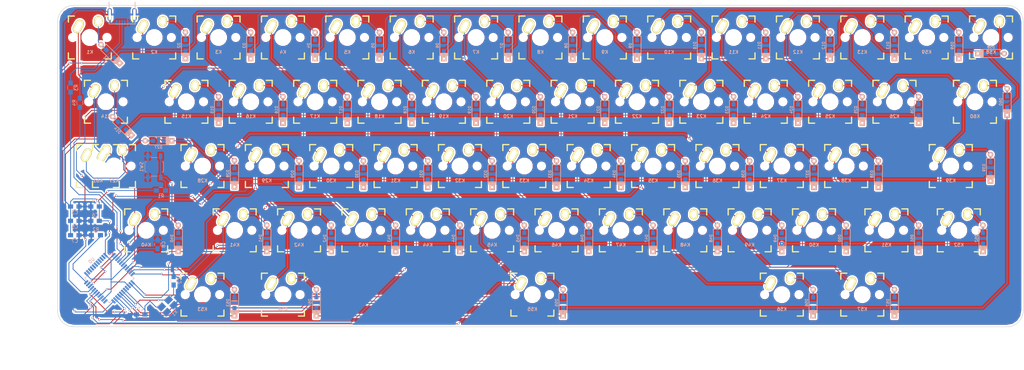
<source format=kicad_pcb>
(kicad_pcb (version 4) (host pcbnew 4.0.5+dfsg1-4)
  (layers (0 F.Cu signal) (31 B.Cu signal) (34 B.Paste user hide) (35 F.Paste user) (36 B.SilkS user) (37 F.SilkS user hide) (38 B.Mask user) (39 F.Mask user) (44 Edge.Cuts user))
  (net 0 "")
  (net 1 "Net-(C1-Pad1)")
  (net 2 GND)
  (net 3 "Net-(C2-Pad1)")
  (net 4 VCC)
  (net 5 "Net-(C8-Pad1)")
  (net 6 "Net-(D1-Pad2)")
  (net 7 /Row0)
  (net 8 "Net-(D2-Pad2)")
  (net 9 "Net-(D3-Pad2)")
  (net 10 "Net-(D4-Pad2)")
  (net 11 "Net-(D5-Pad2)")
  (net 12 "Net-(D6-Pad2)")
  (net 13 "Net-(D7-Pad2)")
  (net 14 "Net-(D8-Pad2)")
  (net 15 "Net-(D9-Pad2)")
  (net 16 "Net-(D10-Pad2)")
  (net 17 "Net-(D11-Pad2)")
  (net 18 "Net-(D12-Pad2)")
  (net 19 "Net-(D13-Pad2)")
  (net 20 "Net-(D14-Pad2)")
  (net 21 /Row1)
  (net 22 "Net-(D15-Pad2)")
  (net 23 "Net-(D16-Pad2)")
  (net 24 "Net-(D17-Pad2)")
  (net 25 "Net-(D18-Pad2)")
  (net 26 "Net-(D19-Pad2)")
  (net 27 "Net-(D20-Pad2)")
  (net 28 "Net-(D21-Pad2)")
  (net 29 "Net-(D22-Pad2)")
  (net 30 "Net-(D23-Pad2)")
  (net 31 "Net-(D24-Pad2)")
  (net 32 "Net-(D25-Pad2)")
  (net 33 "Net-(D26-Pad2)")
  (net 34 "Net-(D27-Pad2)")
  (net 35 /Row2)
  (net 36 "Net-(D28-Pad2)")
  (net 37 "Net-(D29-Pad2)")
  (net 38 "Net-(D30-Pad2)")
  (net 39 "Net-(D31-Pad2)")
  (net 40 "Net-(D32-Pad2)")
  (net 41 "Net-(D33-Pad2)")
  (net 42 "Net-(D34-Pad2)")
  (net 43 "Net-(D35-Pad2)")
  (net 44 "Net-(D36-Pad2)")
  (net 45 "Net-(D37-Pad2)")
  (net 46 "Net-(D38-Pad2)")
  (net 47 "Net-(D39-Pad2)")
  (net 48 "Net-(D40-Pad2)")
  (net 49 /Row3)
  (net 50 "Net-(D41-Pad2)")
  (net 51 "Net-(D42-Pad2)")
  (net 52 "Net-(D43-Pad2)")
  (net 53 "Net-(D44-Pad2)")
  (net 54 "Net-(D45-Pad2)")
  (net 55 "Net-(D46-Pad2)")
  (net 56 "Net-(D47-Pad2)")
  (net 57 "Net-(D48-Pad2)")
  (net 58 "Net-(D49-Pad2)")
  (net 59 "Net-(D50-Pad2)")
  (net 60 "Net-(D51-Pad2)")
  (net 61 "Net-(D52-Pad2)")
  (net 62 "Net-(D53-Pad2)")
  (net 63 /Row4)
  (net 64 "Net-(D54-Pad2)")
  (net 65 "Net-(D55-Pad2)")
  (net 66 "Net-(D56-Pad2)")
  (net 67 "Net-(D57-Pad2)")
  (net 68 "Net-(D58-Pad2)")
  (net 69 "Net-(D59-Pad2)")
  (net 70 "Net-(D60-Pad2)")
  (net 71 "Net-(J1-Pad2)")
  (net 72 "Net-(J1-Pad3)")
  (net 73 "Net-(J1-Pad4)")
  (net 74 /Col0)
  (net 75 /Col1)
  (net 76 /Col2)
  (net 77 /Col3)
  (net 78 /Col4)
  (net 79 /Col5)
  (net 80 /Col6)
  (net 81 /Col7)
  (net 82 /Col8)
  (net 83 /Col9)
  (net 84 /Col10)
  (net 85 /Col11)
  (net 86 /Col12)
  (net 87 "Net-(R1-Pad2)")
  (net 88 "Net-(R2-Pad1)")
  (net 89 "Net-(R3-Pad1)")
  (net 90 "Net-(R4-Pad2)")
  (net 91 "Net-(U0-Pad1)")
  (net 92 "Net-(U0-Pad15)")
  (net 93 "Net-(U0-Pad23)")
  (net 94 "Net-(U0-Pad35)")
  (net 95 "Net-(U0-Pad36)")
  (net 96 "Net-(U0-Pad37)")
  (net 97 "Net-(U0-Pad38)")
  (net 98 "Net-(U0-Pad39)")
  (net 99 "Net-(U0-Pad40)")
  (net 100 "Net-(U0-Pad41)")
  (net 101 "Net-(U0-Pad42)")
  (net 102 "Net-(U0-Pad43)")
  (module Fooprints:Mx_Alps_100 (layer F.Cu) (at 323.85 107.15625)
    (fp_text reference K59 (at 0 4.318) (layer B.SilkS) (effects (font (thickness 0.2)) (justify mirror)))
    (fp_text value \ hide)
    (pad HOLE np_thru_hole circle (at 0 0) (size 3.9878 3.9878) (drill 3.9878) (layers *.Cu))
    (pad HOLE np_thru_hole circle (at -5.08 0) (size 1.7018 1.7018) (drill 1.7018) (layers *.Cu))
    (pad HOLE np_thru_hole circle (at 5.08 0) (size 1.7018 1.7018) (drill 1.7018) (layers *.Cu))
    (pad 1 thru_hole oval (at -3.405 -3.27 330.95) (size 2.5 4.17) (drill oval 1.5 3.17) (layers *.Cu *.Mask F.SilkS) (net 85 /Col11))
    (pad 2 thru_hole oval (at 2.52 -4.79 356.1) (size 2.5 3.08) (drill oval 1.5 2.08) (layers *.Cu *.Mask F.SilkS) (net 69 "Net-(D59-Pad2)"))
  )
  (module Housings_QFP:TQFP-44_10x10mm_Pitch0.8mm (layer B.Cu) (at 82 178.5 225)
    (fp_text reference U0 (at 0 7.450001 225) (layer B.SilkS) (effects (justify mirror)))
    (fp_text value ATMEGA32U4)
    (pad 1 smd rect (at -5.7 4 225) (size 1.5 0.55) (layers B.Cu B.Paste B.Mask) (net 91 "Net-(U0-Pad1)"))
    (pad 2 smd rect (at -5.7 3.2 225) (size 1.5 0.55) (layers B.Cu B.Paste B.Mask) (net 4 VCC))
    (pad 3 smd rect (at -5.7 2.4 225) (size 1.5 0.55) (layers B.Cu B.Paste B.Mask) (net 89 "Net-(R3-Pad1)"))
    (pad 4 smd rect (at -5.7 1.6 225) (size 1.5 0.55) (layers B.Cu B.Paste B.Mask) (net 90 "Net-(R4-Pad2)"))
    (pad 5 smd rect (at -5.7 0.8 225) (size 1.5 0.55) (layers B.Cu B.Paste B.Mask) (net 2 GND))
    (pad 6 smd rect (at -5.7 0 225) (size 1.5 0.55) (layers B.Cu B.Paste B.Mask) (net 5 "Net-(C8-Pad1)"))
    (pad 7 smd rect (at -5.7 -0.8 225) (size 1.5 0.55) (layers B.Cu B.Paste B.Mask) (net 4 VCC))
    (pad 8 smd rect (at -5.7 -1.6 225) (size 1.5 0.55) (layers B.Cu B.Paste B.Mask) (net 74 /Col0))
    (pad 9 smd rect (at -5.7 -2.4 225) (size 1.5 0.55) (layers B.Cu B.Paste B.Mask) (net 75 /Col1))
    (pad 10 smd rect (at -5.7 -3.2 225) (size 1.5 0.55) (layers B.Cu B.Paste B.Mask) (net 76 /Col2))
    (pad 11 smd rect (at -5.7 -4 225) (size 1.5 0.55) (layers B.Cu B.Paste B.Mask) (net 77 /Col3))
    (pad 12 smd rect (at -4 -5.7 135) (size 1.5 0.55) (layers B.Cu B.Paste B.Mask) (net 81 /Col7))
    (pad 13 smd rect (at -3.2 -5.7 135) (size 1.5 0.55) (layers B.Cu B.Paste B.Mask) (net 87 "Net-(R1-Pad2)"))
    (pad 14 smd rect (at -2.4 -5.7 135) (size 1.5 0.55) (layers B.Cu B.Paste B.Mask) (net 4 VCC))
    (pad 15 smd rect (at -1.6 -5.7 135) (size 1.5 0.55) (layers B.Cu B.Paste B.Mask) (net 92 "Net-(U0-Pad15)"))
    (pad 16 smd rect (at -0.8 -5.7 135) (size 1.5 0.55) (layers B.Cu B.Paste B.Mask) (net 1 "Net-(C1-Pad1)"))
    (pad 17 smd rect (at 0 -5.7 135) (size 1.5 0.55) (layers B.Cu B.Paste B.Mask) (net 3 "Net-(C2-Pad1)"))
    (pad 18 smd rect (at 0.8 -5.7 135) (size 1.5 0.55) (layers B.Cu B.Paste B.Mask) (net 84 /Col10))
    (pad 19 smd rect (at 1.6 -5.7 135) (size 1.5 0.55) (layers B.Cu B.Paste B.Mask) (net 85 /Col11))
    (pad 20 smd rect (at 2.4 -5.7 135) (size 1.5 0.55) (layers B.Cu B.Paste B.Mask) (net 86 /Col12))
    (pad 21 smd rect (at 3.2 -5.7 135) (size 1.5 0.55) (layers B.Cu B.Paste B.Mask) (net 7 /Row0))
    (pad 22 smd rect (at 4 -5.7 135) (size 1.5 0.55) (layers B.Cu B.Paste B.Mask) (net 35 /Row2))
    (pad 23 smd rect (at 5.7 -4 225) (size 1.5 0.55) (layers B.Cu B.Paste B.Mask) (net 93 "Net-(U0-Pad23)"))
    (pad 24 smd rect (at 5.7 -3.2 225) (size 1.5 0.55) (layers B.Cu B.Paste B.Mask) (net 4 VCC))
    (pad 25 smd rect (at 5.7 -2.4 225) (size 1.5 0.55) (layers B.Cu B.Paste B.Mask) (net 21 /Row1))
    (pad 26 smd rect (at 5.7 -1.6 225) (size 1.5 0.55) (layers B.Cu B.Paste B.Mask) (net 49 /Row3))
    (pad 27 smd rect (at 5.7 -0.8 225) (size 1.5 0.55) (layers B.Cu B.Paste B.Mask) (net 63 /Row4))
    (pad 28 smd rect (at 5.7 0 225) (size 1.5 0.55) (layers B.Cu B.Paste B.Mask) (net 78 /Col4))
    (pad 29 smd rect (at 5.7 0.8 225) (size 1.5 0.55) (layers B.Cu B.Paste B.Mask) (net 79 /Col5))
    (pad 30 smd rect (at 5.7 1.6 225) (size 1.5 0.55) (layers B.Cu B.Paste B.Mask) (net 80 /Col6))
    (pad 31 smd rect (at 5.7 2.4 225) (size 1.5 0.55) (layers B.Cu B.Paste B.Mask) (net 82 /Col8))
    (pad 32 smd rect (at 5.7 3.2 225) (size 1.5 0.55) (layers B.Cu B.Paste B.Mask) (net 83 /Col9))
    (pad 33 smd rect (at 5.7 4 225) (size 1.5 0.55) (layers B.Cu B.Paste B.Mask) (net 88 "Net-(R2-Pad1)"))
    (pad 34 smd rect (at 4 5.7 135) (size 1.5 0.55) (layers B.Cu B.Paste B.Mask) (net 4 VCC))
    (pad 35 smd rect (at 3.2 5.7 135) (size 1.5 0.55) (layers B.Cu B.Paste B.Mask) (net 94 "Net-(U0-Pad35)"))
    (pad 36 smd rect (at 2.4 5.7 135) (size 1.5 0.55) (layers B.Cu B.Paste B.Mask) (net 95 "Net-(U0-Pad36)"))
    (pad 37 smd rect (at 1.6 5.7 135) (size 1.5 0.55) (layers B.Cu B.Paste B.Mask) (net 96 "Net-(U0-Pad37)"))
    (pad 38 smd rect (at 0.8 5.7 135) (size 1.5 0.55) (layers B.Cu B.Paste B.Mask) (net 97 "Net-(U0-Pad38)"))
    (pad 39 smd rect (at 0 5.7 135) (size 1.5 0.55) (layers B.Cu B.Paste B.Mask) (net 98 "Net-(U0-Pad39)"))
    (pad 40 smd rect (at -0.8 5.7 135) (size 1.5 0.55) (layers B.Cu B.Paste B.Mask) (net 99 "Net-(U0-Pad40)"))
    (pad 41 smd rect (at -1.6 5.7 135) (size 1.5 0.55) (layers B.Cu B.Paste B.Mask) (net 100 "Net-(U0-Pad41)"))
    (pad 42 smd rect (at -2.4 5.7 135) (size 1.5 0.55) (layers B.Cu B.Paste B.Mask) (net 101 "Net-(U0-Pad42)"))
    (pad 43 smd rect (at -3.2 5.7 135) (size 1.5 0.55) (layers B.Cu B.Paste B.Mask) (net 102 "Net-(U0-Pad43)"))
    (pad 44 smd rect (at -4 5.7 135) (size 1.5 0.55) (layers B.Cu B.Paste B.Mask) (net 4 VCC))
  )
  (module Capacitors_SMD:C_0805_HandSoldering (layer B.Cu) (at 91.25 189.25 180)
    (fp_text reference C1 (at 0 1.75 180) (layer B.SilkS) (effects (justify mirror)))
    (fp_text value 22p)
    (pad 1 smd rect (at -1.25 0 180) (size 1.5 1.25) (layers B.Cu B.Paste B.Mask) (net 1 "Net-(C1-Pad1)"))
    (pad 2 smd rect (at 1.25 0 180) (size 1.5 1.25) (layers B.Cu B.Paste B.Mask) (net 2 GND))
  )
  (module Capacitors_SMD:C_0805_HandSoldering (layer B.Cu) (at 101 179.25 90)
    (fp_text reference C2 (at 0 1.75 90) (layer B.SilkS) (effects (justify mirror)))
    (fp_text value 22p)
    (pad 1 smd rect (at -1.25 0 90) (size 1.5 1.25) (layers B.Cu B.Paste B.Mask) (net 3 "Net-(C2-Pad1)"))
    (pad 2 smd rect (at 1.25 0 90) (size 1.5 1.25) (layers B.Cu B.Paste B.Mask) (net 2 GND))
  )
  (module Capacitors_SMD:C_0805_HandSoldering (layer B.Cu) (at 71.75 157.25)
    (fp_text reference C3 (at 0 1.75) (layer B.SilkS) (effects (justify mirror)))
    (fp_text value 0.1u)
    (pad 1 smd rect (at -1.25 0) (size 1.5 1.25) (layers B.Cu B.Paste B.Mask) (net 4 VCC))
    (pad 2 smd rect (at 1.25 0) (size 1.5 1.25) (layers B.Cu B.Paste B.Mask) (net 2 GND))
  )
  (module Capacitors_SMD:C_0805_HandSoldering (layer B.Cu) (at 77.75 157.25 180)
    (fp_text reference C4 (at 0 1.75 180) (layer B.SilkS) (effects (justify mirror)))
    (fp_text value 0.1u)
    (pad 1 smd rect (at -1.25 0 180) (size 1.5 1.25) (layers B.Cu B.Paste B.Mask) (net 4 VCC))
    (pad 2 smd rect (at 1.25 0 180) (size 1.5 1.25) (layers B.Cu B.Paste B.Mask) (net 2 GND))
  )
  (module Capacitors_SMD:C_0805_HandSoldering (layer B.Cu) (at 71.75 161.5)
    (fp_text reference C5 (at 0 1.75) (layer B.SilkS) (effects (justify mirror)))
    (fp_text value 0.1u)
    (pad 1 smd rect (at -1.25 0) (size 1.5 1.25) (layers B.Cu B.Paste B.Mask) (net 4 VCC))
    (pad 2 smd rect (at 1.25 0) (size 1.5 1.25) (layers B.Cu B.Paste B.Mask) (net 2 GND))
  )
  (module Capacitors_SMD:C_0805_HandSoldering (layer B.Cu) (at 77.75 161.5 180)
    (fp_text reference C6 (at 0 1.75 180) (layer B.SilkS) (effects (justify mirror)))
    (fp_text value 0.1u)
    (pad 1 smd rect (at -1.25 0 180) (size 1.5 1.25) (layers B.Cu B.Paste B.Mask) (net 4 VCC))
    (pad 2 smd rect (at 1.25 0 180) (size 1.5 1.25) (layers B.Cu B.Paste B.Mask) (net 2 GND))
  )
  (module Capacitors_SMD:C_0805_HandSoldering (layer B.Cu) (at 71.75 165.75)
    (fp_text reference C7 (at 0 1.75) (layer B.SilkS) (effects (justify mirror)))
    (fp_text value 4.7u)
    (pad 1 smd rect (at -1.25 0) (size 1.5 1.25) (layers B.Cu B.Paste B.Mask) (net 4 VCC))
    (pad 2 smd rect (at 1.25 0) (size 1.5 1.25) (layers B.Cu B.Paste B.Mask) (net 2 GND))
  )
  (module Capacitors_SMD:C_0805_HandSoldering (layer B.Cu) (at 96.25 168.5 90)
    (fp_text reference C8 (at 0 1.75 90) (layer B.SilkS) (effects (justify mirror)))
    (fp_text value 1u)
    (pad 1 smd rect (at -1.25 0 90) (size 1.5 1.25) (layers B.Cu B.Paste B.Mask) (net 5 "Net-(C8-Pad1)"))
    (pad 2 smd rect (at 1.25 0 90) (size 1.5 1.25) (layers B.Cu B.Paste B.Mask) (net 2 GND))
  )
  (module Fooprints:D_SOD123_axial (layer B.Cu) (at 82.25 112 135)
    (fp_text reference D1 (at 0 -1.925 135) (layer B.SilkS) (effects (font (size 0.8 0.8)) (justify mirror)))
    (fp_text value D hide)
    (pad 2 smd rect (at 1.575 0 135) (size 1.2 1.2) (layers B.Cu B.Paste B.Mask) (net 6 "Net-(D1-Pad2)"))
    (pad 1 smd rect (at -1.575 0 135) (size 1.2 1.2) (layers B.Cu B.Paste B.Mask) (net 7 /Row0))
    (pad 1 thru_hole rect (at -3.9 0 135) (size 1.6 1.6) (drill 0.7) (layers *.Cu *.Mask B.SilkS) (net 7 /Row0))
    (pad 2 thru_hole circle (at 3.9 0 135) (size 1.6 1.6) (drill 0.7) (layers *.Cu *.Mask B.SilkS) (net 6 "Net-(D1-Pad2)"))
    (pad 1 smd rect (at -2.7 0 135) (size 2.5 0.5) (layers B.Cu) (net 7 /Row0))
    (pad 2 smd rect (at 2.7 0 135) (size 2.5 0.5) (layers B.Cu) (net 6 "Net-(D1-Pad2)"))
  )
  (module Fooprints:D_SOD123_axial (layer B.Cu) (at 104.5 109.5 90)
    (fp_text reference D2 (at 0 -1.925 90) (layer B.SilkS) (effects (font (size 0.8 0.8)) (justify mirror)))
    (fp_text value D hide)
    (pad 2 smd rect (at 1.575 0 90) (size 1.2 1.2) (layers B.Cu B.Paste B.Mask) (net 8 "Net-(D2-Pad2)"))
    (pad 1 smd rect (at -1.575 0 90) (size 1.2 1.2) (layers B.Cu B.Paste B.Mask) (net 7 /Row0))
    (pad 1 thru_hole rect (at -3.9 0 90) (size 1.6 1.6) (drill 0.7) (layers *.Cu *.Mask B.SilkS) (net 7 /Row0))
    (pad 2 thru_hole circle (at 3.9 0 90) (size 1.6 1.6) (drill 0.7) (layers *.Cu *.Mask B.SilkS) (net 8 "Net-(D2-Pad2)"))
    (pad 1 smd rect (at -2.7 0 90) (size 2.5 0.5) (layers B.Cu) (net 7 /Row0))
    (pad 2 smd rect (at 2.7 0 90) (size 2.5 0.5) (layers B.Cu) (net 8 "Net-(D2-Pad2)"))
  )
  (module Fooprints:D_SOD123_axial (layer B.Cu) (at 123.825 109.5375 90)
    (fp_text reference D3 (at 0 -1.925 90) (layer B.SilkS) (effects (font (size 0.8 0.8)) (justify mirror)))
    (fp_text value D hide)
    (pad 2 smd rect (at 1.575 0 90) (size 1.2 1.2) (layers B.Cu B.Paste B.Mask) (net 9 "Net-(D3-Pad2)"))
    (pad 1 smd rect (at -1.575 0 90) (size 1.2 1.2) (layers B.Cu B.Paste B.Mask) (net 7 /Row0))
    (pad 1 thru_hole rect (at -3.9 0 90) (size 1.6 1.6) (drill 0.7) (layers *.Cu *.Mask B.SilkS) (net 7 /Row0))
    (pad 2 thru_hole circle (at 3.9 0 90) (size 1.6 1.6) (drill 0.7) (layers *.Cu *.Mask B.SilkS) (net 9 "Net-(D3-Pad2)"))
    (pad 1 smd rect (at -2.7 0 90) (size 2.5 0.5) (layers B.Cu) (net 7 /Row0))
    (pad 2 smd rect (at 2.7 0 90) (size 2.5 0.5) (layers B.Cu) (net 9 "Net-(D3-Pad2)"))
  )
  (module Fooprints:D_SOD123_axial (layer B.Cu) (at 142.875 109.5375 90)
    (fp_text reference D4 (at 0 -1.925 90) (layer B.SilkS) (effects (font (size 0.8 0.8)) (justify mirror)))
    (fp_text value D hide)
    (pad 2 smd rect (at 1.575 0 90) (size 1.2 1.2) (layers B.Cu B.Paste B.Mask) (net 10 "Net-(D4-Pad2)"))
    (pad 1 smd rect (at -1.575 0 90) (size 1.2 1.2) (layers B.Cu B.Paste B.Mask) (net 7 /Row0))
    (pad 1 thru_hole rect (at -3.9 0 90) (size 1.6 1.6) (drill 0.7) (layers *.Cu *.Mask B.SilkS) (net 7 /Row0))
    (pad 2 thru_hole circle (at 3.9 0 90) (size 1.6 1.6) (drill 0.7) (layers *.Cu *.Mask B.SilkS) (net 10 "Net-(D4-Pad2)"))
    (pad 1 smd rect (at -2.7 0 90) (size 2.5 0.5) (layers B.Cu) (net 7 /Row0))
    (pad 2 smd rect (at 2.7 0 90) (size 2.5 0.5) (layers B.Cu) (net 10 "Net-(D4-Pad2)"))
  )
  (module Fooprints:D_SOD123_axial (layer B.Cu) (at 161.925 109.5375 90)
    (fp_text reference D5 (at 0 -1.925 90) (layer B.SilkS) (effects (font (size 0.8 0.8)) (justify mirror)))
    (fp_text value D hide)
    (pad 2 smd rect (at 1.575 0 90) (size 1.2 1.2) (layers B.Cu B.Paste B.Mask) (net 11 "Net-(D5-Pad2)"))
    (pad 1 smd rect (at -1.575 0 90) (size 1.2 1.2) (layers B.Cu B.Paste B.Mask) (net 7 /Row0))
    (pad 1 thru_hole rect (at -3.9 0 90) (size 1.6 1.6) (drill 0.7) (layers *.Cu *.Mask B.SilkS) (net 7 /Row0))
    (pad 2 thru_hole circle (at 3.9 0 90) (size 1.6 1.6) (drill 0.7) (layers *.Cu *.Mask B.SilkS) (net 11 "Net-(D5-Pad2)"))
    (pad 1 smd rect (at -2.7 0 90) (size 2.5 0.5) (layers B.Cu) (net 7 /Row0))
    (pad 2 smd rect (at 2.7 0 90) (size 2.5 0.5) (layers B.Cu) (net 11 "Net-(D5-Pad2)"))
  )
  (module Fooprints:D_SOD123_axial (layer B.Cu) (at 180.975 109.5375 90)
    (fp_text reference D6 (at 0 -1.925 90) (layer B.SilkS) (effects (font (size 0.8 0.8)) (justify mirror)))
    (fp_text value D hide)
    (pad 2 smd rect (at 1.575 0 90) (size 1.2 1.2) (layers B.Cu B.Paste B.Mask) (net 12 "Net-(D6-Pad2)"))
    (pad 1 smd rect (at -1.575 0 90) (size 1.2 1.2) (layers B.Cu B.Paste B.Mask) (net 7 /Row0))
    (pad 1 thru_hole rect (at -3.9 0 90) (size 1.6 1.6) (drill 0.7) (layers *.Cu *.Mask B.SilkS) (net 7 /Row0))
    (pad 2 thru_hole circle (at 3.9 0 90) (size 1.6 1.6) (drill 0.7) (layers *.Cu *.Mask B.SilkS) (net 12 "Net-(D6-Pad2)"))
    (pad 1 smd rect (at -2.7 0 90) (size 2.5 0.5) (layers B.Cu) (net 7 /Row0))
    (pad 2 smd rect (at 2.7 0 90) (size 2.5 0.5) (layers B.Cu) (net 12 "Net-(D6-Pad2)"))
  )
  (module Fooprints:D_SOD123_axial (layer B.Cu) (at 200.025 109.5375 90)
    (fp_text reference D7 (at 0 -1.925 90) (layer B.SilkS) (effects (font (size 0.8 0.8)) (justify mirror)))
    (fp_text value D hide)
    (pad 2 smd rect (at 1.575 0 90) (size 1.2 1.2) (layers B.Cu B.Paste B.Mask) (net 13 "Net-(D7-Pad2)"))
    (pad 1 smd rect (at -1.575 0 90) (size 1.2 1.2) (layers B.Cu B.Paste B.Mask) (net 7 /Row0))
    (pad 1 thru_hole rect (at -3.9 0 90) (size 1.6 1.6) (drill 0.7) (layers *.Cu *.Mask B.SilkS) (net 7 /Row0))
    (pad 2 thru_hole circle (at 3.9 0 90) (size 1.6 1.6) (drill 0.7) (layers *.Cu *.Mask B.SilkS) (net 13 "Net-(D7-Pad2)"))
    (pad 1 smd rect (at -2.7 0 90) (size 2.5 0.5) (layers B.Cu) (net 7 /Row0))
    (pad 2 smd rect (at 2.7 0 90) (size 2.5 0.5) (layers B.Cu) (net 13 "Net-(D7-Pad2)"))
  )
  (module Fooprints:D_SOD123_axial (layer B.Cu) (at 219.075 109.5375 90)
    (fp_text reference D8 (at 0 -1.925 90) (layer B.SilkS) (effects (font (size 0.8 0.8)) (justify mirror)))
    (fp_text value D hide)
    (pad 2 smd rect (at 1.575 0 90) (size 1.2 1.2) (layers B.Cu B.Paste B.Mask) (net 14 "Net-(D8-Pad2)"))
    (pad 1 smd rect (at -1.575 0 90) (size 1.2 1.2) (layers B.Cu B.Paste B.Mask) (net 7 /Row0))
    (pad 1 thru_hole rect (at -3.9 0 90) (size 1.6 1.6) (drill 0.7) (layers *.Cu *.Mask B.SilkS) (net 7 /Row0))
    (pad 2 thru_hole circle (at 3.9 0 90) (size 1.6 1.6) (drill 0.7) (layers *.Cu *.Mask B.SilkS) (net 14 "Net-(D8-Pad2)"))
    (pad 1 smd rect (at -2.7 0 90) (size 2.5 0.5) (layers B.Cu) (net 7 /Row0))
    (pad 2 smd rect (at 2.7 0 90) (size 2.5 0.5) (layers B.Cu) (net 14 "Net-(D8-Pad2)"))
  )
  (module Fooprints:D_SOD123_axial (layer B.Cu) (at 238.125 109.5375 90)
    (fp_text reference D9 (at 0 -1.925 90) (layer B.SilkS) (effects (font (size 0.8 0.8)) (justify mirror)))
    (fp_text value D hide)
    (pad 2 smd rect (at 1.575 0 90) (size 1.2 1.2) (layers B.Cu B.Paste B.Mask) (net 15 "Net-(D9-Pad2)"))
    (pad 1 smd rect (at -1.575 0 90) (size 1.2 1.2) (layers B.Cu B.Paste B.Mask) (net 7 /Row0))
    (pad 1 thru_hole rect (at -3.9 0 90) (size 1.6 1.6) (drill 0.7) (layers *.Cu *.Mask B.SilkS) (net 7 /Row0))
    (pad 2 thru_hole circle (at 3.9 0 90) (size 1.6 1.6) (drill 0.7) (layers *.Cu *.Mask B.SilkS) (net 15 "Net-(D9-Pad2)"))
    (pad 1 smd rect (at -2.7 0 90) (size 2.5 0.5) (layers B.Cu) (net 7 /Row0))
    (pad 2 smd rect (at 2.7 0 90) (size 2.5 0.5) (layers B.Cu) (net 15 "Net-(D9-Pad2)"))
  )
  (module Fooprints:D_SOD123_axial (layer B.Cu) (at 257.175 109.5375 90)
    (fp_text reference D10 (at 0 -1.925 90) (layer B.SilkS) (effects (font (size 0.8 0.8)) (justify mirror)))
    (fp_text value D hide)
    (pad 2 smd rect (at 1.575 0 90) (size 1.2 1.2) (layers B.Cu B.Paste B.Mask) (net 16 "Net-(D10-Pad2)"))
    (pad 1 smd rect (at -1.575 0 90) (size 1.2 1.2) (layers B.Cu B.Paste B.Mask) (net 7 /Row0))
    (pad 1 thru_hole rect (at -3.9 0 90) (size 1.6 1.6) (drill 0.7) (layers *.Cu *.Mask B.SilkS) (net 7 /Row0))
    (pad 2 thru_hole circle (at 3.9 0 90) (size 1.6 1.6) (drill 0.7) (layers *.Cu *.Mask B.SilkS) (net 16 "Net-(D10-Pad2)"))
    (pad 1 smd rect (at -2.7 0 90) (size 2.5 0.5) (layers B.Cu) (net 7 /Row0))
    (pad 2 smd rect (at 2.7 0 90) (size 2.5 0.5) (layers B.Cu) (net 16 "Net-(D10-Pad2)"))
  )
  (module Fooprints:D_SOD123_axial (layer B.Cu) (at 276.225 109.5375 90)
    (fp_text reference D11 (at 0 -1.925 90) (layer B.SilkS) (effects (font (size 0.8 0.8)) (justify mirror)))
    (fp_text value D hide)
    (pad 2 smd rect (at 1.575 0 90) (size 1.2 1.2) (layers B.Cu B.Paste B.Mask) (net 17 "Net-(D11-Pad2)"))
    (pad 1 smd rect (at -1.575 0 90) (size 1.2 1.2) (layers B.Cu B.Paste B.Mask) (net 7 /Row0))
    (pad 1 thru_hole rect (at -3.9 0 90) (size 1.6 1.6) (drill 0.7) (layers *.Cu *.Mask B.SilkS) (net 7 /Row0))
    (pad 2 thru_hole circle (at 3.9 0 90) (size 1.6 1.6) (drill 0.7) (layers *.Cu *.Mask B.SilkS) (net 17 "Net-(D11-Pad2)"))
    (pad 1 smd rect (at -2.7 0 90) (size 2.5 0.5) (layers B.Cu) (net 7 /Row0))
    (pad 2 smd rect (at 2.7 0 90) (size 2.5 0.5) (layers B.Cu) (net 17 "Net-(D11-Pad2)"))
  )
  (module Fooprints:D_SOD123_axial (layer B.Cu) (at 295.275 109.5375 90)
    (fp_text reference D12 (at 0 -1.925 90) (layer B.SilkS) (effects (font (size 0.8 0.8)) (justify mirror)))
    (fp_text value D hide)
    (pad 2 smd rect (at 1.575 0 90) (size 1.2 1.2) (layers B.Cu B.Paste B.Mask) (net 18 "Net-(D12-Pad2)"))
    (pad 1 smd rect (at -1.575 0 90) (size 1.2 1.2) (layers B.Cu B.Paste B.Mask) (net 7 /Row0))
    (pad 1 thru_hole rect (at -3.9 0 90) (size 1.6 1.6) (drill 0.7) (layers *.Cu *.Mask B.SilkS) (net 7 /Row0))
    (pad 2 thru_hole circle (at 3.9 0 90) (size 1.6 1.6) (drill 0.7) (layers *.Cu *.Mask B.SilkS) (net 18 "Net-(D12-Pad2)"))
    (pad 1 smd rect (at -2.7 0 90) (size 2.5 0.5) (layers B.Cu) (net 7 /Row0))
    (pad 2 smd rect (at 2.7 0 90) (size 2.5 0.5) (layers B.Cu) (net 18 "Net-(D12-Pad2)"))
  )
  (module Fooprints:D_SOD123_axial (layer B.Cu) (at 314.325 109.5375 90)
    (fp_text reference D13 (at 0 -1.925 90) (layer B.SilkS) (effects (font (size 0.8 0.8)) (justify mirror)))
    (fp_text value D hide)
    (pad 2 smd rect (at 1.575 0 90) (size 1.2 1.2) (layers B.Cu B.Paste B.Mask) (net 19 "Net-(D13-Pad2)"))
    (pad 1 smd rect (at -1.575 0 90) (size 1.2 1.2) (layers B.Cu B.Paste B.Mask) (net 7 /Row0))
    (pad 1 thru_hole rect (at -3.9 0 90) (size 1.6 1.6) (drill 0.7) (layers *.Cu *.Mask B.SilkS) (net 7 /Row0))
    (pad 2 thru_hole circle (at 3.9 0 90) (size 1.6 1.6) (drill 0.7) (layers *.Cu *.Mask B.SilkS) (net 19 "Net-(D13-Pad2)"))
    (pad 1 smd rect (at -2.7 0 90) (size 2.5 0.5) (layers B.Cu) (net 7 /Row0))
    (pad 2 smd rect (at 2.7 0 90) (size 2.5 0.5) (layers B.Cu) (net 19 "Net-(D13-Pad2)"))
  )
  (module Fooprints:D_SOD123_axial (layer B.Cu) (at 85.725 133.35 135)
    (fp_text reference D14 (at 0 -1.925001 135) (layer B.SilkS) (effects (font (size 0.8 0.8)) (justify mirror)))
    (fp_text value D hide)
    (pad 2 smd rect (at 1.575 0 135) (size 1.2 1.2) (layers B.Cu B.Paste B.Mask) (net 20 "Net-(D14-Pad2)"))
    (pad 1 smd rect (at -1.575 0 135) (size 1.2 1.2) (layers B.Cu B.Paste B.Mask) (net 21 /Row1))
    (pad 1 thru_hole rect (at -3.9 0 135) (size 1.6 1.6) (drill 0.7) (layers *.Cu *.Mask B.SilkS) (net 21 /Row1))
    (pad 2 thru_hole circle (at 3.9 0 135) (size 1.6 1.6) (drill 0.7) (layers *.Cu *.Mask B.SilkS) (net 20 "Net-(D14-Pad2)"))
    (pad 1 smd rect (at -2.7 0 135) (size 2.5 0.5) (layers B.Cu) (net 21 /Row1))
    (pad 2 smd rect (at 2.7 0 135) (size 2.5 0.5) (layers B.Cu) (net 20 "Net-(D14-Pad2)"))
  )
  (module Fooprints:D_SOD123_axial (layer B.Cu) (at 114.3 128.5875 90)
    (fp_text reference D15 (at 0 -1.925 90) (layer B.SilkS) (effects (font (size 0.8 0.8)) (justify mirror)))
    (fp_text value D hide)
    (pad 2 smd rect (at 1.575 0 90) (size 1.2 1.2) (layers B.Cu B.Paste B.Mask) (net 22 "Net-(D15-Pad2)"))
    (pad 1 smd rect (at -1.575 0 90) (size 1.2 1.2) (layers B.Cu B.Paste B.Mask) (net 21 /Row1))
    (pad 1 thru_hole rect (at -3.9 0 90) (size 1.6 1.6) (drill 0.7) (layers *.Cu *.Mask B.SilkS) (net 21 /Row1))
    (pad 2 thru_hole circle (at 3.9 0 90) (size 1.6 1.6) (drill 0.7) (layers *.Cu *.Mask B.SilkS) (net 22 "Net-(D15-Pad2)"))
    (pad 1 smd rect (at -2.7 0 90) (size 2.5 0.5) (layers B.Cu) (net 21 /Row1))
    (pad 2 smd rect (at 2.7 0 90) (size 2.5 0.5) (layers B.Cu) (net 22 "Net-(D15-Pad2)"))
  )
  (module Fooprints:D_SOD123_axial (layer B.Cu) (at 133.35 128.5875 90)
    (fp_text reference D16 (at 0 -1.925 90) (layer B.SilkS) (effects (font (size 0.8 0.8)) (justify mirror)))
    (fp_text value D hide)
    (pad 2 smd rect (at 1.575 0 90) (size 1.2 1.2) (layers B.Cu B.Paste B.Mask) (net 23 "Net-(D16-Pad2)"))
    (pad 1 smd rect (at -1.575 0 90) (size 1.2 1.2) (layers B.Cu B.Paste B.Mask) (net 21 /Row1))
    (pad 1 thru_hole rect (at -3.9 0 90) (size 1.6 1.6) (drill 0.7) (layers *.Cu *.Mask B.SilkS) (net 21 /Row1))
    (pad 2 thru_hole circle (at 3.9 0 90) (size 1.6 1.6) (drill 0.7) (layers *.Cu *.Mask B.SilkS) (net 23 "Net-(D16-Pad2)"))
    (pad 1 smd rect (at -2.7 0 90) (size 2.5 0.5) (layers B.Cu) (net 21 /Row1))
    (pad 2 smd rect (at 2.7 0 90) (size 2.5 0.5) (layers B.Cu) (net 23 "Net-(D16-Pad2)"))
  )
  (module Fooprints:D_SOD123_axial (layer B.Cu) (at 152.4 128.5875 90)
    (fp_text reference D17 (at 0 -1.925 90) (layer B.SilkS) (effects (font (size 0.8 0.8)) (justify mirror)))
    (fp_text value D hide)
    (pad 2 smd rect (at 1.575 0 90) (size 1.2 1.2) (layers B.Cu B.Paste B.Mask) (net 24 "Net-(D17-Pad2)"))
    (pad 1 smd rect (at -1.575 0 90) (size 1.2 1.2) (layers B.Cu B.Paste B.Mask) (net 21 /Row1))
    (pad 1 thru_hole rect (at -3.9 0 90) (size 1.6 1.6) (drill 0.7) (layers *.Cu *.Mask B.SilkS) (net 21 /Row1))
    (pad 2 thru_hole circle (at 3.9 0 90) (size 1.6 1.6) (drill 0.7) (layers *.Cu *.Mask B.SilkS) (net 24 "Net-(D17-Pad2)"))
    (pad 1 smd rect (at -2.7 0 90) (size 2.5 0.5) (layers B.Cu) (net 21 /Row1))
    (pad 2 smd rect (at 2.7 0 90) (size 2.5 0.5) (layers B.Cu) (net 24 "Net-(D17-Pad2)"))
  )
  (module Fooprints:D_SOD123_axial (layer B.Cu) (at 171.45 128.5875 90)
    (fp_text reference D18 (at 0 -1.925 90) (layer B.SilkS) (effects (font (size 0.8 0.8)) (justify mirror)))
    (fp_text value D hide)
    (pad 2 smd rect (at 1.575 0 90) (size 1.2 1.2) (layers B.Cu B.Paste B.Mask) (net 25 "Net-(D18-Pad2)"))
    (pad 1 smd rect (at -1.575 0 90) (size 1.2 1.2) (layers B.Cu B.Paste B.Mask) (net 21 /Row1))
    (pad 1 thru_hole rect (at -3.9 0 90) (size 1.6 1.6) (drill 0.7) (layers *.Cu *.Mask B.SilkS) (net 21 /Row1))
    (pad 2 thru_hole circle (at 3.9 0 90) (size 1.6 1.6) (drill 0.7) (layers *.Cu *.Mask B.SilkS) (net 25 "Net-(D18-Pad2)"))
    (pad 1 smd rect (at -2.7 0 90) (size 2.5 0.5) (layers B.Cu) (net 21 /Row1))
    (pad 2 smd rect (at 2.7 0 90) (size 2.5 0.5) (layers B.Cu) (net 25 "Net-(D18-Pad2)"))
  )
  (module Fooprints:D_SOD123_axial (layer B.Cu) (at 190.5 128.5875 90)
    (fp_text reference D19 (at 0 -1.925 90) (layer B.SilkS) (effects (font (size 0.8 0.8)) (justify mirror)))
    (fp_text value D hide)
    (pad 2 smd rect (at 1.575 0 90) (size 1.2 1.2) (layers B.Cu B.Paste B.Mask) (net 26 "Net-(D19-Pad2)"))
    (pad 1 smd rect (at -1.575 0 90) (size 1.2 1.2) (layers B.Cu B.Paste B.Mask) (net 21 /Row1))
    (pad 1 thru_hole rect (at -3.9 0 90) (size 1.6 1.6) (drill 0.7) (layers *.Cu *.Mask B.SilkS) (net 21 /Row1))
    (pad 2 thru_hole circle (at 3.9 0 90) (size 1.6 1.6) (drill 0.7) (layers *.Cu *.Mask B.SilkS) (net 26 "Net-(D19-Pad2)"))
    (pad 1 smd rect (at -2.7 0 90) (size 2.5 0.5) (layers B.Cu) (net 21 /Row1))
    (pad 2 smd rect (at 2.7 0 90) (size 2.5 0.5) (layers B.Cu) (net 26 "Net-(D19-Pad2)"))
  )
  (module Fooprints:D_SOD123_axial (layer B.Cu) (at 209.55 128.5875 90)
    (fp_text reference D20 (at 0 -1.925 90) (layer B.SilkS) (effects (font (size 0.8 0.8)) (justify mirror)))
    (fp_text value D hide)
    (pad 2 smd rect (at 1.575 0 90) (size 1.2 1.2) (layers B.Cu B.Paste B.Mask) (net 27 "Net-(D20-Pad2)"))
    (pad 1 smd rect (at -1.575 0 90) (size 1.2 1.2) (layers B.Cu B.Paste B.Mask) (net 21 /Row1))
    (pad 1 thru_hole rect (at -3.9 0 90) (size 1.6 1.6) (drill 0.7) (layers *.Cu *.Mask B.SilkS) (net 21 /Row1))
    (pad 2 thru_hole circle (at 3.9 0 90) (size 1.6 1.6) (drill 0.7) (layers *.Cu *.Mask B.SilkS) (net 27 "Net-(D20-Pad2)"))
    (pad 1 smd rect (at -2.7 0 90) (size 2.5 0.5) (layers B.Cu) (net 21 /Row1))
    (pad 2 smd rect (at 2.7 0 90) (size 2.5 0.5) (layers B.Cu) (net 27 "Net-(D20-Pad2)"))
  )
  (module Fooprints:D_SOD123_axial (layer B.Cu) (at 228.6 128.5875 90)
    (fp_text reference D21 (at 0 -1.925 90) (layer B.SilkS) (effects (font (size 0.8 0.8)) (justify mirror)))
    (fp_text value D hide)
    (pad 2 smd rect (at 1.575 0 90) (size 1.2 1.2) (layers B.Cu B.Paste B.Mask) (net 28 "Net-(D21-Pad2)"))
    (pad 1 smd rect (at -1.575 0 90) (size 1.2 1.2) (layers B.Cu B.Paste B.Mask) (net 21 /Row1))
    (pad 1 thru_hole rect (at -3.9 0 90) (size 1.6 1.6) (drill 0.7) (layers *.Cu *.Mask B.SilkS) (net 21 /Row1))
    (pad 2 thru_hole circle (at 3.9 0 90) (size 1.6 1.6) (drill 0.7) (layers *.Cu *.Mask B.SilkS) (net 28 "Net-(D21-Pad2)"))
    (pad 1 smd rect (at -2.7 0 90) (size 2.5 0.5) (layers B.Cu) (net 21 /Row1))
    (pad 2 smd rect (at 2.7 0 90) (size 2.5 0.5) (layers B.Cu) (net 28 "Net-(D21-Pad2)"))
  )
  (module Fooprints:D_SOD123_axial (layer B.Cu) (at 247.65 128.5875 90)
    (fp_text reference D22 (at 0 -1.925 90) (layer B.SilkS) (effects (font (size 0.8 0.8)) (justify mirror)))
    (fp_text value D hide)
    (pad 2 smd rect (at 1.575 0 90) (size 1.2 1.2) (layers B.Cu B.Paste B.Mask) (net 29 "Net-(D22-Pad2)"))
    (pad 1 smd rect (at -1.575 0 90) (size 1.2 1.2) (layers B.Cu B.Paste B.Mask) (net 21 /Row1))
    (pad 1 thru_hole rect (at -3.9 0 90) (size 1.6 1.6) (drill 0.7) (layers *.Cu *.Mask B.SilkS) (net 21 /Row1))
    (pad 2 thru_hole circle (at 3.9 0 90) (size 1.6 1.6) (drill 0.7) (layers *.Cu *.Mask B.SilkS) (net 29 "Net-(D22-Pad2)"))
    (pad 1 smd rect (at -2.7 0 90) (size 2.5 0.5) (layers B.Cu) (net 21 /Row1))
    (pad 2 smd rect (at 2.7 0 90) (size 2.5 0.5) (layers B.Cu) (net 29 "Net-(D22-Pad2)"))
  )
  (module Fooprints:D_SOD123_axial (layer B.Cu) (at 266.7 128.5875 90)
    (fp_text reference D23 (at 0 -1.925 90) (layer B.SilkS) (effects (font (size 0.8 0.8)) (justify mirror)))
    (fp_text value D hide)
    (pad 2 smd rect (at 1.575 0 90) (size 1.2 1.2) (layers B.Cu B.Paste B.Mask) (net 30 "Net-(D23-Pad2)"))
    (pad 1 smd rect (at -1.575 0 90) (size 1.2 1.2) (layers B.Cu B.Paste B.Mask) (net 21 /Row1))
    (pad 1 thru_hole rect (at -3.9 0 90) (size 1.6 1.6) (drill 0.7) (layers *.Cu *.Mask B.SilkS) (net 21 /Row1))
    (pad 2 thru_hole circle (at 3.9 0 90) (size 1.6 1.6) (drill 0.7) (layers *.Cu *.Mask B.SilkS) (net 30 "Net-(D23-Pad2)"))
    (pad 1 smd rect (at -2.7 0 90) (size 2.5 0.5) (layers B.Cu) (net 21 /Row1))
    (pad 2 smd rect (at 2.7 0 90) (size 2.5 0.5) (layers B.Cu) (net 30 "Net-(D23-Pad2)"))
  )
  (module Fooprints:D_SOD123_axial (layer B.Cu) (at 285.75 128.5875 90)
    (fp_text reference D24 (at 0 -1.925 90) (layer B.SilkS) (effects (font (size 0.8 0.8)) (justify mirror)))
    (fp_text value D hide)
    (pad 2 smd rect (at 1.575 0 90) (size 1.2 1.2) (layers B.Cu B.Paste B.Mask) (net 31 "Net-(D24-Pad2)"))
    (pad 1 smd rect (at -1.575 0 90) (size 1.2 1.2) (layers B.Cu B.Paste B.Mask) (net 21 /Row1))
    (pad 1 thru_hole rect (at -3.9 0 90) (size 1.6 1.6) (drill 0.7) (layers *.Cu *.Mask B.SilkS) (net 21 /Row1))
    (pad 2 thru_hole circle (at 3.9 0 90) (size 1.6 1.6) (drill 0.7) (layers *.Cu *.Mask B.SilkS) (net 31 "Net-(D24-Pad2)"))
    (pad 1 smd rect (at -2.7 0 90) (size 2.5 0.5) (layers B.Cu) (net 21 /Row1))
    (pad 2 smd rect (at 2.7 0 90) (size 2.5 0.5) (layers B.Cu) (net 31 "Net-(D24-Pad2)"))
  )
  (module Fooprints:D_SOD123_axial (layer B.Cu) (at 304.8 128.5875 90)
    (fp_text reference D25 (at 0 -1.925 90) (layer B.SilkS) (effects (font (size 0.8 0.8)) (justify mirror)))
    (fp_text value D hide)
    (pad 2 smd rect (at 1.575 0 90) (size 1.2 1.2) (layers B.Cu B.Paste B.Mask) (net 32 "Net-(D25-Pad2)"))
    (pad 1 smd rect (at -1.575 0 90) (size 1.2 1.2) (layers B.Cu B.Paste B.Mask) (net 21 /Row1))
    (pad 1 thru_hole rect (at -3.9 0 90) (size 1.6 1.6) (drill 0.7) (layers *.Cu *.Mask B.SilkS) (net 21 /Row1))
    (pad 2 thru_hole circle (at 3.9 0 90) (size 1.6 1.6) (drill 0.7) (layers *.Cu *.Mask B.SilkS) (net 32 "Net-(D25-Pad2)"))
    (pad 1 smd rect (at -2.7 0 90) (size 2.5 0.5) (layers B.Cu) (net 21 /Row1))
    (pad 2 smd rect (at 2.7 0 90) (size 2.5 0.5) (layers B.Cu) (net 32 "Net-(D25-Pad2)"))
  )
  (module Fooprints:D_SOD123_axial (layer B.Cu) (at 321.46875 128.5875 90)
    (fp_text reference D26 (at 0 -1.925 90) (layer B.SilkS) (effects (font (size 0.8 0.8)) (justify mirror)))
    (fp_text value D hide)
    (pad 2 smd rect (at 1.575 0 90) (size 1.2 1.2) (layers B.Cu B.Paste B.Mask) (net 33 "Net-(D26-Pad2)"))
    (pad 1 smd rect (at -1.575 0 90) (size 1.2 1.2) (layers B.Cu B.Paste B.Mask) (net 21 /Row1))
    (pad 1 thru_hole rect (at -3.9 0 90) (size 1.6 1.6) (drill 0.7) (layers *.Cu *.Mask B.SilkS) (net 21 /Row1))
    (pad 2 thru_hole circle (at 3.9 0 90) (size 1.6 1.6) (drill 0.7) (layers *.Cu *.Mask B.SilkS) (net 33 "Net-(D26-Pad2)"))
    (pad 1 smd rect (at -2.7 0 90) (size 2.5 0.5) (layers B.Cu) (net 21 /Row1))
    (pad 2 smd rect (at 2.7 0 90) (size 2.5 0.5) (layers B.Cu) (net 33 "Net-(D26-Pad2)"))
  )
  (module Fooprints:D_SOD123_axial (layer B.Cu) (at 96.5 137.75 180)
    (fp_text reference D27 (at 0 -1.925 180) (layer B.SilkS) (effects (font (size 0.8 0.8)) (justify mirror)))
    (fp_text value D hide)
    (pad 2 smd rect (at 1.575 0 180) (size 1.2 1.2) (layers B.Cu B.Paste B.Mask) (net 34 "Net-(D27-Pad2)"))
    (pad 1 smd rect (at -1.575 0 180) (size 1.2 1.2) (layers B.Cu B.Paste B.Mask) (net 35 /Row2))
    (pad 1 thru_hole rect (at -3.9 0 180) (size 1.6 1.6) (drill 0.7) (layers *.Cu *.Mask B.SilkS) (net 35 /Row2))
    (pad 2 thru_hole circle (at 3.9 0 180) (size 1.6 1.6) (drill 0.7) (layers *.Cu *.Mask B.SilkS) (net 34 "Net-(D27-Pad2)"))
    (pad 1 smd rect (at -2.7 0 180) (size 2.5 0.5) (layers B.Cu) (net 35 /Row2))
    (pad 2 smd rect (at 2.7 0 180) (size 2.5 0.5) (layers B.Cu) (net 34 "Net-(D27-Pad2)"))
  )
  (module Fooprints:D_SOD123_axial (layer B.Cu) (at 119 147.5 90)
    (fp_text reference D28 (at 0 -1.925 90) (layer B.SilkS) (effects (font (size 0.8 0.8)) (justify mirror)))
    (fp_text value D hide)
    (pad 2 smd rect (at 1.575 0 90) (size 1.2 1.2) (layers B.Cu B.Paste B.Mask) (net 36 "Net-(D28-Pad2)"))
    (pad 1 smd rect (at -1.575 0 90) (size 1.2 1.2) (layers B.Cu B.Paste B.Mask) (net 35 /Row2))
    (pad 1 thru_hole rect (at -3.9 0 90) (size 1.6 1.6) (drill 0.7) (layers *.Cu *.Mask B.SilkS) (net 35 /Row2))
    (pad 2 thru_hole circle (at 3.9 0 90) (size 1.6 1.6) (drill 0.7) (layers *.Cu *.Mask B.SilkS) (net 36 "Net-(D28-Pad2)"))
    (pad 1 smd rect (at -2.7 0 90) (size 2.5 0.5) (layers B.Cu) (net 35 /Row2))
    (pad 2 smd rect (at 2.7 0 90) (size 2.5 0.5) (layers B.Cu) (net 36 "Net-(D28-Pad2)"))
  )
  (module Fooprints:D_SOD123_axial (layer B.Cu) (at 138.1125 147.6375 90)
    (fp_text reference D29 (at 0 -1.925 90) (layer B.SilkS) (effects (font (size 0.8 0.8)) (justify mirror)))
    (fp_text value D hide)
    (pad 2 smd rect (at 1.575 0 90) (size 1.2 1.2) (layers B.Cu B.Paste B.Mask) (net 37 "Net-(D29-Pad2)"))
    (pad 1 smd rect (at -1.575 0 90) (size 1.2 1.2) (layers B.Cu B.Paste B.Mask) (net 35 /Row2))
    (pad 1 thru_hole rect (at -3.9 0 90) (size 1.6 1.6) (drill 0.7) (layers *.Cu *.Mask B.SilkS) (net 35 /Row2))
    (pad 2 thru_hole circle (at 3.9 0 90) (size 1.6 1.6) (drill 0.7) (layers *.Cu *.Mask B.SilkS) (net 37 "Net-(D29-Pad2)"))
    (pad 1 smd rect (at -2.7 0 90) (size 2.5 0.5) (layers B.Cu) (net 35 /Row2))
    (pad 2 smd rect (at 2.7 0 90) (size 2.5 0.5) (layers B.Cu) (net 37 "Net-(D29-Pad2)"))
  )
  (module Fooprints:D_SOD123_axial (layer B.Cu) (at 157.1625 147.6375 90)
    (fp_text reference D30 (at 0 -1.925 90) (layer B.SilkS) (effects (font (size 0.8 0.8)) (justify mirror)))
    (fp_text value D hide)
    (pad 2 smd rect (at 1.575 0 90) (size 1.2 1.2) (layers B.Cu B.Paste B.Mask) (net 38 "Net-(D30-Pad2)"))
    (pad 1 smd rect (at -1.575 0 90) (size 1.2 1.2) (layers B.Cu B.Paste B.Mask) (net 35 /Row2))
    (pad 1 thru_hole rect (at -3.9 0 90) (size 1.6 1.6) (drill 0.7) (layers *.Cu *.Mask B.SilkS) (net 35 /Row2))
    (pad 2 thru_hole circle (at 3.9 0 90) (size 1.6 1.6) (drill 0.7) (layers *.Cu *.Mask B.SilkS) (net 38 "Net-(D30-Pad2)"))
    (pad 1 smd rect (at -2.7 0 90) (size 2.5 0.5) (layers B.Cu) (net 35 /Row2))
    (pad 2 smd rect (at 2.7 0 90) (size 2.5 0.5) (layers B.Cu) (net 38 "Net-(D30-Pad2)"))
  )
  (module Fooprints:D_SOD123_axial (layer B.Cu) (at 176.2125 147.6375 90)
    (fp_text reference D31 (at 0 -1.925 90) (layer B.SilkS) (effects (font (size 0.8 0.8)) (justify mirror)))
    (fp_text value D hide)
    (pad 2 smd rect (at 1.575 0 90) (size 1.2 1.2) (layers B.Cu B.Paste B.Mask) (net 39 "Net-(D31-Pad2)"))
    (pad 1 smd rect (at -1.575 0 90) (size 1.2 1.2) (layers B.Cu B.Paste B.Mask) (net 35 /Row2))
    (pad 1 thru_hole rect (at -3.9 0 90) (size 1.6 1.6) (drill 0.7) (layers *.Cu *.Mask B.SilkS) (net 35 /Row2))
    (pad 2 thru_hole circle (at 3.9 0 90) (size 1.6 1.6) (drill 0.7) (layers *.Cu *.Mask B.SilkS) (net 39 "Net-(D31-Pad2)"))
    (pad 1 smd rect (at -2.7 0 90) (size 2.5 0.5) (layers B.Cu) (net 35 /Row2))
    (pad 2 smd rect (at 2.7 0 90) (size 2.5 0.5) (layers B.Cu) (net 39 "Net-(D31-Pad2)"))
  )
  (module Fooprints:D_SOD123_axial (layer B.Cu) (at 195.2625 147.6375 90)
    (fp_text reference D32 (at 0 -1.925 90) (layer B.SilkS) (effects (font (size 0.8 0.8)) (justify mirror)))
    (fp_text value D hide)
    (pad 2 smd rect (at 1.575 0 90) (size 1.2 1.2) (layers B.Cu B.Paste B.Mask) (net 40 "Net-(D32-Pad2)"))
    (pad 1 smd rect (at -1.575 0 90) (size 1.2 1.2) (layers B.Cu B.Paste B.Mask) (net 35 /Row2))
    (pad 1 thru_hole rect (at -3.9 0 90) (size 1.6 1.6) (drill 0.7) (layers *.Cu *.Mask B.SilkS) (net 35 /Row2))
    (pad 2 thru_hole circle (at 3.9 0 90) (size 1.6 1.6) (drill 0.7) (layers *.Cu *.Mask B.SilkS) (net 40 "Net-(D32-Pad2)"))
    (pad 1 smd rect (at -2.7 0 90) (size 2.5 0.5) (layers B.Cu) (net 35 /Row2))
    (pad 2 smd rect (at 2.7 0 90) (size 2.5 0.5) (layers B.Cu) (net 40 "Net-(D32-Pad2)"))
  )
  (module Fooprints:D_SOD123_axial (layer B.Cu) (at 214.3125 147.6375 90)
    (fp_text reference D33 (at 0 -1.925 90) (layer B.SilkS) (effects (font (size 0.8 0.8)) (justify mirror)))
    (fp_text value D hide)
    (pad 2 smd rect (at 1.575 0 90) (size 1.2 1.2) (layers B.Cu B.Paste B.Mask) (net 41 "Net-(D33-Pad2)"))
    (pad 1 smd rect (at -1.575 0 90) (size 1.2 1.2) (layers B.Cu B.Paste B.Mask) (net 35 /Row2))
    (pad 1 thru_hole rect (at -3.9 0 90) (size 1.6 1.6) (drill 0.7) (layers *.Cu *.Mask B.SilkS) (net 35 /Row2))
    (pad 2 thru_hole circle (at 3.9 0 90) (size 1.6 1.6) (drill 0.7) (layers *.Cu *.Mask B.SilkS) (net 41 "Net-(D33-Pad2)"))
    (pad 1 smd rect (at -2.7 0 90) (size 2.5 0.5) (layers B.Cu) (net 35 /Row2))
    (pad 2 smd rect (at 2.7 0 90) (size 2.5 0.5) (layers B.Cu) (net 41 "Net-(D33-Pad2)"))
  )
  (module Fooprints:D_SOD123_axial (layer B.Cu) (at 233.3625 147.6375 90)
    (fp_text reference D34 (at 0 -1.925 90) (layer B.SilkS) (effects (font (size 0.8 0.8)) (justify mirror)))
    (fp_text value D hide)
    (pad 2 smd rect (at 1.575 0 90) (size 1.2 1.2) (layers B.Cu B.Paste B.Mask) (net 42 "Net-(D34-Pad2)"))
    (pad 1 smd rect (at -1.575 0 90) (size 1.2 1.2) (layers B.Cu B.Paste B.Mask) (net 35 /Row2))
    (pad 1 thru_hole rect (at -3.9 0 90) (size 1.6 1.6) (drill 0.7) (layers *.Cu *.Mask B.SilkS) (net 35 /Row2))
    (pad 2 thru_hole circle (at 3.9 0 90) (size 1.6 1.6) (drill 0.7) (layers *.Cu *.Mask B.SilkS) (net 42 "Net-(D34-Pad2)"))
    (pad 1 smd rect (at -2.7 0 90) (size 2.5 0.5) (layers B.Cu) (net 35 /Row2))
    (pad 2 smd rect (at 2.7 0 90) (size 2.5 0.5) (layers B.Cu) (net 42 "Net-(D34-Pad2)"))
  )
  (module Fooprints:D_SOD123_axial (layer B.Cu) (at 252.4125 147.6375 90)
    (fp_text reference D35 (at 0 -1.925 90) (layer B.SilkS) (effects (font (size 0.8 0.8)) (justify mirror)))
    (fp_text value D hide)
    (pad 2 smd rect (at 1.575 0 90) (size 1.2 1.2) (layers B.Cu B.Paste B.Mask) (net 43 "Net-(D35-Pad2)"))
    (pad 1 smd rect (at -1.575 0 90) (size 1.2 1.2) (layers B.Cu B.Paste B.Mask) (net 35 /Row2))
    (pad 1 thru_hole rect (at -3.9 0 90) (size 1.6 1.6) (drill 0.7) (layers *.Cu *.Mask B.SilkS) (net 35 /Row2))
    (pad 2 thru_hole circle (at 3.9 0 90) (size 1.6 1.6) (drill 0.7) (layers *.Cu *.Mask B.SilkS) (net 43 "Net-(D35-Pad2)"))
    (pad 1 smd rect (at -2.7 0 90) (size 2.5 0.5) (layers B.Cu) (net 35 /Row2))
    (pad 2 smd rect (at 2.7 0 90) (size 2.5 0.5) (layers B.Cu) (net 43 "Net-(D35-Pad2)"))
  )
  (module Fooprints:D_SOD123_axial (layer B.Cu) (at 271.4625 147.6375 90)
    (fp_text reference D36 (at 0 -1.925 90) (layer B.SilkS) (effects (font (size 0.8 0.8)) (justify mirror)))
    (fp_text value D hide)
    (pad 2 smd rect (at 1.575 0 90) (size 1.2 1.2) (layers B.Cu B.Paste B.Mask) (net 44 "Net-(D36-Pad2)"))
    (pad 1 smd rect (at -1.575 0 90) (size 1.2 1.2) (layers B.Cu B.Paste B.Mask) (net 35 /Row2))
    (pad 1 thru_hole rect (at -3.9 0 90) (size 1.6 1.6) (drill 0.7) (layers *.Cu *.Mask B.SilkS) (net 35 /Row2))
    (pad 2 thru_hole circle (at 3.9 0 90) (size 1.6 1.6) (drill 0.7) (layers *.Cu *.Mask B.SilkS) (net 44 "Net-(D36-Pad2)"))
    (pad 1 smd rect (at -2.7 0 90) (size 2.5 0.5) (layers B.Cu) (net 35 /Row2))
    (pad 2 smd rect (at 2.7 0 90) (size 2.5 0.5) (layers B.Cu) (net 44 "Net-(D36-Pad2)"))
  )
  (module Fooprints:D_SOD123_axial (layer B.Cu) (at 290.5125 147.6375 90)
    (fp_text reference D37 (at 0 -1.925 90) (layer B.SilkS) (effects (font (size 0.8 0.8)) (justify mirror)))
    (fp_text value D hide)
    (pad 2 smd rect (at 1.575 0 90) (size 1.2 1.2) (layers B.Cu B.Paste B.Mask) (net 45 "Net-(D37-Pad2)"))
    (pad 1 smd rect (at -1.575 0 90) (size 1.2 1.2) (layers B.Cu B.Paste B.Mask) (net 35 /Row2))
    (pad 1 thru_hole rect (at -3.9 0 90) (size 1.6 1.6) (drill 0.7) (layers *.Cu *.Mask B.SilkS) (net 35 /Row2))
    (pad 2 thru_hole circle (at 3.9 0 90) (size 1.6 1.6) (drill 0.7) (layers *.Cu *.Mask B.SilkS) (net 45 "Net-(D37-Pad2)"))
    (pad 1 smd rect (at -2.7 0 90) (size 2.5 0.5) (layers B.Cu) (net 35 /Row2))
    (pad 2 smd rect (at 2.7 0 90) (size 2.5 0.5) (layers B.Cu) (net 45 "Net-(D37-Pad2)"))
  )
  (module Fooprints:D_SOD123_axial (layer B.Cu) (at 309.5625 147.6375 90)
    (fp_text reference D38 (at 0 -1.925 90) (layer B.SilkS) (effects (font (size 0.8 0.8)) (justify mirror)))
    (fp_text value D hide)
    (pad 2 smd rect (at 1.575 0 90) (size 1.2 1.2) (layers B.Cu B.Paste B.Mask) (net 46 "Net-(D38-Pad2)"))
    (pad 1 smd rect (at -1.575 0 90) (size 1.2 1.2) (layers B.Cu B.Paste B.Mask) (net 35 /Row2))
    (pad 1 thru_hole rect (at -3.9 0 90) (size 1.6 1.6) (drill 0.7) (layers *.Cu *.Mask B.SilkS) (net 35 /Row2))
    (pad 2 thru_hole circle (at 3.9 0 90) (size 1.6 1.6) (drill 0.7) (layers *.Cu *.Mask B.SilkS) (net 46 "Net-(D38-Pad2)"))
    (pad 1 smd rect (at -2.7 0 90) (size 2.5 0.5) (layers B.Cu) (net 35 /Row2))
    (pad 2 smd rect (at 2.7 0 90) (size 2.5 0.5) (layers B.Cu) (net 46 "Net-(D38-Pad2)"))
  )
  (module Fooprints:D_SOD123_axial (layer B.Cu) (at 342.75 145.75 90)
    (fp_text reference D39 (at 0 -1.925 90) (layer B.SilkS) (effects (font (size 0.8 0.8)) (justify mirror)))
    (fp_text value D hide)
    (pad 2 smd rect (at 1.575 0 90) (size 1.2 1.2) (layers B.Cu B.Paste B.Mask) (net 47 "Net-(D39-Pad2)"))
    (pad 1 smd rect (at -1.575 0 90) (size 1.2 1.2) (layers B.Cu B.Paste B.Mask) (net 35 /Row2))
    (pad 1 thru_hole rect (at -3.9 0 90) (size 1.6 1.6) (drill 0.7) (layers *.Cu *.Mask B.SilkS) (net 35 /Row2))
    (pad 2 thru_hole circle (at 3.9 0 90) (size 1.6 1.6) (drill 0.7) (layers *.Cu *.Mask B.SilkS) (net 47 "Net-(D39-Pad2)"))
    (pad 1 smd rect (at -2.7 0 90) (size 2.5 0.5) (layers B.Cu) (net 35 /Row2))
    (pad 2 smd rect (at 2.7 0 90) (size 2.5 0.5) (layers B.Cu) (net 47 "Net-(D39-Pad2)"))
  )
  (module Fooprints:D_SOD123_axial (layer B.Cu) (at 102.39375 166.6875 90)
    (fp_text reference D40 (at 0 -1.925 90) (layer B.SilkS) (effects (font (size 0.8 0.8)) (justify mirror)))
    (fp_text value D hide)
    (pad 2 smd rect (at 1.575 0 90) (size 1.2 1.2) (layers B.Cu B.Paste B.Mask) (net 48 "Net-(D40-Pad2)"))
    (pad 1 smd rect (at -1.575 0 90) (size 1.2 1.2) (layers B.Cu B.Paste B.Mask) (net 49 /Row3))
    (pad 1 thru_hole rect (at -3.9 0 90) (size 1.6 1.6) (drill 0.7) (layers *.Cu *.Mask B.SilkS) (net 49 /Row3))
    (pad 2 thru_hole circle (at 3.9 0 90) (size 1.6 1.6) (drill 0.7) (layers *.Cu *.Mask B.SilkS) (net 48 "Net-(D40-Pad2)"))
    (pad 1 smd rect (at -2.7 0 90) (size 2.5 0.5) (layers B.Cu) (net 49 /Row3))
    (pad 2 smd rect (at 2.7 0 90) (size 2.5 0.5) (layers B.Cu) (net 48 "Net-(D40-Pad2)"))
  )
  (module Fooprints:D_SOD123_axial (layer B.Cu) (at 128.5875 166.6875 90)
    (fp_text reference D41 (at 0 -1.925 90) (layer B.SilkS) (effects (font (size 0.8 0.8)) (justify mirror)))
    (fp_text value D hide)
    (pad 2 smd rect (at 1.575 0 90) (size 1.2 1.2) (layers B.Cu B.Paste B.Mask) (net 50 "Net-(D41-Pad2)"))
    (pad 1 smd rect (at -1.575 0 90) (size 1.2 1.2) (layers B.Cu B.Paste B.Mask) (net 49 /Row3))
    (pad 1 thru_hole rect (at -3.9 0 90) (size 1.6 1.6) (drill 0.7) (layers *.Cu *.Mask B.SilkS) (net 49 /Row3))
    (pad 2 thru_hole circle (at 3.9 0 90) (size 1.6 1.6) (drill 0.7) (layers *.Cu *.Mask B.SilkS) (net 50 "Net-(D41-Pad2)"))
    (pad 1 smd rect (at -2.7 0 90) (size 2.5 0.5) (layers B.Cu) (net 49 /Row3))
    (pad 2 smd rect (at 2.7 0 90) (size 2.5 0.5) (layers B.Cu) (net 50 "Net-(D41-Pad2)"))
  )
  (module Fooprints:D_SOD123_axial (layer B.Cu) (at 147.6375 166.6875 90)
    (fp_text reference D42 (at 0 -1.925 90) (layer B.SilkS) (effects (font (size 0.8 0.8)) (justify mirror)))
    (fp_text value D hide)
    (pad 2 smd rect (at 1.575 0 90) (size 1.2 1.2) (layers B.Cu B.Paste B.Mask) (net 51 "Net-(D42-Pad2)"))
    (pad 1 smd rect (at -1.575 0 90) (size 1.2 1.2) (layers B.Cu B.Paste B.Mask) (net 49 /Row3))
    (pad 1 thru_hole rect (at -3.9 0 90) (size 1.6 1.6) (drill 0.7) (layers *.Cu *.Mask B.SilkS) (net 49 /Row3))
    (pad 2 thru_hole circle (at 3.9 0 90) (size 1.6 1.6) (drill 0.7) (layers *.Cu *.Mask B.SilkS) (net 51 "Net-(D42-Pad2)"))
    (pad 1 smd rect (at -2.7 0 90) (size 2.5 0.5) (layers B.Cu) (net 49 /Row3))
    (pad 2 smd rect (at 2.7 0 90) (size 2.5 0.5) (layers B.Cu) (net 51 "Net-(D42-Pad2)"))
  )
  (module Fooprints:D_SOD123_axial (layer B.Cu) (at 166.6875 166.6875 90)
    (fp_text reference D43 (at 0 -1.925 90) (layer B.SilkS) (effects (font (size 0.8 0.8)) (justify mirror)))
    (fp_text value D hide)
    (pad 2 smd rect (at 1.575 0 90) (size 1.2 1.2) (layers B.Cu B.Paste B.Mask) (net 52 "Net-(D43-Pad2)"))
    (pad 1 smd rect (at -1.575 0 90) (size 1.2 1.2) (layers B.Cu B.Paste B.Mask) (net 49 /Row3))
    (pad 1 thru_hole rect (at -3.9 0 90) (size 1.6 1.6) (drill 0.7) (layers *.Cu *.Mask B.SilkS) (net 49 /Row3))
    (pad 2 thru_hole circle (at 3.9 0 90) (size 1.6 1.6) (drill 0.7) (layers *.Cu *.Mask B.SilkS) (net 52 "Net-(D43-Pad2)"))
    (pad 1 smd rect (at -2.7 0 90) (size 2.5 0.5) (layers B.Cu) (net 49 /Row3))
    (pad 2 smd rect (at 2.7 0 90) (size 2.5 0.5) (layers B.Cu) (net 52 "Net-(D43-Pad2)"))
  )
  (module Fooprints:D_SOD123_axial (layer B.Cu) (at 185.7375 166.6875 90)
    (fp_text reference D44 (at 0 -1.925 90) (layer B.SilkS) (effects (font (size 0.8 0.8)) (justify mirror)))
    (fp_text value D hide)
    (pad 2 smd rect (at 1.575 0 90) (size 1.2 1.2) (layers B.Cu B.Paste B.Mask) (net 53 "Net-(D44-Pad2)"))
    (pad 1 smd rect (at -1.575 0 90) (size 1.2 1.2) (layers B.Cu B.Paste B.Mask) (net 49 /Row3))
    (pad 1 thru_hole rect (at -3.9 0 90) (size 1.6 1.6) (drill 0.7) (layers *.Cu *.Mask B.SilkS) (net 49 /Row3))
    (pad 2 thru_hole circle (at 3.9 0 90) (size 1.6 1.6) (drill 0.7) (layers *.Cu *.Mask B.SilkS) (net 53 "Net-(D44-Pad2)"))
    (pad 1 smd rect (at -2.7 0 90) (size 2.5 0.5) (layers B.Cu) (net 49 /Row3))
    (pad 2 smd rect (at 2.7 0 90) (size 2.5 0.5) (layers B.Cu) (net 53 "Net-(D44-Pad2)"))
  )
  (module Fooprints:D_SOD123_axial (layer B.Cu) (at 204.7875 166.6875 90)
    (fp_text reference D45 (at 0 -1.925 90) (layer B.SilkS) (effects (font (size 0.8 0.8)) (justify mirror)))
    (fp_text value D hide)
    (pad 2 smd rect (at 1.575 0 90) (size 1.2 1.2) (layers B.Cu B.Paste B.Mask) (net 54 "Net-(D45-Pad2)"))
    (pad 1 smd rect (at -1.575 0 90) (size 1.2 1.2) (layers B.Cu B.Paste B.Mask) (net 49 /Row3))
    (pad 1 thru_hole rect (at -3.9 0 90) (size 1.6 1.6) (drill 0.7) (layers *.Cu *.Mask B.SilkS) (net 49 /Row3))
    (pad 2 thru_hole circle (at 3.9 0 90) (size 1.6 1.6) (drill 0.7) (layers *.Cu *.Mask B.SilkS) (net 54 "Net-(D45-Pad2)"))
    (pad 1 smd rect (at -2.7 0 90) (size 2.5 0.5) (layers B.Cu) (net 49 /Row3))
    (pad 2 smd rect (at 2.7 0 90) (size 2.5 0.5) (layers B.Cu) (net 54 "Net-(D45-Pad2)"))
  )
  (module Fooprints:D_SOD123_axial (layer B.Cu) (at 223.8375 166.6875 90)
    (fp_text reference D46 (at 0 -1.925 90) (layer B.SilkS) (effects (font (size 0.8 0.8)) (justify mirror)))
    (fp_text value D hide)
    (pad 2 smd rect (at 1.575 0 90) (size 1.2 1.2) (layers B.Cu B.Paste B.Mask) (net 55 "Net-(D46-Pad2)"))
    (pad 1 smd rect (at -1.575 0 90) (size 1.2 1.2) (layers B.Cu B.Paste B.Mask) (net 49 /Row3))
    (pad 1 thru_hole rect (at -3.9 0 90) (size 1.6 1.6) (drill 0.7) (layers *.Cu *.Mask B.SilkS) (net 49 /Row3))
    (pad 2 thru_hole circle (at 3.9 0 90) (size 1.6 1.6) (drill 0.7) (layers *.Cu *.Mask B.SilkS) (net 55 "Net-(D46-Pad2)"))
    (pad 1 smd rect (at -2.7 0 90) (size 2.5 0.5) (layers B.Cu) (net 49 /Row3))
    (pad 2 smd rect (at 2.7 0 90) (size 2.5 0.5) (layers B.Cu) (net 55 "Net-(D46-Pad2)"))
  )
  (module Fooprints:D_SOD123_axial (layer B.Cu) (at 242.8875 166.6875 90)
    (fp_text reference D47 (at 0 -1.925 90) (layer B.SilkS) (effects (font (size 0.8 0.8)) (justify mirror)))
    (fp_text value D hide)
    (pad 2 smd rect (at 1.575 0 90) (size 1.2 1.2) (layers B.Cu B.Paste B.Mask) (net 56 "Net-(D47-Pad2)"))
    (pad 1 smd rect (at -1.575 0 90) (size 1.2 1.2) (layers B.Cu B.Paste B.Mask) (net 49 /Row3))
    (pad 1 thru_hole rect (at -3.9 0 90) (size 1.6 1.6) (drill 0.7) (layers *.Cu *.Mask B.SilkS) (net 49 /Row3))
    (pad 2 thru_hole circle (at 3.9 0 90) (size 1.6 1.6) (drill 0.7) (layers *.Cu *.Mask B.SilkS) (net 56 "Net-(D47-Pad2)"))
    (pad 1 smd rect (at -2.7 0 90) (size 2.5 0.5) (layers B.Cu) (net 49 /Row3))
    (pad 2 smd rect (at 2.7 0 90) (size 2.5 0.5) (layers B.Cu) (net 56 "Net-(D47-Pad2)"))
  )
  (module Fooprints:D_SOD123_axial (layer B.Cu) (at 261.9375 166.6875 90)
    (fp_text reference D48 (at 0 -1.925 90) (layer B.SilkS) (effects (font (size 0.8 0.8)) (justify mirror)))
    (fp_text value D hide)
    (pad 2 smd rect (at 1.575 0 90) (size 1.2 1.2) (layers B.Cu B.Paste B.Mask) (net 57 "Net-(D48-Pad2)"))
    (pad 1 smd rect (at -1.575 0 90) (size 1.2 1.2) (layers B.Cu B.Paste B.Mask) (net 49 /Row3))
    (pad 1 thru_hole rect (at -3.9 0 90) (size 1.6 1.6) (drill 0.7) (layers *.Cu *.Mask B.SilkS) (net 49 /Row3))
    (pad 2 thru_hole circle (at 3.9 0 90) (size 1.6 1.6) (drill 0.7) (layers *.Cu *.Mask B.SilkS) (net 57 "Net-(D48-Pad2)"))
    (pad 1 smd rect (at -2.7 0 90) (size 2.5 0.5) (layers B.Cu) (net 49 /Row3))
    (pad 2 smd rect (at 2.7 0 90) (size 2.5 0.5) (layers B.Cu) (net 57 "Net-(D48-Pad2)"))
  )
  (module Fooprints:D_SOD123_axial (layer B.Cu) (at 280.9875 166.6875 90)
    (fp_text reference D49 (at 0 -1.925 90) (layer B.SilkS) (effects (font (size 0.8 0.8)) (justify mirror)))
    (fp_text value D hide)
    (pad 2 smd rect (at 1.575 0 90) (size 1.2 1.2) (layers B.Cu B.Paste B.Mask) (net 58 "Net-(D49-Pad2)"))
    (pad 1 smd rect (at -1.575 0 90) (size 1.2 1.2) (layers B.Cu B.Paste B.Mask) (net 49 /Row3))
    (pad 1 thru_hole rect (at -3.9 0 90) (size 1.6 1.6) (drill 0.7) (layers *.Cu *.Mask B.SilkS) (net 49 /Row3))
    (pad 2 thru_hole circle (at 3.9 0 90) (size 1.6 1.6) (drill 0.7) (layers *.Cu *.Mask B.SilkS) (net 58 "Net-(D49-Pad2)"))
    (pad 1 smd rect (at -2.7 0 90) (size 2.5 0.5) (layers B.Cu) (net 49 /Row3))
    (pad 2 smd rect (at 2.7 0 90) (size 2.5 0.5) (layers B.Cu) (net 58 "Net-(D49-Pad2)"))
  )
  (module Fooprints:D_SOD123_axial (layer B.Cu) (at 300.0375 166.6875 90)
    (fp_text reference D50 (at 0 -1.925 90) (layer B.SilkS) (effects (font (size 0.8 0.8)) (justify mirror)))
    (fp_text value D hide)
    (pad 2 smd rect (at 1.575 0 90) (size 1.2 1.2) (layers B.Cu B.Paste B.Mask) (net 59 "Net-(D50-Pad2)"))
    (pad 1 smd rect (at -1.575 0 90) (size 1.2 1.2) (layers B.Cu B.Paste B.Mask) (net 49 /Row3))
    (pad 1 thru_hole rect (at -3.9 0 90) (size 1.6 1.6) (drill 0.7) (layers *.Cu *.Mask B.SilkS) (net 49 /Row3))
    (pad 2 thru_hole circle (at 3.9 0 90) (size 1.6 1.6) (drill 0.7) (layers *.Cu *.Mask B.SilkS) (net 59 "Net-(D50-Pad2)"))
    (pad 1 smd rect (at -2.7 0 90) (size 2.5 0.5) (layers B.Cu) (net 49 /Row3))
    (pad 2 smd rect (at 2.7 0 90) (size 2.5 0.5) (layers B.Cu) (net 59 "Net-(D50-Pad2)"))
  )
  (module Fooprints:D_SOD123_axial (layer B.Cu) (at 321.46875 166.6875 90)
    (fp_text reference D51 (at 0 -1.925 90) (layer B.SilkS) (effects (font (size 0.8 0.8)) (justify mirror)))
    (fp_text value D hide)
    (pad 2 smd rect (at 1.575 0 90) (size 1.2 1.2) (layers B.Cu B.Paste B.Mask) (net 60 "Net-(D51-Pad2)"))
    (pad 1 smd rect (at -1.575 0 90) (size 1.2 1.2) (layers B.Cu B.Paste B.Mask) (net 49 /Row3))
    (pad 1 thru_hole rect (at -3.9 0 90) (size 1.6 1.6) (drill 0.7) (layers *.Cu *.Mask B.SilkS) (net 49 /Row3))
    (pad 2 thru_hole circle (at 3.9 0 90) (size 1.6 1.6) (drill 0.7) (layers *.Cu *.Mask B.SilkS) (net 60 "Net-(D51-Pad2)"))
    (pad 1 smd rect (at -2.7 0 90) (size 2.5 0.5) (layers B.Cu) (net 49 /Row3))
    (pad 2 smd rect (at 2.7 0 90) (size 2.5 0.5) (layers B.Cu) (net 60 "Net-(D51-Pad2)"))
  )
  (module Fooprints:D_SOD123_axial (layer B.Cu) (at 340.51875 166.6875 90)
    (fp_text reference D52 (at 0 -1.925 90) (layer B.SilkS) (effects (font (size 0.8 0.8)) (justify mirror)))
    (fp_text value D hide)
    (pad 2 smd rect (at 1.575 0 90) (size 1.2 1.2) (layers B.Cu B.Paste B.Mask) (net 61 "Net-(D52-Pad2)"))
    (pad 1 smd rect (at -1.575 0 90) (size 1.2 1.2) (layers B.Cu B.Paste B.Mask) (net 49 /Row3))
    (pad 1 thru_hole rect (at -3.9 0 90) (size 1.6 1.6) (drill 0.7) (layers *.Cu *.Mask B.SilkS) (net 49 /Row3))
    (pad 2 thru_hole circle (at 3.9 0 90) (size 1.6 1.6) (drill 0.7) (layers *.Cu *.Mask B.SilkS) (net 61 "Net-(D52-Pad2)"))
    (pad 1 smd rect (at -2.7 0 90) (size 2.5 0.5) (layers B.Cu) (net 49 /Row3))
    (pad 2 smd rect (at 2.7 0 90) (size 2.5 0.5) (layers B.Cu) (net 61 "Net-(D52-Pad2)"))
  )
  (module Fooprints:D_SOD123_axial (layer B.Cu) (at 119 185.75 90)
    (fp_text reference D53 (at 0 -1.925 90) (layer B.SilkS) (effects (font (size 0.8 0.8)) (justify mirror)))
    (fp_text value D hide)
    (pad 2 smd rect (at 1.575 0 90) (size 1.2 1.2) (layers B.Cu B.Paste B.Mask) (net 62 "Net-(D53-Pad2)"))
    (pad 1 smd rect (at -1.575 0 90) (size 1.2 1.2) (layers B.Cu B.Paste B.Mask) (net 63 /Row4))
    (pad 1 thru_hole rect (at -3.9 0 90) (size 1.6 1.6) (drill 0.7) (layers *.Cu *.Mask B.SilkS) (net 63 /Row4))
    (pad 2 thru_hole circle (at 3.9 0 90) (size 1.6 1.6) (drill 0.7) (layers *.Cu *.Mask B.SilkS) (net 62 "Net-(D53-Pad2)"))
    (pad 1 smd rect (at -2.7 0 90) (size 2.5 0.5) (layers B.Cu) (net 63 /Row4))
    (pad 2 smd rect (at 2.7 0 90) (size 2.5 0.5) (layers B.Cu) (net 62 "Net-(D53-Pad2)"))
  )
  (module Fooprints:D_SOD123_axial (layer B.Cu) (at 143.25 185.75 90)
    (fp_text reference D54 (at 0 -1.925 90) (layer B.SilkS) (effects (font (size 0.8 0.8)) (justify mirror)))
    (fp_text value D hide)
    (pad 2 smd rect (at 1.575 0 90) (size 1.2 1.2) (layers B.Cu B.Paste B.Mask) (net 64 "Net-(D54-Pad2)"))
    (pad 1 smd rect (at -1.575 0 90) (size 1.2 1.2) (layers B.Cu B.Paste B.Mask) (net 63 /Row4))
    (pad 1 thru_hole rect (at -3.9 0 90) (size 1.6 1.6) (drill 0.7) (layers *.Cu *.Mask B.SilkS) (net 63 /Row4))
    (pad 2 thru_hole circle (at 3.9 0 90) (size 1.6 1.6) (drill 0.7) (layers *.Cu *.Mask B.SilkS) (net 64 "Net-(D54-Pad2)"))
    (pad 1 smd rect (at -2.7 0 90) (size 2.5 0.5) (layers B.Cu) (net 63 /Row4))
    (pad 2 smd rect (at 2.7 0 90) (size 2.5 0.5) (layers B.Cu) (net 64 "Net-(D54-Pad2)"))
  )
  (module Fooprints:D_SOD123_axial (layer B.Cu) (at 216.25 185.75 90)
    (fp_text reference D55 (at 0 -1.925 90) (layer B.SilkS) (effects (font (size 0.8 0.8)) (justify mirror)))
    (fp_text value D hide)
    (pad 2 smd rect (at 1.575 0 90) (size 1.2 1.2) (layers B.Cu B.Paste B.Mask) (net 65 "Net-(D55-Pad2)"))
    (pad 1 smd rect (at -1.575 0 90) (size 1.2 1.2) (layers B.Cu B.Paste B.Mask) (net 63 /Row4))
    (pad 1 thru_hole rect (at -3.9 0 90) (size 1.6 1.6) (drill 0.7) (layers *.Cu *.Mask B.SilkS) (net 63 /Row4))
    (pad 2 thru_hole circle (at 3.9 0 90) (size 1.6 1.6) (drill 0.7) (layers *.Cu *.Mask B.SilkS) (net 65 "Net-(D55-Pad2)"))
    (pad 1 smd rect (at -2.7 0 90) (size 2.5 0.5) (layers B.Cu) (net 63 /Row4))
    (pad 2 smd rect (at 2.7 0 90) (size 2.5 0.5) (layers B.Cu) (net 65 "Net-(D55-Pad2)"))
  )
  (module Fooprints:D_SOD123_axial (layer B.Cu) (at 290.25 185.75 90)
    (fp_text reference D56 (at 0 -1.925 90) (layer B.SilkS) (effects (font (size 0.8 0.8)) (justify mirror)))
    (fp_text value D hide)
    (pad 2 smd rect (at 1.575 0 90) (size 1.2 1.2) (layers B.Cu B.Paste B.Mask) (net 66 "Net-(D56-Pad2)"))
    (pad 1 smd rect (at -1.575 0 90) (size 1.2 1.2) (layers B.Cu B.Paste B.Mask) (net 63 /Row4))
    (pad 1 thru_hole rect (at -3.9 0 90) (size 1.6 1.6) (drill 0.7) (layers *.Cu *.Mask B.SilkS) (net 63 /Row4))
    (pad 2 thru_hole circle (at 3.9 0 90) (size 1.6 1.6) (drill 0.7) (layers *.Cu *.Mask B.SilkS) (net 66 "Net-(D56-Pad2)"))
    (pad 1 smd rect (at -2.7 0 90) (size 2.5 0.5) (layers B.Cu) (net 63 /Row4))
    (pad 2 smd rect (at 2.7 0 90) (size 2.5 0.5) (layers B.Cu) (net 66 "Net-(D56-Pad2)"))
  )
  (module Fooprints:D_SOD123_axial (layer B.Cu) (at 314.325 185.7375 90)
    (fp_text reference D57 (at 0 -1.925 90) (layer B.SilkS) (effects (font (size 0.8 0.8)) (justify mirror)))
    (fp_text value D hide)
    (pad 2 smd rect (at 1.575 0 90) (size 1.2 1.2) (layers B.Cu B.Paste B.Mask) (net 67 "Net-(D57-Pad2)"))
    (pad 1 smd rect (at -1.575 0 90) (size 1.2 1.2) (layers B.Cu B.Paste B.Mask) (net 63 /Row4))
    (pad 1 thru_hole rect (at -3.9 0 90) (size 1.6 1.6) (drill 0.7) (layers *.Cu *.Mask B.SilkS) (net 63 /Row4))
    (pad 2 thru_hole circle (at 3.9 0 90) (size 1.6 1.6) (drill 0.7) (layers *.Cu *.Mask B.SilkS) (net 67 "Net-(D57-Pad2)"))
    (pad 1 smd rect (at -2.7 0 90) (size 2.5 0.5) (layers B.Cu) (net 63 /Row4))
    (pad 2 smd rect (at 2.7 0 90) (size 2.5 0.5) (layers B.Cu) (net 67 "Net-(D57-Pad2)"))
  )
  (module Fooprints:D_SOD123_axial (layer B.Cu) (at 342.9 111.91875)
    (fp_text reference D58 (at 0 -1.925) (layer B.SilkS) (effects (font (size 0.8 0.8)) (justify mirror)))
    (fp_text value D hide)
    (pad 2 smd rect (at 1.575 0) (size 1.2 1.2) (layers B.Cu B.Paste B.Mask) (net 68 "Net-(D58-Pad2)"))
    (pad 1 smd rect (at -1.575 0) (size 1.2 1.2) (layers B.Cu B.Paste B.Mask) (net 63 /Row4))
    (pad 1 thru_hole rect (at -3.9 0) (size 1.6 1.6) (drill 0.7) (layers *.Cu *.Mask B.SilkS) (net 63 /Row4))
    (pad 2 thru_hole circle (at 3.9 0) (size 1.6 1.6) (drill 0.7) (layers *.Cu *.Mask B.SilkS) (net 68 "Net-(D58-Pad2)"))
    (pad 1 smd rect (at -2.7 0) (size 2.5 0.5) (layers B.Cu) (net 63 /Row4))
    (pad 2 smd rect (at 2.7 0) (size 2.5 0.5) (layers B.Cu) (net 68 "Net-(D58-Pad2)"))
  )
  (module Fooprints:D_SOD123_axial (layer B.Cu) (at 333.375 109.5375 90)
    (fp_text reference D59 (at 0 -1.925 90) (layer B.SilkS) (effects (font (size 0.8 0.8)) (justify mirror)))
    (fp_text value D hide)
    (pad 2 smd rect (at 1.575 0 90) (size 1.2 1.2) (layers B.Cu B.Paste B.Mask) (net 69 "Net-(D59-Pad2)"))
    (pad 1 smd rect (at -1.575 0 90) (size 1.2 1.2) (layers B.Cu B.Paste B.Mask) (net 63 /Row4))
    (pad 1 thru_hole rect (at -3.9 0 90) (size 1.6 1.6) (drill 0.7) (layers *.Cu *.Mask B.SilkS) (net 63 /Row4))
    (pad 2 thru_hole circle (at 3.9 0 90) (size 1.6 1.6) (drill 0.7) (layers *.Cu *.Mask B.SilkS) (net 69 "Net-(D59-Pad2)"))
    (pad 1 smd rect (at -2.7 0 90) (size 2.5 0.5) (layers B.Cu) (net 63 /Row4))
    (pad 2 smd rect (at 2.7 0 90) (size 2.5 0.5) (layers B.Cu) (net 69 "Net-(D59-Pad2)"))
  )
  (module Fooprints:D_SOD123_axial (layer B.Cu) (at 347.6625 126.20625 90)
    (fp_text reference D60 (at 0 -1.925 90) (layer B.SilkS) (effects (font (size 0.8 0.8)) (justify mirror)))
    (fp_text value D hide)
    (pad 2 smd rect (at 1.575 0 90) (size 1.2 1.2) (layers B.Cu B.Paste B.Mask) (net 70 "Net-(D60-Pad2)"))
    (pad 1 smd rect (at -1.575 0 90) (size 1.2 1.2) (layers B.Cu B.Paste B.Mask) (net 63 /Row4))
    (pad 1 thru_hole rect (at -3.9 0 90) (size 1.6 1.6) (drill 0.7) (layers *.Cu *.Mask B.SilkS) (net 63 /Row4))
    (pad 2 thru_hole circle (at 3.9 0 90) (size 1.6 1.6) (drill 0.7) (layers *.Cu *.Mask B.SilkS) (net 70 "Net-(D60-Pad2)"))
    (pad 1 smd rect (at -2.7 0 90) (size 2.5 0.5) (layers B.Cu) (net 63 /Row4))
    (pad 2 smd rect (at 2.7 0 90) (size 2.5 0.5) (layers B.Cu) (net 70 "Net-(D60-Pad2)"))
  )
  (module Fooprints:USB_miniB_hirose_5S8 (layer B.Cu) (at 85.75 102.75)
    (fp_text reference J1 hide)
    (fp_text value USB_mini_micro_B hide)
    (pad 1 smd rect (at -1.6 0) (size 0.5 1.4) (layers B.Cu B.Paste B.Mask) (net 4 VCC))
    (pad 2 smd rect (at -0.8 0) (size 0.5 1.4) (layers B.Cu B.Paste B.Mask) (net 71 "Net-(J1-Pad2)"))
    (pad 3 smd rect (at 0 0) (size 0.5 1.4) (layers B.Cu B.Paste B.Mask) (net 72 "Net-(J1-Pad3)"))
    (pad 4 smd rect (at 0.8 0) (size 0.5 1.4) (layers B.Cu B.Paste B.Mask) (net 73 "Net-(J1-Pad4)"))
    (pad 5 smd rect (at 1.6 0) (size 0.5 1.4) (layers B.Cu B.Paste B.Mask) (net 2 GND))
    (pad 6 thru_hole oval (at -3.65 -2.4) (size 1.3 3.8) (drill oval 0.7 3.2) (layers *.Cu *.Mask B.Paste) (net 2 GND))
    (pad 6 thru_hole oval (at 3.65 -2.4) (size 1.3 3.8) (drill oval 0.7 3.2) (layers *.Cu *.Mask B.Paste) (net 2 GND))
  )
  (module Fooprints:Mx_Alps_100 (layer F.Cu) (at 76.2 107.15625)
    (fp_text reference K1 (at 0 4.318) (layer B.SilkS) (effects (font (thickness 0.2)) (justify mirror)))
    (fp_text value Esc hide)
    (pad HOLE np_thru_hole circle (at 0 0) (size 3.9878 3.9878) (drill 3.9878) (layers *.Cu))
    (pad HOLE np_thru_hole circle (at -5.08 0) (size 1.7018 1.7018) (drill 1.7018) (layers *.Cu))
    (pad HOLE np_thru_hole circle (at 5.08 0) (size 1.7018 1.7018) (drill 1.7018) (layers *.Cu))
    (pad 1 thru_hole oval (at -3.405 -3.27 330.95) (size 2.5 4.17) (drill oval 1.5 3.17) (layers *.Cu *.Mask F.SilkS) (net 74 /Col0))
    (pad 2 thru_hole oval (at 2.52 -4.79 356.1) (size 2.5 3.08) (drill oval 1.5 2.08) (layers *.Cu *.Mask F.SilkS) (net 6 "Net-(D1-Pad2)"))
  )
  (module Fooprints:Mx_Alps_100 (layer F.Cu) (at 95.25 107.15625)
    (fp_text reference K2 (at 0 4.318) (layer B.SilkS) (effects (font (thickness 0.2)) (justify mirror)))
    (fp_text value 1 hide)
    (pad HOLE np_thru_hole circle (at 0 0) (size 3.9878 3.9878) (drill 3.9878) (layers *.Cu))
    (pad HOLE np_thru_hole circle (at -5.08 0) (size 1.7018 1.7018) (drill 1.7018) (layers *.Cu))
    (pad HOLE np_thru_hole circle (at 5.08 0) (size 1.7018 1.7018) (drill 1.7018) (layers *.Cu))
    (pad 1 thru_hole oval (at -3.405 -3.27 330.95) (size 2.5 4.17) (drill oval 1.5 3.17) (layers *.Cu *.Mask F.SilkS) (net 75 /Col1))
    (pad 2 thru_hole oval (at 2.52 -4.79 356.1) (size 2.5 3.08) (drill oval 1.5 2.08) (layers *.Cu *.Mask F.SilkS) (net 8 "Net-(D2-Pad2)"))
  )
  (module Fooprints:Mx_Alps_100 (layer F.Cu) (at 114.3 107.15625)
    (fp_text reference K3 (at 0 4.318) (layer B.SilkS) (effects (font (thickness 0.2)) (justify mirror)))
    (fp_text value 2 hide)
    (pad HOLE np_thru_hole circle (at 0 0) (size 3.9878 3.9878) (drill 3.9878) (layers *.Cu))
    (pad HOLE np_thru_hole circle (at -5.08 0) (size 1.7018 1.7018) (drill 1.7018) (layers *.Cu))
    (pad HOLE np_thru_hole circle (at 5.08 0) (size 1.7018 1.7018) (drill 1.7018) (layers *.Cu))
    (pad 1 thru_hole oval (at -3.405 -3.27 330.95) (size 2.5 4.17) (drill oval 1.5 3.17) (layers *.Cu *.Mask F.SilkS) (net 76 /Col2))
    (pad 2 thru_hole oval (at 2.52 -4.79 356.1) (size 2.5 3.08) (drill oval 1.5 2.08) (layers *.Cu *.Mask F.SilkS) (net 9 "Net-(D3-Pad2)"))
  )
  (module Fooprints:Mx_Alps_100 (layer F.Cu) (at 133.35 107.15625)
    (fp_text reference K4 (at 0 4.318) (layer B.SilkS) (effects (font (thickness 0.2)) (justify mirror)))
    (fp_text value 3 hide)
    (pad HOLE np_thru_hole circle (at 0 0) (size 3.9878 3.9878) (drill 3.9878) (layers *.Cu))
    (pad HOLE np_thru_hole circle (at -5.08 0) (size 1.7018 1.7018) (drill 1.7018) (layers *.Cu))
    (pad HOLE np_thru_hole circle (at 5.08 0) (size 1.7018 1.7018) (drill 1.7018) (layers *.Cu))
    (pad 1 thru_hole oval (at -3.405 -3.27 330.95) (size 2.5 4.17) (drill oval 1.5 3.17) (layers *.Cu *.Mask F.SilkS) (net 77 /Col3))
    (pad 2 thru_hole oval (at 2.52 -4.79 356.1) (size 2.5 3.08) (drill oval 1.5 2.08) (layers *.Cu *.Mask F.SilkS) (net 10 "Net-(D4-Pad2)"))
  )
  (module Fooprints:Mx_Alps_100 (layer F.Cu) (at 152.4 107.15625)
    (fp_text reference K5 (at 0 4.318) (layer B.SilkS) (effects (font (thickness 0.2)) (justify mirror)))
    (fp_text value 4 hide)
    (pad HOLE np_thru_hole circle (at 0 0) (size 3.9878 3.9878) (drill 3.9878) (layers *.Cu))
    (pad HOLE np_thru_hole circle (at -5.08 0) (size 1.7018 1.7018) (drill 1.7018) (layers *.Cu))
    (pad HOLE np_thru_hole circle (at 5.08 0) (size 1.7018 1.7018) (drill 1.7018) (layers *.Cu))
    (pad 1 thru_hole oval (at -3.405 -3.27 330.95) (size 2.5 4.17) (drill oval 1.5 3.17) (layers *.Cu *.Mask F.SilkS) (net 78 /Col4))
    (pad 2 thru_hole oval (at 2.52 -4.79 356.1) (size 2.5 3.08) (drill oval 1.5 2.08) (layers *.Cu *.Mask F.SilkS) (net 11 "Net-(D5-Pad2)"))
  )
  (module Fooprints:Mx_Alps_100 (layer F.Cu) (at 171.45 107.15625)
    (fp_text reference K6 (at 0 4.318) (layer B.SilkS) (effects (font (thickness 0.2)) (justify mirror)))
    (fp_text value 5 hide)
    (pad HOLE np_thru_hole circle (at 0 0) (size 3.9878 3.9878) (drill 3.9878) (layers *.Cu))
    (pad HOLE np_thru_hole circle (at -5.08 0) (size 1.7018 1.7018) (drill 1.7018) (layers *.Cu))
    (pad HOLE np_thru_hole circle (at 5.08 0) (size 1.7018 1.7018) (drill 1.7018) (layers *.Cu))
    (pad 1 thru_hole oval (at -3.405 -3.27 330.95) (size 2.5 4.17) (drill oval 1.5 3.17) (layers *.Cu *.Mask F.SilkS) (net 79 /Col5))
    (pad 2 thru_hole oval (at 2.52 -4.79 356.1) (size 2.5 3.08) (drill oval 1.5 2.08) (layers *.Cu *.Mask F.SilkS) (net 12 "Net-(D6-Pad2)"))
  )
  (module Fooprints:Mx_Alps_100 (layer F.Cu) (at 190.5 107.15625)
    (fp_text reference K7 (at 0 4.318) (layer B.SilkS) (effects (font (thickness 0.2)) (justify mirror)))
    (fp_text value 6 hide)
    (pad HOLE np_thru_hole circle (at 0 0) (size 3.9878 3.9878) (drill 3.9878) (layers *.Cu))
    (pad HOLE np_thru_hole circle (at -5.08 0) (size 1.7018 1.7018) (drill 1.7018) (layers *.Cu))
    (pad HOLE np_thru_hole circle (at 5.08 0) (size 1.7018 1.7018) (drill 1.7018) (layers *.Cu))
    (pad 1 thru_hole oval (at -3.405 -3.27 330.95) (size 2.5 4.17) (drill oval 1.5 3.17) (layers *.Cu *.Mask F.SilkS) (net 80 /Col6))
    (pad 2 thru_hole oval (at 2.52 -4.79 356.1) (size 2.5 3.08) (drill oval 1.5 2.08) (layers *.Cu *.Mask F.SilkS) (net 13 "Net-(D7-Pad2)"))
  )
  (module Fooprints:Mx_Alps_100 (layer F.Cu) (at 209.55 107.15625)
    (fp_text reference K8 (at 0 4.318) (layer B.SilkS) (effects (font (thickness 0.2)) (justify mirror)))
    (fp_text value 7 hide)
    (pad HOLE np_thru_hole circle (at 0 0) (size 3.9878 3.9878) (drill 3.9878) (layers *.Cu))
    (pad HOLE np_thru_hole circle (at -5.08 0) (size 1.7018 1.7018) (drill 1.7018) (layers *.Cu))
    (pad HOLE np_thru_hole circle (at 5.08 0) (size 1.7018 1.7018) (drill 1.7018) (layers *.Cu))
    (pad 1 thru_hole oval (at -3.405 -3.27 330.95) (size 2.5 4.17) (drill oval 1.5 3.17) (layers *.Cu *.Mask F.SilkS) (net 81 /Col7))
    (pad 2 thru_hole oval (at 2.52 -4.79 356.1) (size 2.5 3.08) (drill oval 1.5 2.08) (layers *.Cu *.Mask F.SilkS) (net 14 "Net-(D8-Pad2)"))
  )
  (module Fooprints:Mx_Alps_100 (layer F.Cu) (at 228.6 107.15625)
    (fp_text reference K9 (at 0 4.318) (layer B.SilkS) (effects (font (thickness 0.2)) (justify mirror)))
    (fp_text value 8 hide)
    (pad HOLE np_thru_hole circle (at 0 0) (size 3.9878 3.9878) (drill 3.9878) (layers *.Cu))
    (pad HOLE np_thru_hole circle (at -5.08 0) (size 1.7018 1.7018) (drill 1.7018) (layers *.Cu))
    (pad HOLE np_thru_hole circle (at 5.08 0) (size 1.7018 1.7018) (drill 1.7018) (layers *.Cu))
    (pad 1 thru_hole oval (at -3.405 -3.27 330.95) (size 2.5 4.17) (drill oval 1.5 3.17) (layers *.Cu *.Mask F.SilkS) (net 82 /Col8))
    (pad 2 thru_hole oval (at 2.52 -4.79 356.1) (size 2.5 3.08) (drill oval 1.5 2.08) (layers *.Cu *.Mask F.SilkS) (net 15 "Net-(D9-Pad2)"))
  )
  (module Fooprints:Mx_Alps_100 (layer F.Cu) (at 247.65 107.15625)
    (fp_text reference K10 (at 0 4.318) (layer B.SilkS) (effects (font (thickness 0.2)) (justify mirror)))
    (fp_text value 9 hide)
    (pad HOLE np_thru_hole circle (at 0 0) (size 3.9878 3.9878) (drill 3.9878) (layers *.Cu))
    (pad HOLE np_thru_hole circle (at -5.08 0) (size 1.7018 1.7018) (drill 1.7018) (layers *.Cu))
    (pad HOLE np_thru_hole circle (at 5.08 0) (size 1.7018 1.7018) (drill 1.7018) (layers *.Cu))
    (pad 1 thru_hole oval (at -3.405 -3.27 330.95) (size 2.5 4.17) (drill oval 1.5 3.17) (layers *.Cu *.Mask F.SilkS) (net 83 /Col9))
    (pad 2 thru_hole oval (at 2.52 -4.79 356.1) (size 2.5 3.08) (drill oval 1.5 2.08) (layers *.Cu *.Mask F.SilkS) (net 16 "Net-(D10-Pad2)"))
  )
  (module Fooprints:Mx_Alps_100 (layer F.Cu) (at 266.7 107.15625)
    (fp_text reference K11 (at 0 4.318) (layer B.SilkS) (effects (font (thickness 0.2)) (justify mirror)))
    (fp_text value 0 hide)
    (pad HOLE np_thru_hole circle (at 0 0) (size 3.9878 3.9878) (drill 3.9878) (layers *.Cu))
    (pad HOLE np_thru_hole circle (at -5.08 0) (size 1.7018 1.7018) (drill 1.7018) (layers *.Cu))
    (pad HOLE np_thru_hole circle (at 5.08 0) (size 1.7018 1.7018) (drill 1.7018) (layers *.Cu))
    (pad 1 thru_hole oval (at -3.405 -3.27 330.95) (size 2.5 4.17) (drill oval 1.5 3.17) (layers *.Cu *.Mask F.SilkS) (net 84 /Col10))
    (pad 2 thru_hole oval (at 2.52 -4.79 356.1) (size 2.5 3.08) (drill oval 1.5 2.08) (layers *.Cu *.Mask F.SilkS) (net 17 "Net-(D11-Pad2)"))
  )
  (module Fooprints:Mx_Alps_100 (layer F.Cu) (at 285.75 107.15625)
    (fp_text reference K12 (at 0 4.318) (layer B.SilkS) (effects (font (thickness 0.2)) (justify mirror)))
    (fp_text value - hide)
    (pad HOLE np_thru_hole circle (at 0 0) (size 3.9878 3.9878) (drill 3.9878) (layers *.Cu))
    (pad HOLE np_thru_hole circle (at -5.08 0) (size 1.7018 1.7018) (drill 1.7018) (layers *.Cu))
    (pad HOLE np_thru_hole circle (at 5.08 0) (size 1.7018 1.7018) (drill 1.7018) (layers *.Cu))
    (pad 1 thru_hole oval (at -3.405 -3.27 330.95) (size 2.5 4.17) (drill oval 1.5 3.17) (layers *.Cu *.Mask F.SilkS) (net 85 /Col11))
    (pad 2 thru_hole oval (at 2.52 -4.79 356.1) (size 2.5 3.08) (drill oval 1.5 2.08) (layers *.Cu *.Mask F.SilkS) (net 18 "Net-(D12-Pad2)"))
  )
  (module Fooprints:Mx_Alps_100 (layer F.Cu) (at 304.8 107.15625)
    (fp_text reference K13 (at 0 4.318) (layer B.SilkS) (effects (font (thickness 0.2)) (justify mirror)))
    (fp_text value = hide)
    (pad HOLE np_thru_hole circle (at 0 0) (size 3.9878 3.9878) (drill 3.9878) (layers *.Cu))
    (pad HOLE np_thru_hole circle (at -5.08 0) (size 1.7018 1.7018) (drill 1.7018) (layers *.Cu))
    (pad HOLE np_thru_hole circle (at 5.08 0) (size 1.7018 1.7018) (drill 1.7018) (layers *.Cu))
    (pad 1 thru_hole oval (at -3.405 -3.27 330.95) (size 2.5 4.17) (drill oval 1.5 3.17) (layers *.Cu *.Mask F.SilkS) (net 86 /Col12))
    (pad 2 thru_hole oval (at 2.52 -4.79 356.1) (size 2.5 3.08) (drill oval 1.5 2.08) (layers *.Cu *.Mask F.SilkS) (net 19 "Net-(D13-Pad2)"))
  )
  (module Fooprints:Mx_Alps_150 (layer F.Cu) (at 80.9625 126.20625)
    (fp_text reference K14 (at 0 4.318) (layer B.SilkS) (effects (font (thickness 0.2)) (justify mirror)))
    (fp_text value Tab hide)
    (pad HOLE np_thru_hole circle (at 0 0) (size 3.9878 3.9878) (drill 3.9878) (layers *.Cu))
    (pad HOLE np_thru_hole circle (at -5.08 0) (size 1.7018 1.7018) (drill 1.7018) (layers *.Cu))
    (pad HOLE np_thru_hole circle (at 5.08 0) (size 1.7018 1.7018) (drill 1.7018) (layers *.Cu))
    (pad 1 thru_hole oval (at -3.405 -3.27 330.95) (size 2.5 4.17) (drill oval 1.5 3.17) (layers *.Cu *.Mask F.SilkS) (net 74 /Col0))
    (pad 2 thru_hole oval (at 2.52 -4.79 356.1) (size 2.5 3.08) (drill oval 1.5 2.08) (layers *.Cu *.Mask F.SilkS) (net 20 "Net-(D14-Pad2)"))
  )
  (module Fooprints:Mx_Alps_100 (layer F.Cu) (at 104.775 126.20625)
    (fp_text reference K15 (at 0 4.318) (layer B.SilkS) (effects (font (thickness 0.2)) (justify mirror)))
    (fp_text value Q hide)
    (pad HOLE np_thru_hole circle (at 0 0) (size 3.9878 3.9878) (drill 3.9878) (layers *.Cu))
    (pad HOLE np_thru_hole circle (at -5.08 0) (size 1.7018 1.7018) (drill 1.7018) (layers *.Cu))
    (pad HOLE np_thru_hole circle (at 5.08 0) (size 1.7018 1.7018) (drill 1.7018) (layers *.Cu))
    (pad 1 thru_hole oval (at -3.405 -3.27 330.95) (size 2.5 4.17) (drill oval 1.5 3.17) (layers *.Cu *.Mask F.SilkS) (net 75 /Col1))
    (pad 2 thru_hole oval (at 2.52 -4.79 356.1) (size 2.5 3.08) (drill oval 1.5 2.08) (layers *.Cu *.Mask F.SilkS) (net 22 "Net-(D15-Pad2)"))
  )
  (module Fooprints:Mx_Alps_100 (layer F.Cu) (at 123.825 126.20625)
    (fp_text reference K16 (at 0 4.318) (layer B.SilkS) (effects (font (thickness 0.2)) (justify mirror)))
    (fp_text value W hide)
    (pad HOLE np_thru_hole circle (at 0 0) (size 3.9878 3.9878) (drill 3.9878) (layers *.Cu))
    (pad HOLE np_thru_hole circle (at -5.08 0) (size 1.7018 1.7018) (drill 1.7018) (layers *.Cu))
    (pad HOLE np_thru_hole circle (at 5.08 0) (size 1.7018 1.7018) (drill 1.7018) (layers *.Cu))
    (pad 1 thru_hole oval (at -3.405 -3.27 330.95) (size 2.5 4.17) (drill oval 1.5 3.17) (layers *.Cu *.Mask F.SilkS) (net 76 /Col2))
    (pad 2 thru_hole oval (at 2.52 -4.79 356.1) (size 2.5 3.08) (drill oval 1.5 2.08) (layers *.Cu *.Mask F.SilkS) (net 23 "Net-(D16-Pad2)"))
  )
  (module Fooprints:Mx_Alps_100 (layer F.Cu) (at 142.875 126.20625)
    (fp_text reference K17 (at 0 4.318) (layer B.SilkS) (effects (font (thickness 0.2)) (justify mirror)))
    (fp_text value E hide)
    (pad HOLE np_thru_hole circle (at 0 0) (size 3.9878 3.9878) (drill 3.9878) (layers *.Cu))
    (pad HOLE np_thru_hole circle (at -5.08 0) (size 1.7018 1.7018) (drill 1.7018) (layers *.Cu))
    (pad HOLE np_thru_hole circle (at 5.08 0) (size 1.7018 1.7018) (drill 1.7018) (layers *.Cu))
    (pad 1 thru_hole oval (at -3.405 -3.27 330.95) (size 2.5 4.17) (drill oval 1.5 3.17) (layers *.Cu *.Mask F.SilkS) (net 77 /Col3))
    (pad 2 thru_hole oval (at 2.52 -4.79 356.1) (size 2.5 3.08) (drill oval 1.5 2.08) (layers *.Cu *.Mask F.SilkS) (net 24 "Net-(D17-Pad2)"))
  )
  (module Fooprints:Mx_Alps_100 (layer F.Cu) (at 161.925 126.20625)
    (fp_text reference K18 (at 0 4.318) (layer B.SilkS) (effects (font (thickness 0.2)) (justify mirror)))
    (fp_text value R hide)
    (pad HOLE np_thru_hole circle (at 0 0) (size 3.9878 3.9878) (drill 3.9878) (layers *.Cu))
    (pad HOLE np_thru_hole circle (at -5.08 0) (size 1.7018 1.7018) (drill 1.7018) (layers *.Cu))
    (pad HOLE np_thru_hole circle (at 5.08 0) (size 1.7018 1.7018) (drill 1.7018) (layers *.Cu))
    (pad 1 thru_hole oval (at -3.405 -3.27 330.95) (size 2.5 4.17) (drill oval 1.5 3.17) (layers *.Cu *.Mask F.SilkS) (net 78 /Col4))
    (pad 2 thru_hole oval (at 2.52 -4.79 356.1) (size 2.5 3.08) (drill oval 1.5 2.08) (layers *.Cu *.Mask F.SilkS) (net 25 "Net-(D18-Pad2)"))
  )
  (module Fooprints:Mx_Alps_100 (layer F.Cu) (at 180.975 126.20625)
    (fp_text reference K19 (at 0 4.318) (layer B.SilkS) (effects (font (thickness 0.2)) (justify mirror)))
    (fp_text value T hide)
    (pad HOLE np_thru_hole circle (at 0 0) (size 3.9878 3.9878) (drill 3.9878) (layers *.Cu))
    (pad HOLE np_thru_hole circle (at -5.08 0) (size 1.7018 1.7018) (drill 1.7018) (layers *.Cu))
    (pad HOLE np_thru_hole circle (at 5.08 0) (size 1.7018 1.7018) (drill 1.7018) (layers *.Cu))
    (pad 1 thru_hole oval (at -3.405 -3.27 330.95) (size 2.5 4.17) (drill oval 1.5 3.17) (layers *.Cu *.Mask F.SilkS) (net 79 /Col5))
    (pad 2 thru_hole oval (at 2.52 -4.79 356.1) (size 2.5 3.08) (drill oval 1.5 2.08) (layers *.Cu *.Mask F.SilkS) (net 26 "Net-(D19-Pad2)"))
  )
  (module Fooprints:Mx_Alps_100 (layer F.Cu) (at 200.025 126.20625)
    (fp_text reference K20 (at 0 4.318) (layer B.SilkS) (effects (font (thickness 0.2)) (justify mirror)))
    (fp_text value Y hide)
    (pad HOLE np_thru_hole circle (at 0 0) (size 3.9878 3.9878) (drill 3.9878) (layers *.Cu))
    (pad HOLE np_thru_hole circle (at -5.08 0) (size 1.7018 1.7018) (drill 1.7018) (layers *.Cu))
    (pad HOLE np_thru_hole circle (at 5.08 0) (size 1.7018 1.7018) (drill 1.7018) (layers *.Cu))
    (pad 1 thru_hole oval (at -3.405 -3.27 330.95) (size 2.5 4.17) (drill oval 1.5 3.17) (layers *.Cu *.Mask F.SilkS) (net 80 /Col6))
    (pad 2 thru_hole oval (at 2.52 -4.79 356.1) (size 2.5 3.08) (drill oval 1.5 2.08) (layers *.Cu *.Mask F.SilkS) (net 27 "Net-(D20-Pad2)"))
  )
  (module Fooprints:Mx_Alps_100 (layer F.Cu) (at 219.075 126.20625)
    (fp_text reference K21 (at 0 4.318) (layer B.SilkS) (effects (font (thickness 0.2)) (justify mirror)))
    (fp_text value U hide)
    (pad HOLE np_thru_hole circle (at 0 0) (size 3.9878 3.9878) (drill 3.9878) (layers *.Cu))
    (pad HOLE np_thru_hole circle (at -5.08 0) (size 1.7018 1.7018) (drill 1.7018) (layers *.Cu))
    (pad HOLE np_thru_hole circle (at 5.08 0) (size 1.7018 1.7018) (drill 1.7018) (layers *.Cu))
    (pad 1 thru_hole oval (at -3.405 -3.27 330.95) (size 2.5 4.17) (drill oval 1.5 3.17) (layers *.Cu *.Mask F.SilkS) (net 81 /Col7))
    (pad 2 thru_hole oval (at 2.52 -4.79 356.1) (size 2.5 3.08) (drill oval 1.5 2.08) (layers *.Cu *.Mask F.SilkS) (net 28 "Net-(D21-Pad2)"))
  )
  (module Fooprints:Mx_Alps_100 (layer F.Cu) (at 238.125 126.20625)
    (fp_text reference K22 (at 0 4.318) (layer B.SilkS) (effects (font (thickness 0.2)) (justify mirror)))
    (fp_text value I hide)
    (pad HOLE np_thru_hole circle (at 0 0) (size 3.9878 3.9878) (drill 3.9878) (layers *.Cu))
    (pad HOLE np_thru_hole circle (at -5.08 0) (size 1.7018 1.7018) (drill 1.7018) (layers *.Cu))
    (pad HOLE np_thru_hole circle (at 5.08 0) (size 1.7018 1.7018) (drill 1.7018) (layers *.Cu))
    (pad 1 thru_hole oval (at -3.405 -3.27 330.95) (size 2.5 4.17) (drill oval 1.5 3.17) (layers *.Cu *.Mask F.SilkS) (net 82 /Col8))
    (pad 2 thru_hole oval (at 2.52 -4.79 356.1) (size 2.5 3.08) (drill oval 1.5 2.08) (layers *.Cu *.Mask F.SilkS) (net 29 "Net-(D22-Pad2)"))
  )
  (module Fooprints:Mx_Alps_100 (layer F.Cu) (at 257.175 126.20625)
    (fp_text reference K23 (at 0 4.318) (layer B.SilkS) (effects (font (thickness 0.2)) (justify mirror)))
    (fp_text value O hide)
    (pad HOLE np_thru_hole circle (at 0 0) (size 3.9878 3.9878) (drill 3.9878) (layers *.Cu))
    (pad HOLE np_thru_hole circle (at -5.08 0) (size 1.7018 1.7018) (drill 1.7018) (layers *.Cu))
    (pad HOLE np_thru_hole circle (at 5.08 0) (size 1.7018 1.7018) (drill 1.7018) (layers *.Cu))
    (pad 1 thru_hole oval (at -3.405 -3.27 330.95) (size 2.5 4.17) (drill oval 1.5 3.17) (layers *.Cu *.Mask F.SilkS) (net 83 /Col9))
    (pad 2 thru_hole oval (at 2.52 -4.79 356.1) (size 2.5 3.08) (drill oval 1.5 2.08) (layers *.Cu *.Mask F.SilkS) (net 30 "Net-(D23-Pad2)"))
  )
  (module Fooprints:Mx_Alps_100 (layer F.Cu) (at 276.225 126.20625)
    (fp_text reference K24 (at 0 4.318) (layer B.SilkS) (effects (font (thickness 0.2)) (justify mirror)))
    (fp_text value P hide)
    (pad HOLE np_thru_hole circle (at 0 0) (size 3.9878 3.9878) (drill 3.9878) (layers *.Cu))
    (pad HOLE np_thru_hole circle (at -5.08 0) (size 1.7018 1.7018) (drill 1.7018) (layers *.Cu))
    (pad HOLE np_thru_hole circle (at 5.08 0) (size 1.7018 1.7018) (drill 1.7018) (layers *.Cu))
    (pad 1 thru_hole oval (at -3.405 -3.27 330.95) (size 2.5 4.17) (drill oval 1.5 3.17) (layers *.Cu *.Mask F.SilkS) (net 84 /Col10))
    (pad 2 thru_hole oval (at 2.52 -4.79 356.1) (size 2.5 3.08) (drill oval 1.5 2.08) (layers *.Cu *.Mask F.SilkS) (net 31 "Net-(D24-Pad2)"))
  )
  (module Fooprints:Mx_Alps_100 (layer F.Cu) (at 295.275 126.20625)
    (fp_text reference K25 (at 0 4.318) (layer B.SilkS) (effects (font (thickness 0.2)) (justify mirror)))
    (fp_text value [ hide)
    (pad HOLE np_thru_hole circle (at 0 0) (size 3.9878 3.9878) (drill 3.9878) (layers *.Cu))
    (pad HOLE np_thru_hole circle (at -5.08 0) (size 1.7018 1.7018) (drill 1.7018) (layers *.Cu))
    (pad HOLE np_thru_hole circle (at 5.08 0) (size 1.7018 1.7018) (drill 1.7018) (layers *.Cu))
    (pad 1 thru_hole oval (at -3.405 -3.27 330.95) (size 2.5 4.17) (drill oval 1.5 3.17) (layers *.Cu *.Mask F.SilkS) (net 85 /Col11))
    (pad 2 thru_hole oval (at 2.52 -4.79 356.1) (size 2.5 3.08) (drill oval 1.5 2.08) (layers *.Cu *.Mask F.SilkS) (net 32 "Net-(D25-Pad2)"))
  )
  (module Fooprints:Mx_Alps_100 (layer F.Cu) (at 314.325 126.20625)
    (fp_text reference K26 (at 0 4.318) (layer B.SilkS) (effects (font (thickness 0.2)) (justify mirror)))
    (fp_text value ] hide)
    (pad HOLE np_thru_hole circle (at 0 0) (size 3.9878 3.9878) (drill 3.9878) (layers *.Cu))
    (pad HOLE np_thru_hole circle (at -5.08 0) (size 1.7018 1.7018) (drill 1.7018) (layers *.Cu))
    (pad HOLE np_thru_hole circle (at 5.08 0) (size 1.7018 1.7018) (drill 1.7018) (layers *.Cu))
    (pad 1 thru_hole oval (at -3.405 -3.27 330.95) (size 2.5 4.17) (drill oval 1.5 3.17) (layers *.Cu *.Mask F.SilkS) (net 86 /Col12))
    (pad 2 thru_hole oval (at 2.52 -4.79 356.1) (size 2.5 3.08) (drill oval 1.5 2.08) (layers *.Cu *.Mask F.SilkS) (net 33 "Net-(D26-Pad2)"))
  )
  (module Fooprints:Mx_Alps_175 (layer F.Cu) (at 83.34375 145.25625)
    (fp_text reference K27 (at 0 4.318) (layer B.SilkS) (effects (font (thickness 0.2)) (justify mirror)))
    (fp_text value Ctrl hide)
    (pad HOLE np_thru_hole circle (at 0 0) (size 3.9878 3.9878) (drill 3.9878) (layers *.Cu))
    (pad HOLE np_thru_hole circle (at -5.08 0) (size 1.7018 1.7018) (drill 1.7018) (layers *.Cu))
    (pad HOLE np_thru_hole circle (at 5.08 0) (size 1.7018 1.7018) (drill 1.7018) (layers *.Cu))
    (pad 1 thru_hole oval (at -3.405 -3.27 330.95) (size 2.5 4.17) (drill oval 1.5 3.17) (layers *.Cu *.Mask F.SilkS) (net 74 /Col0))
    (pad 2 thru_hole oval (at 2.52 -4.79 356.1) (size 2.5 3.08) (drill oval 1.5 2.08) (layers *.Cu *.Mask F.SilkS) (net 34 "Net-(D27-Pad2)"))
  )
  (module Fooprints:Mx_Alps_100 (layer F.Cu) (at 109.5375 145.25625)
    (fp_text reference K28 (at 0 4.318) (layer B.SilkS) (effects (font (thickness 0.2)) (justify mirror)))
    (fp_text value A hide)
    (pad HOLE np_thru_hole circle (at 0 0) (size 3.9878 3.9878) (drill 3.9878) (layers *.Cu))
    (pad HOLE np_thru_hole circle (at -5.08 0) (size 1.7018 1.7018) (drill 1.7018) (layers *.Cu))
    (pad HOLE np_thru_hole circle (at 5.08 0) (size 1.7018 1.7018) (drill 1.7018) (layers *.Cu))
    (pad 1 thru_hole oval (at -3.405 -3.27 330.95) (size 2.5 4.17) (drill oval 1.5 3.17) (layers *.Cu *.Mask F.SilkS) (net 75 /Col1))
    (pad 2 thru_hole oval (at 2.52 -4.79 356.1) (size 2.5 3.08) (drill oval 1.5 2.08) (layers *.Cu *.Mask F.SilkS) (net 36 "Net-(D28-Pad2)"))
  )
  (module Fooprints:Mx_Alps_100 (layer F.Cu) (at 128.5875 145.25625)
    (fp_text reference K29 (at 0 4.318) (layer B.SilkS) (effects (font (thickness 0.2)) (justify mirror)))
    (fp_text value S hide)
    (pad HOLE np_thru_hole circle (at 0 0) (size 3.9878 3.9878) (drill 3.9878) (layers *.Cu))
    (pad HOLE np_thru_hole circle (at -5.08 0) (size 1.7018 1.7018) (drill 1.7018) (layers *.Cu))
    (pad HOLE np_thru_hole circle (at 5.08 0) (size 1.7018 1.7018) (drill 1.7018) (layers *.Cu))
    (pad 1 thru_hole oval (at -3.405 -3.27 330.95) (size 2.5 4.17) (drill oval 1.5 3.17) (layers *.Cu *.Mask F.SilkS) (net 76 /Col2))
    (pad 2 thru_hole oval (at 2.52 -4.79 356.1) (size 2.5 3.08) (drill oval 1.5 2.08) (layers *.Cu *.Mask F.SilkS) (net 37 "Net-(D29-Pad2)"))
  )
  (module Fooprints:Mx_Alps_100 (layer F.Cu) (at 147.6375 145.25625)
    (fp_text reference K30 (at 0 4.318) (layer B.SilkS) (effects (font (thickness 0.2)) (justify mirror)))
    (fp_text value D hide)
    (pad HOLE np_thru_hole circle (at 0 0) (size 3.9878 3.9878) (drill 3.9878) (layers *.Cu))
    (pad HOLE np_thru_hole circle (at -5.08 0) (size 1.7018 1.7018) (drill 1.7018) (layers *.Cu))
    (pad HOLE np_thru_hole circle (at 5.08 0) (size 1.7018 1.7018) (drill 1.7018) (layers *.Cu))
    (pad 1 thru_hole oval (at -3.405 -3.27 330.95) (size 2.5 4.17) (drill oval 1.5 3.17) (layers *.Cu *.Mask F.SilkS) (net 77 /Col3))
    (pad 2 thru_hole oval (at 2.52 -4.79 356.1) (size 2.5 3.08) (drill oval 1.5 2.08) (layers *.Cu *.Mask F.SilkS) (net 38 "Net-(D30-Pad2)"))
  )
  (module Fooprints:Mx_Alps_100 (layer F.Cu) (at 166.6875 145.25625)
    (fp_text reference K31 (at 0 4.318) (layer B.SilkS) (effects (font (thickness 0.2)) (justify mirror)))
    (fp_text value F hide)
    (pad HOLE np_thru_hole circle (at 0 0) (size 3.9878 3.9878) (drill 3.9878) (layers *.Cu))
    (pad HOLE np_thru_hole circle (at -5.08 0) (size 1.7018 1.7018) (drill 1.7018) (layers *.Cu))
    (pad HOLE np_thru_hole circle (at 5.08 0) (size 1.7018 1.7018) (drill 1.7018) (layers *.Cu))
    (pad 1 thru_hole oval (at -3.405 -3.27 330.95) (size 2.5 4.17) (drill oval 1.5 3.17) (layers *.Cu *.Mask F.SilkS) (net 78 /Col4))
    (pad 2 thru_hole oval (at 2.52 -4.79 356.1) (size 2.5 3.08) (drill oval 1.5 2.08) (layers *.Cu *.Mask F.SilkS) (net 39 "Net-(D31-Pad2)"))
  )
  (module Fooprints:Mx_Alps_100 (layer F.Cu) (at 185.7375 145.25625)
    (fp_text reference K32 (at 0 4.318) (layer B.SilkS) (effects (font (thickness 0.2)) (justify mirror)))
    (fp_text value G hide)
    (pad HOLE np_thru_hole circle (at 0 0) (size 3.9878 3.9878) (drill 3.9878) (layers *.Cu))
    (pad HOLE np_thru_hole circle (at -5.08 0) (size 1.7018 1.7018) (drill 1.7018) (layers *.Cu))
    (pad HOLE np_thru_hole circle (at 5.08 0) (size 1.7018 1.7018) (drill 1.7018) (layers *.Cu))
    (pad 1 thru_hole oval (at -3.405 -3.27 330.95) (size 2.5 4.17) (drill oval 1.5 3.17) (layers *.Cu *.Mask F.SilkS) (net 79 /Col5))
    (pad 2 thru_hole oval (at 2.52 -4.79 356.1) (size 2.5 3.08) (drill oval 1.5 2.08) (layers *.Cu *.Mask F.SilkS) (net 40 "Net-(D32-Pad2)"))
  )
  (module Fooprints:Mx_Alps_100 (layer F.Cu) (at 204.7875 145.25625)
    (fp_text reference K33 (at 0 4.318) (layer B.SilkS) (effects (font (thickness 0.2)) (justify mirror)))
    (fp_text value H hide)
    (pad HOLE np_thru_hole circle (at 0 0) (size 3.9878 3.9878) (drill 3.9878) (layers *.Cu))
    (pad HOLE np_thru_hole circle (at -5.08 0) (size 1.7018 1.7018) (drill 1.7018) (layers *.Cu))
    (pad HOLE np_thru_hole circle (at 5.08 0) (size 1.7018 1.7018) (drill 1.7018) (layers *.Cu))
    (pad 1 thru_hole oval (at -3.405 -3.27 330.95) (size 2.5 4.17) (drill oval 1.5 3.17) (layers *.Cu *.Mask F.SilkS) (net 80 /Col6))
    (pad 2 thru_hole oval (at 2.52 -4.79 356.1) (size 2.5 3.08) (drill oval 1.5 2.08) (layers *.Cu *.Mask F.SilkS) (net 41 "Net-(D33-Pad2)"))
  )
  (module Fooprints:Mx_Alps_100 (layer F.Cu) (at 223.8375 145.25625)
    (fp_text reference K34 (at 0 4.318) (layer B.SilkS) (effects (font (thickness 0.2)) (justify mirror)))
    (fp_text value J hide)
    (pad HOLE np_thru_hole circle (at 0 0) (size 3.9878 3.9878) (drill 3.9878) (layers *.Cu))
    (pad HOLE np_thru_hole circle (at -5.08 0) (size 1.7018 1.7018) (drill 1.7018) (layers *.Cu))
    (pad HOLE np_thru_hole circle (at 5.08 0) (size 1.7018 1.7018) (drill 1.7018) (layers *.Cu))
    (pad 1 thru_hole oval (at -3.405 -3.27 330.95) (size 2.5 4.17) (drill oval 1.5 3.17) (layers *.Cu *.Mask F.SilkS) (net 81 /Col7))
    (pad 2 thru_hole oval (at 2.52 -4.79 356.1) (size 2.5 3.08) (drill oval 1.5 2.08) (layers *.Cu *.Mask F.SilkS) (net 42 "Net-(D34-Pad2)"))
  )
  (module Fooprints:Mx_Alps_100 (layer F.Cu) (at 242.8875 145.25625)
    (fp_text reference K35 (at 0 4.318) (layer B.SilkS) (effects (font (thickness 0.2)) (justify mirror)))
    (fp_text value K hide)
    (pad HOLE np_thru_hole circle (at 0 0) (size 3.9878 3.9878) (drill 3.9878) (layers *.Cu))
    (pad HOLE np_thru_hole circle (at -5.08 0) (size 1.7018 1.7018) (drill 1.7018) (layers *.Cu))
    (pad HOLE np_thru_hole circle (at 5.08 0) (size 1.7018 1.7018) (drill 1.7018) (layers *.Cu))
    (pad 1 thru_hole oval (at -3.405 -3.27 330.95) (size 2.5 4.17) (drill oval 1.5 3.17) (layers *.Cu *.Mask F.SilkS) (net 82 /Col8))
    (pad 2 thru_hole oval (at 2.52 -4.79 356.1) (size 2.5 3.08) (drill oval 1.5 2.08) (layers *.Cu *.Mask F.SilkS) (net 43 "Net-(D35-Pad2)"))
  )
  (module Fooprints:Mx_Alps_100 (layer F.Cu) (at 261.9375 145.25625)
    (fp_text reference K36 (at 0 4.318) (layer B.SilkS) (effects (font (thickness 0.2)) (justify mirror)))
    (fp_text value L hide)
    (pad HOLE np_thru_hole circle (at 0 0) (size 3.9878 3.9878) (drill 3.9878) (layers *.Cu))
    (pad HOLE np_thru_hole circle (at -5.08 0) (size 1.7018 1.7018) (drill 1.7018) (layers *.Cu))
    (pad HOLE np_thru_hole circle (at 5.08 0) (size 1.7018 1.7018) (drill 1.7018) (layers *.Cu))
    (pad 1 thru_hole oval (at -3.405 -3.27 330.95) (size 2.5 4.17) (drill oval 1.5 3.17) (layers *.Cu *.Mask F.SilkS) (net 83 /Col9))
    (pad 2 thru_hole oval (at 2.52 -4.79 356.1) (size 2.5 3.08) (drill oval 1.5 2.08) (layers *.Cu *.Mask F.SilkS) (net 44 "Net-(D36-Pad2)"))
  )
  (module Fooprints:Mx_Alps_100 (layer F.Cu) (at 280.9875 145.25625)
    (fp_text reference K37 (at 0 4.318) (layer B.SilkS) (effects (font (thickness 0.2)) (justify mirror)))
    (fp_text value ; hide)
    (pad HOLE np_thru_hole circle (at 0 0) (size 3.9878 3.9878) (drill 3.9878) (layers *.Cu))
    (pad HOLE np_thru_hole circle (at -5.08 0) (size 1.7018 1.7018) (drill 1.7018) (layers *.Cu))
    (pad HOLE np_thru_hole circle (at 5.08 0) (size 1.7018 1.7018) (drill 1.7018) (layers *.Cu))
    (pad 1 thru_hole oval (at -3.405 -3.27 330.95) (size 2.5 4.17) (drill oval 1.5 3.17) (layers *.Cu *.Mask F.SilkS) (net 84 /Col10))
    (pad 2 thru_hole oval (at 2.52 -4.79 356.1) (size 2.5 3.08) (drill oval 1.5 2.08) (layers *.Cu *.Mask F.SilkS) (net 45 "Net-(D37-Pad2)"))
  )
  (module Fooprints:Mx_Alps_100 (layer F.Cu) (at 300.0375 145.25625)
    (fp_text reference K38 (at 0 4.318) (layer B.SilkS) (effects (font (thickness 0.2)) (justify mirror)))
    (fp_text value ' hide)
    (pad HOLE np_thru_hole circle (at 0 0) (size 3.9878 3.9878) (drill 3.9878) (layers *.Cu))
    (pad HOLE np_thru_hole circle (at -5.08 0) (size 1.7018 1.7018) (drill 1.7018) (layers *.Cu))
    (pad HOLE np_thru_hole circle (at 5.08 0) (size 1.7018 1.7018) (drill 1.7018) (layers *.Cu))
    (pad 1 thru_hole oval (at -3.405 -3.27 330.95) (size 2.5 4.17) (drill oval 1.5 3.17) (layers *.Cu *.Mask F.SilkS) (net 85 /Col11))
    (pad 2 thru_hole oval (at 2.52 -4.79 356.1) (size 2.5 3.08) (drill oval 1.5 2.08) (layers *.Cu *.Mask F.SilkS) (net 46 "Net-(D38-Pad2)"))
  )
  (module Fooprints:Mx_Alps_100 (layer F.Cu) (at 119.0625 164.30625)
    (fp_text reference K41 (at 0 4.318) (layer B.SilkS) (effects (font (thickness 0.2)) (justify mirror)))
    (fp_text value Z hide)
    (pad HOLE np_thru_hole circle (at 0 0) (size 3.9878 3.9878) (drill 3.9878) (layers *.Cu))
    (pad HOLE np_thru_hole circle (at -5.08 0) (size 1.7018 1.7018) (drill 1.7018) (layers *.Cu))
    (pad HOLE np_thru_hole circle (at 5.08 0) (size 1.7018 1.7018) (drill 1.7018) (layers *.Cu))
    (pad 1 thru_hole oval (at -3.405 -3.27 330.95) (size 2.5 4.17) (drill oval 1.5 3.17) (layers *.Cu *.Mask F.SilkS) (net 75 /Col1))
    (pad 2 thru_hole oval (at 2.52 -4.79 356.1) (size 2.5 3.08) (drill oval 1.5 2.08) (layers *.Cu *.Mask F.SilkS) (net 50 "Net-(D41-Pad2)"))
  )
  (module Fooprints:Mx_Alps_100 (layer F.Cu) (at 138.1125 164.30625)
    (fp_text reference K42 (at 0 4.318) (layer B.SilkS) (effects (font (thickness 0.2)) (justify mirror)))
    (fp_text value X hide)
    (pad HOLE np_thru_hole circle (at 0 0) (size 3.9878 3.9878) (drill 3.9878) (layers *.Cu))
    (pad HOLE np_thru_hole circle (at -5.08 0) (size 1.7018 1.7018) (drill 1.7018) (layers *.Cu))
    (pad HOLE np_thru_hole circle (at 5.08 0) (size 1.7018 1.7018) (drill 1.7018) (layers *.Cu))
    (pad 1 thru_hole oval (at -3.405 -3.27 330.95) (size 2.5 4.17) (drill oval 1.5 3.17) (layers *.Cu *.Mask F.SilkS) (net 76 /Col2))
    (pad 2 thru_hole oval (at 2.52 -4.79 356.1) (size 2.5 3.08) (drill oval 1.5 2.08) (layers *.Cu *.Mask F.SilkS) (net 51 "Net-(D42-Pad2)"))
  )
  (module Fooprints:Mx_Alps_100 (layer F.Cu) (at 157.1625 164.30625)
    (fp_text reference K43 (at 0 4.318) (layer B.SilkS) (effects (font (thickness 0.2)) (justify mirror)))
    (fp_text value C hide)
    (pad HOLE np_thru_hole circle (at 0 0) (size 3.9878 3.9878) (drill 3.9878) (layers *.Cu))
    (pad HOLE np_thru_hole circle (at -5.08 0) (size 1.7018 1.7018) (drill 1.7018) (layers *.Cu))
    (pad HOLE np_thru_hole circle (at 5.08 0) (size 1.7018 1.7018) (drill 1.7018) (layers *.Cu))
    (pad 1 thru_hole oval (at -3.405 -3.27 330.95) (size 2.5 4.17) (drill oval 1.5 3.17) (layers *.Cu *.Mask F.SilkS) (net 77 /Col3))
    (pad 2 thru_hole oval (at 2.52 -4.79 356.1) (size 2.5 3.08) (drill oval 1.5 2.08) (layers *.Cu *.Mask F.SilkS) (net 52 "Net-(D43-Pad2)"))
  )
  (module Fooprints:Mx_Alps_100 (layer F.Cu) (at 176.2125 164.30625)
    (fp_text reference K44 (at 0 4.318) (layer B.SilkS) (effects (font (thickness 0.2)) (justify mirror)))
    (fp_text value V hide)
    (pad HOLE np_thru_hole circle (at 0 0) (size 3.9878 3.9878) (drill 3.9878) (layers *.Cu))
    (pad HOLE np_thru_hole circle (at -5.08 0) (size 1.7018 1.7018) (drill 1.7018) (layers *.Cu))
    (pad HOLE np_thru_hole circle (at 5.08 0) (size 1.7018 1.7018) (drill 1.7018) (layers *.Cu))
    (pad 1 thru_hole oval (at -3.405 -3.27 330.95) (size 2.5 4.17) (drill oval 1.5 3.17) (layers *.Cu *.Mask F.SilkS) (net 78 /Col4))
    (pad 2 thru_hole oval (at 2.52 -4.79 356.1) (size 2.5 3.08) (drill oval 1.5 2.08) (layers *.Cu *.Mask F.SilkS) (net 53 "Net-(D44-Pad2)"))
  )
  (module Fooprints:Mx_Alps_100 (layer F.Cu) (at 195.2625 164.30625)
    (fp_text reference K45 (at 0 4.318) (layer B.SilkS) (effects (font (thickness 0.2)) (justify mirror)))
    (fp_text value B hide)
    (pad HOLE np_thru_hole circle (at 0 0) (size 3.9878 3.9878) (drill 3.9878) (layers *.Cu))
    (pad HOLE np_thru_hole circle (at -5.08 0) (size 1.7018 1.7018) (drill 1.7018) (layers *.Cu))
    (pad HOLE np_thru_hole circle (at 5.08 0) (size 1.7018 1.7018) (drill 1.7018) (layers *.Cu))
    (pad 1 thru_hole oval (at -3.405 -3.27 330.95) (size 2.5 4.17) (drill oval 1.5 3.17) (layers *.Cu *.Mask F.SilkS) (net 79 /Col5))
    (pad 2 thru_hole oval (at 2.52 -4.79 356.1) (size 2.5 3.08) (drill oval 1.5 2.08) (layers *.Cu *.Mask F.SilkS) (net 54 "Net-(D45-Pad2)"))
  )
  (module Fooprints:Mx_Alps_100 (layer F.Cu) (at 214.3125 164.30625)
    (fp_text reference K46 (at 0 4.318) (layer B.SilkS) (effects (font (thickness 0.2)) (justify mirror)))
    (fp_text value N hide)
    (pad HOLE np_thru_hole circle (at 0 0) (size 3.9878 3.9878) (drill 3.9878) (layers *.Cu))
    (pad HOLE np_thru_hole circle (at -5.08 0) (size 1.7018 1.7018) (drill 1.7018) (layers *.Cu))
    (pad HOLE np_thru_hole circle (at 5.08 0) (size 1.7018 1.7018) (drill 1.7018) (layers *.Cu))
    (pad 1 thru_hole oval (at -3.405 -3.27 330.95) (size 2.5 4.17) (drill oval 1.5 3.17) (layers *.Cu *.Mask F.SilkS) (net 80 /Col6))
    (pad 2 thru_hole oval (at 2.52 -4.79 356.1) (size 2.5 3.08) (drill oval 1.5 2.08) (layers *.Cu *.Mask F.SilkS) (net 55 "Net-(D46-Pad2)"))
  )
  (module Fooprints:Mx_Alps_100 (layer F.Cu) (at 233.3625 164.30625)
    (fp_text reference K47 (at 0 4.318) (layer B.SilkS) (effects (font (thickness 0.2)) (justify mirror)))
    (fp_text value M hide)
    (pad HOLE np_thru_hole circle (at 0 0) (size 3.9878 3.9878) (drill 3.9878) (layers *.Cu))
    (pad HOLE np_thru_hole circle (at -5.08 0) (size 1.7018 1.7018) (drill 1.7018) (layers *.Cu))
    (pad HOLE np_thru_hole circle (at 5.08 0) (size 1.7018 1.7018) (drill 1.7018) (layers *.Cu))
    (pad 1 thru_hole oval (at -3.405 -3.27 330.95) (size 2.5 4.17) (drill oval 1.5 3.17) (layers *.Cu *.Mask F.SilkS) (net 81 /Col7))
    (pad 2 thru_hole oval (at 2.52 -4.79 356.1) (size 2.5 3.08) (drill oval 1.5 2.08) (layers *.Cu *.Mask F.SilkS) (net 56 "Net-(D47-Pad2)"))
  )
  (module Fooprints:Mx_Alps_100 (layer F.Cu) (at 252.4125 164.30625)
    (fp_text reference K48 (at 0 4.318) (layer B.SilkS) (effects (font (thickness 0.2)) (justify mirror)))
    (fp_text value , hide)
    (pad HOLE np_thru_hole circle (at 0 0) (size 3.9878 3.9878) (drill 3.9878) (layers *.Cu))
    (pad HOLE np_thru_hole circle (at -5.08 0) (size 1.7018 1.7018) (drill 1.7018) (layers *.Cu))
    (pad HOLE np_thru_hole circle (at 5.08 0) (size 1.7018 1.7018) (drill 1.7018) (layers *.Cu))
    (pad 1 thru_hole oval (at -3.405 -3.27 330.95) (size 2.5 4.17) (drill oval 1.5 3.17) (layers *.Cu *.Mask F.SilkS) (net 82 /Col8))
    (pad 2 thru_hole oval (at 2.52 -4.79 356.1) (size 2.5 3.08) (drill oval 1.5 2.08) (layers *.Cu *.Mask F.SilkS) (net 57 "Net-(D48-Pad2)"))
  )
  (module Fooprints:Mx_Alps_100 (layer F.Cu) (at 271.4625 164.30625)
    (fp_text reference K49 (at 0 4.318) (layer B.SilkS) (effects (font (thickness 0.2)) (justify mirror)))
    (fp_text value . hide)
    (pad HOLE np_thru_hole circle (at 0 0) (size 3.9878 3.9878) (drill 3.9878) (layers *.Cu))
    (pad HOLE np_thru_hole circle (at -5.08 0) (size 1.7018 1.7018) (drill 1.7018) (layers *.Cu))
    (pad HOLE np_thru_hole circle (at 5.08 0) (size 1.7018 1.7018) (drill 1.7018) (layers *.Cu))
    (pad 1 thru_hole oval (at -3.405 -3.27 330.95) (size 2.5 4.17) (drill oval 1.5 3.17) (layers *.Cu *.Mask F.SilkS) (net 83 /Col9))
    (pad 2 thru_hole oval (at 2.52 -4.79 356.1) (size 2.5 3.08) (drill oval 1.5 2.08) (layers *.Cu *.Mask F.SilkS) (net 58 "Net-(D49-Pad2)"))
  )
  (module Fooprints:Mx_Alps_100 (layer F.Cu) (at 290.5125 164.30625)
    (fp_text reference K50 (at 0 4.318) (layer B.SilkS) (effects (font (thickness 0.2)) (justify mirror)))
    (fp_text value / hide)
    (pad HOLE np_thru_hole circle (at 0 0) (size 3.9878 3.9878) (drill 3.9878) (layers *.Cu))
    (pad HOLE np_thru_hole circle (at -5.08 0) (size 1.7018 1.7018) (drill 1.7018) (layers *.Cu))
    (pad HOLE np_thru_hole circle (at 5.08 0) (size 1.7018 1.7018) (drill 1.7018) (layers *.Cu))
    (pad 1 thru_hole oval (at -3.405 -3.27 330.95) (size 2.5 4.17) (drill oval 1.5 3.17) (layers *.Cu *.Mask F.SilkS) (net 84 /Col10))
    (pad 2 thru_hole oval (at 2.52 -4.79 356.1) (size 2.5 3.08) (drill oval 1.5 2.08) (layers *.Cu *.Mask F.SilkS) (net 59 "Net-(D50-Pad2)"))
  )
  (module Fooprints:Mx_Alps_100 (layer F.Cu) (at 333.375 164.30625)
    (fp_text reference K52 (at 0 4.318) (layer B.SilkS) (effects (font (thickness 0.2)) (justify mirror)))
    (fp_text value Fn hide)
    (pad HOLE np_thru_hole circle (at 0 0) (size 3.9878 3.9878) (drill 3.9878) (layers *.Cu))
    (pad HOLE np_thru_hole circle (at -5.08 0) (size 1.7018 1.7018) (drill 1.7018) (layers *.Cu))
    (pad HOLE np_thru_hole circle (at 5.08 0) (size 1.7018 1.7018) (drill 1.7018) (layers *.Cu))
    (pad 1 thru_hole oval (at -3.405 -3.27 330.95) (size 2.5 4.17) (drill oval 1.5 3.17) (layers *.Cu *.Mask F.SilkS) (net 86 /Col12))
    (pad 2 thru_hole oval (at 2.52 -4.79 356.1) (size 2.5 3.08) (drill oval 1.5 2.08) (layers *.Cu *.Mask F.SilkS) (net 61 "Net-(D52-Pad2)"))
  )
  (module Fooprints:Mx_Alps_100 (layer F.Cu) (at 109.5375 183.35625)
    (fp_text reference K53 (at 0 4.318) (layer B.SilkS) (effects (font (thickness 0.2)) (justify mirror)))
    (fp_text value L_GUI hide)
    (pad HOLE np_thru_hole circle (at 0 0) (size 3.9878 3.9878) (drill 3.9878) (layers *.Cu))
    (pad HOLE np_thru_hole circle (at -5.08 0) (size 1.7018 1.7018) (drill 1.7018) (layers *.Cu))
    (pad HOLE np_thru_hole circle (at 5.08 0) (size 1.7018 1.7018) (drill 1.7018) (layers *.Cu))
    (pad 1 thru_hole oval (at -3.405 -3.27 330.95) (size 2.5 4.17) (drill oval 1.5 3.17) (layers *.Cu *.Mask F.SilkS) (net 75 /Col1))
    (pad 2 thru_hole oval (at 2.52 -4.79 356.1) (size 2.5 3.08) (drill oval 1.5 2.08) (layers *.Cu *.Mask F.SilkS) (net 62 "Net-(D53-Pad2)"))
  )
  (module Fooprints:Mx_Alps_150 (layer F.Cu) (at 133.35 183.35625)
    (fp_text reference K54 (at 0 4.318) (layer B.SilkS) (effects (font (thickness 0.2)) (justify mirror)))
    (fp_text value L_ALT hide)
    (pad HOLE np_thru_hole circle (at 0 0) (size 3.9878 3.9878) (drill 3.9878) (layers *.Cu))
    (pad HOLE np_thru_hole circle (at -5.08 0) (size 1.7018 1.7018) (drill 1.7018) (layers *.Cu))
    (pad HOLE np_thru_hole circle (at 5.08 0) (size 1.7018 1.7018) (drill 1.7018) (layers *.Cu))
    (pad 1 thru_hole oval (at -3.405 -3.27 330.95) (size 2.5 4.17) (drill oval 1.5 3.17) (layers *.Cu *.Mask F.SilkS) (net 76 /Col2))
    (pad 2 thru_hole oval (at 2.52 -4.79 356.1) (size 2.5 3.08) (drill oval 1.5 2.08) (layers *.Cu *.Mask F.SilkS) (net 64 "Net-(D54-Pad2)"))
  )
  (module Fooprints:Mx_Alps_150 (layer F.Cu) (at 280.9875 183.35625)
    (fp_text reference K56 (at 0 4.318) (layer B.SilkS) (effects (font (thickness 0.2)) (justify mirror)))
    (fp_text value R_ALT hide)
    (pad HOLE np_thru_hole circle (at 0 0) (size 3.9878 3.9878) (drill 3.9878) (layers *.Cu))
    (pad HOLE np_thru_hole circle (at -5.08 0) (size 1.7018 1.7018) (drill 1.7018) (layers *.Cu))
    (pad HOLE np_thru_hole circle (at 5.08 0) (size 1.7018 1.7018) (drill 1.7018) (layers *.Cu))
    (pad 1 thru_hole oval (at -3.405 -3.27 330.95) (size 2.5 4.17) (drill oval 1.5 3.17) (layers *.Cu *.Mask F.SilkS) (net 82 /Col8))
    (pad 2 thru_hole oval (at 2.52 -4.79 356.1) (size 2.5 3.08) (drill oval 1.5 2.08) (layers *.Cu *.Mask F.SilkS) (net 66 "Net-(D56-Pad2)"))
  )
  (module Fooprints:Mx_Alps_100 (layer F.Cu) (at 304.8 183.35625)
    (fp_text reference K57 (at 0 4.318) (layer B.SilkS) (effects (font (thickness 0.2)) (justify mirror)))
    (fp_text value R_GUI hide)
    (pad HOLE np_thru_hole circle (at 0 0) (size 3.9878 3.9878) (drill 3.9878) (layers *.Cu))
    (pad HOLE np_thru_hole circle (at -5.08 0) (size 1.7018 1.7018) (drill 1.7018) (layers *.Cu))
    (pad HOLE np_thru_hole circle (at 5.08 0) (size 1.7018 1.7018) (drill 1.7018) (layers *.Cu))
    (pad 1 thru_hole oval (at -3.405 -3.27 330.95) (size 2.5 4.17) (drill oval 1.5 3.17) (layers *.Cu *.Mask F.SilkS) (net 83 /Col9))
    (pad 2 thru_hole oval (at 2.52 -4.79 356.1) (size 2.5 3.08) (drill oval 1.5 2.08) (layers *.Cu *.Mask F.SilkS) (net 67 "Net-(D57-Pad2)"))
  )
  (module Fooprints:Mx_Alps_100 (layer F.Cu) (at 342.9 107.15625)
    (fp_text reference K58 (at 0 4.318) (layer B.SilkS) (effects (font (thickness 0.2)) (justify mirror)))
    (fp_text value ` hide)
    (pad HOLE np_thru_hole circle (at 0 0) (size 3.9878 3.9878) (drill 3.9878) (layers *.Cu))
    (pad HOLE np_thru_hole circle (at -5.08 0) (size 1.7018 1.7018) (drill 1.7018) (layers *.Cu))
    (pad HOLE np_thru_hole circle (at 5.08 0) (size 1.7018 1.7018) (drill 1.7018) (layers *.Cu))
    (pad 1 thru_hole oval (at -3.405 -3.27 330.95) (size 2.5 4.17) (drill oval 1.5 3.17) (layers *.Cu *.Mask F.SilkS) (net 84 /Col10))
    (pad 2 thru_hole oval (at 2.52 -4.79 356.1) (size 2.5 3.08) (drill oval 1.5 2.08) (layers *.Cu *.Mask F.SilkS) (net 68 "Net-(D58-Pad2)"))
  )
  (module Resistors_SMD:R_0805_HandSoldering (layer B.Cu) (at 97.25 152.5)
    (fp_text reference R1 (at 0 1.7) (layer B.SilkS) (effects (justify mirror)))
    (fp_text value 10K)
    (pad 1 smd rect (at -1.35 0) (size 1.5 1.3) (layers B.Cu B.Paste B.Mask) (net 4 VCC))
    (pad 2 smd rect (at 1.35 0) (size 1.5 1.3) (layers B.Cu B.Paste B.Mask) (net 87 "Net-(R1-Pad2)"))
  )
  (module Resistors_SMD:R_0805_HandSoldering (layer B.Cu) (at 78 165.75 180)
    (fp_text reference R2 (at 0 1.700001 180) (layer B.SilkS) (effects (justify mirror)))
    (fp_text value 10K)
    (pad 1 smd rect (at -1.35 0 180) (size 1.5 1.3) (layers B.Cu B.Paste B.Mask) (net 88 "Net-(R2-Pad1)"))
    (pad 2 smd rect (at 1.35 0 180) (size 1.5 1.3) (layers B.Cu B.Paste B.Mask) (net 2 GND))
  )
  (module Resistors_SMD:R_0805_HandSoldering (layer B.Cu) (at 70.5 122 90)
    (fp_text reference R3 (at 0 1.7 90) (layer B.SilkS) (effects (justify mirror)))
    (fp_text value 22)
    (pad 1 smd rect (at -1.35 0 90) (size 1.5 1.3) (layers B.Cu B.Paste B.Mask) (net 89 "Net-(R3-Pad1)"))
    (pad 2 smd rect (at 1.35 0 90) (size 1.5 1.3) (layers B.Cu B.Paste B.Mask) (net 71 "Net-(J1-Pad2)"))
  )
  (module Resistors_SMD:R_0805_HandSoldering (layer B.Cu) (at 73.25 126.5 270)
    (fp_text reference R4 (at 0 1.7 270) (layer B.SilkS) (effects (justify mirror)))
    (fp_text value 22)
    (pad 1 smd rect (at -1.35 0 270) (size 1.5 1.3) (layers B.Cu B.Paste B.Mask) (net 72 "Net-(J1-Pad3)"))
    (pad 2 smd rect (at 1.35 0 270) (size 1.5 1.3) (layers B.Cu B.Paste B.Mask) (net 90 "Net-(R4-Pad2)"))
  )
  (module Buttons_Switches_SMD:SW_SPST_TL3342 (layer B.Cu) (at 95.25 145.5 270)
    (fp_text reference SW1 (at 0 3.75 270) (layer B.SilkS) (effects (justify mirror)))
    (fp_text value SW_PUSH)
    (pad 1 smd rect (at -3.15 1.9 270) (size 1.7 1) (layers B.Cu B.Paste B.Mask) (net 2 GND))
    (pad 1 smd rect (at 3.15 1.9 270) (size 1.7 1) (layers B.Cu B.Paste B.Mask) (net 2 GND))
    (pad 2 smd rect (at -3.15 -1.9 270) (size 1.7 1) (layers B.Cu B.Paste B.Mask) (net 87 "Net-(R1-Pad2)"))
    (pad 2 smd rect (at 3.15 -1.9 270) (size 1.7 1) (layers B.Cu B.Paste B.Mask) (net 87 "Net-(R1-Pad2)"))
  )
  (module Crystals:Crystal_SMD_SeikoEpson_TSX3225-4pin_3.2x2.5mm_HandSoldering (layer B.Cu) (at 99.25 186.75 45)
    (fp_text reference X1 (at 0 2.95 45) (layer B.SilkS) (effects (justify mirror)))
    (fp_text value XTAL_GND)
    (pad 1 smd rect (at -1.45 -1.0875 45) (size 2.1 1.725) (layers B.Cu B.Paste B.Mask) (net 1 "Net-(C1-Pad1)"))
    (pad 2 smd rect (at 1.45 -1.0875 45) (size 2.1 1.725) (layers B.Cu B.Paste B.Mask) (net 3 "Net-(C2-Pad1)"))
    (pad 3 smd rect (at 1.45 1.0875 45) (size 2.1 1.725) (layers B.Cu B.Paste B.Mask) (net 2 GND))
    (pad 4 smd rect (at -1.45 1.0875 45) (size 2.1 1.725) (layers B.Cu B.Paste B.Mask))
  )
  (module Fooprints:Mx_Alps_175 (layer F.Cu) (at 92.86875 164.30625)
    (fp_text reference K40 (at 0 4.318) (layer B.SilkS) (effects (font (thickness 0.2)) (justify mirror)))
    (fp_text value L_Shift hide)
    (pad HOLE np_thru_hole circle (at 0 0) (size 3.9878 3.9878) (drill 3.9878) (layers *.Cu))
    (pad HOLE np_thru_hole circle (at -5.08 0) (size 1.7018 1.7018) (drill 1.7018) (layers *.Cu))
    (pad HOLE np_thru_hole circle (at 5.08 0) (size 1.7018 1.7018) (drill 1.7018) (layers *.Cu))
    (pad 1 thru_hole oval (at -3.405 -3.27 330.95) (size 2.5 4.17) (drill oval 1.5 3.17) (layers *.Cu *.Mask F.SilkS) (net 74 /Col0))
    (pad 2 thru_hole oval (at 2.52 -4.79 356.1) (size 2.5 3.08) (drill oval 1.5 2.08) (layers *.Cu *.Mask F.SilkS) (net 48 "Net-(D40-Pad2)"))
  )
  (module Fooprints:Mx_Alps_125 (layer F.Cu) (at 311.94375 164.30625)
    (fp_text reference K51 (at 0 4.318) (layer B.SilkS) (effects (font (thickness 0.2)) (justify mirror)))
    (fp_text value R_Shift hide)
    (pad HOLE np_thru_hole circle (at 0 0) (size 3.9878 3.9878) (drill 3.9878) (layers *.Cu))
    (pad HOLE np_thru_hole circle (at -5.08 0) (size 1.7018 1.7018) (drill 1.7018) (layers *.Cu))
    (pad HOLE np_thru_hole circle (at 5.08 0) (size 1.7018 1.7018) (drill 1.7018) (layers *.Cu))
    (pad 1 thru_hole oval (at -3.405 -3.27 330.95) (size 2.5 4.17) (drill oval 1.5 3.17) (layers *.Cu *.Mask F.SilkS) (net 85 /Col11))
    (pad 2 thru_hole oval (at 2.52 -4.79 356.1) (size 2.5 3.08) (drill oval 1.5 2.08) (layers *.Cu *.Mask F.SilkS) (net 60 "Net-(D51-Pad2)"))
  )
  (module Fooprints:Mx_Alps_150 (layer F.Cu) (at 338.1375 126.20625)
    (fp_text reference K60 (at 0 4.318) (layer B.SilkS) (effects (font (thickness 0.2)) (justify mirror)))
    (fp_text value BACKSPACE hide)
    (pad HOLE np_thru_hole circle (at 0 0) (size 3.9878 3.9878) (drill 3.9878) (layers *.Cu))
    (pad HOLE np_thru_hole circle (at -5.08 0) (size 1.7018 1.7018) (drill 1.7018) (layers *.Cu))
    (pad HOLE np_thru_hole circle (at 5.08 0) (size 1.7018 1.7018) (drill 1.7018) (layers *.Cu))
    (pad 1 thru_hole oval (at -3.405 -3.27 330.95) (size 2.5 4.17) (drill oval 1.5 3.17) (layers *.Cu *.Mask F.SilkS) (net 86 /Col12))
    (pad 2 thru_hole oval (at 2.52 -4.79 356.1) (size 2.5 3.08) (drill oval 1.5 2.08) (layers *.Cu *.Mask F.SilkS) (net 70 "Net-(D60-Pad2)"))
  )
  (module Footprint:Mx_Alps_625 (layer F.Cu) (at 207.16875 183.35625)
    (fp_text reference K55 (at 0 4.318) (layer B.SilkS) (effects (font (thickness 0.2)) (justify mirror)))
    (fp_text value SPACE hide)
    (pad HOLE np_thru_hole circle (at 0 0) (size 3.9878 3.9878) (drill 3.9878) (layers *.Cu))
    (pad HOLE np_thru_hole circle (at -5.08 0) (size 1.7018 1.7018) (drill 1.7018) (layers *.Cu))
    (pad HOLE np_thru_hole circle (at 5.08 0) (size 1.7018 1.7018) (drill 1.7018) (layers *.Cu))
    (pad 1 thru_hole oval (at -3.405 -3.27 330.95) (size 2.5 4.17) (drill oval 1.5 3.17) (layers *.Cu *.Mask F.SilkS) (net 79 /Col5))
    (pad 2 thru_hole oval (at 2.52 -4.79 356.1) (size 2.5 3.08) (drill oval 1.5 2.08) (layers *.Cu *.Mask F.SilkS) (net 65 "Net-(D55-Pad2)"))
  )
  (module Footprint:Mx_Alps_225 (layer F.Cu) (at 330.99375 145.25625)
    (fp_text reference K39 (at 0 4.318) (layer B.SilkS) (effects (font (thickness 0.2)) (justify mirror)))
    (fp_text value Enter hide)
    (pad HOLE np_thru_hole circle (at 0 0) (size 3.9878 3.9878) (drill 3.9878) (layers *.Cu))
    (pad HOLE np_thru_hole circle (at -5.08 0) (size 1.7018 1.7018) (drill 1.7018) (layers *.Cu))
    (pad HOLE np_thru_hole circle (at 5.08 0) (size 1.7018 1.7018) (drill 1.7018) (layers *.Cu))
    (pad 1 thru_hole oval (at -3.405 -3.27 330.95) (size 2.5 4.17) (drill oval 1.5 3.17) (layers *.Cu *.Mask F.SilkS) (net 86 /Col12))
    (pad 2 thru_hole oval (at 2.52 -4.79 356.1) (size 2.5 3.08) (drill oval 1.5 2.08) (layers *.Cu *.Mask F.SilkS) (net 47 "Net-(D39-Pad2)"))
  )
  (module Footprint:Mx_Alps_175_STEPPED (layer F.Cu) (at 78.58125 145.25625)
    (fp_text reference K61 (at 0 4.318) (layer B.SilkS) (effects (font (thickness 0.2)) (justify mirror)))
    (fp_text value Ctrl hide)
    (pad HOLE np_thru_hole circle (at 0 0) (size 3.9878 3.9878) (drill 3.9878) (layers *.Cu))
    (pad HOLE np_thru_hole circle (at -5.08 0) (size 1.7018 1.7018) (drill 1.7018) (layers *.Cu))
    (pad HOLE np_thru_hole circle (at 5.08 0) (size 1.7018 1.7018) (drill 1.7018) (layers *.Cu))
    (pad 1 thru_hole oval (at -3.405 -3.27 330.95) (size 2.5 4.17) (drill oval 1.5 3.17) (layers *.Cu *.Mask F.SilkS) (net 34 "Net-(D27-Pad2)"))
    (pad 2 thru_hole oval (at 2.52 -4.79 356.1) (size 2.5 3.08) (drill oval 1.5 2.08) (layers *.Cu *.Mask F.SilkS) (net 74 /Col0))
  )
  (gr_arc (start 71.4375 188.11875) (end 71.4375 192.88125) (angle 90) (layer Edge.Cuts) (width 0.15))
  (gr_line (start 66.675 188.11875) (end 66.675 102.39375) (angle 90) (layer Edge.Cuts) (width 0.15))
  (gr_line (start 347.6625 192.88125) (end 71.4375 192.88125) (angle 90) (layer Edge.Cuts) (width 0.15))
  (gr_line (start 347.6625 97.63125) (end 71.4375 97.63125) (angle 90) (layer Edge.Cuts) (width 0.15))
  (gr_line (start 352.425 188.11875) (end 352.425 102.39375) (angle 90) (layer Edge.Cuts) (width 0.15))
  (gr_arc (start 347.6625 188.11875) (end 352.425 188.11875) (angle 90) (layer Edge.Cuts) (width 0.15))
  (gr_arc (start 347.6625 102.39375) (end 347.6625 97.63125) (angle 90) (layer Edge.Cuts) (width 0.15))
  (gr_arc (start 71.4375 102.39375) (end 66.675 102.39375) (angle 90) (layer Edge.Cuts) (width 0.15))
  (segment (start 92.5 189.25) (end 92.5 187.868629) (width 0.25) (layer B.Cu) (net 1))
  (segment (start 92.5 187.868629) (end 86.596194 181.964823) (width 0.25) (layer B.Cu) (net 1))
  (segment (start 97.455717 187.006326) (end 95.756326 187.006326) (width 0.25) (layer B.Cu) (net 1))
  (segment (start 95.756326 187.006326) (end 94 185.25) (width 0.25) (layer B.Cu) (net 1))
  (segment (start 94 185.25) (end 92.5 186.75) (width 0.25) (layer B.Cu) (net 1))
  (segment (start 92.5 186.75) (end 92.5 189.25) (width 0.25) (layer B.Cu) (net 1))
  (segment (start 93.35 142.35) (end 93.35 148.65) (width 0.25) (layer B.Cu) (net 2))
  (segment (start 96.25 167.25) (end 92 167.25) (width 0.25) (layer B.Cu) (net 2))
  (segment (start 88.5 170.75) (end 88.5 170.868629) (width 0.25) (layer B.Cu) (net 2))
  (segment (start 92 167.25) (end 88.5 170.75) (width 0.25) (layer B.Cu) (net 2))
  (segment (start 76.65 165.75) (end 76.65 163.6) (width 0.25) (layer B.Cu) (net 2))
  (segment (start 76.65 163.6) (end 76.75 163.5) (width 0.25) (layer B.Cu) (net 2))
  (segment (start 76.75 163.5) (end 82.5 163.5) (width 0.25) (layer B.Cu) (net 2))
  (segment (start 82.5 163.5) (end 88.75 169.75) (width 0.25) (layer B.Cu) (net 2))
  (segment (start 88.75 169.75) (end 88.75 170.618629) (width 0.25) (layer B.Cu) (net 2))
  (segment (start 88.75 170.618629) (end 88.5 170.868629) (width 0.25) (layer B.Cu) (net 2))
  (segment (start 88.5 170.868629) (end 85.464823 173.903806) (width 0.25) (layer B.Cu) (net 2))
  (segment (start 82.1 100.35) (end 80.25 98.5) (width 0.25) (layer B.Cu) (net 2))
  (segment (start 67.5 173.75) (end 68.25 174.5) (width 0.25) (layer B.Cu) (net 2))
  (segment (start 67.5 102.75) (end 67.5 173.75) (width 0.25) (layer B.Cu) (net 2))
  (segment (start 71.75 98.5) (end 67.5 102.75) (width 0.25) (layer B.Cu) (net 2))
  (segment (start 80.25 98.5) (end 71.75 98.5) (width 0.25) (layer B.Cu) (net 2))
  (segment (start 87.35 102.75) (end 87.35 100.85) (width 0.25) (layer B.Cu) (net 2))
  (segment (start 86.85 100.35) (end 82.1 100.35) (width 0.25) (layer B.Cu) (net 2))
  (segment (start 87.35 100.85) (end 86.85 100.35) (width 0.25) (layer B.Cu) (net 2))
  (segment (start 87.35 102.75) (end 87.35 100.9) (width 0.25) (layer B.Cu) (net 2))
  (segment (start 87.9 100.35) (end 89.4 100.35) (width 0.25) (layer B.Cu) (net 2))
  (segment (start 87.35 100.9) (end 87.9 100.35) (width 0.25) (layer B.Cu) (net 2))
  (segment (start 101 178) (end 101 174.25) (width 0.25) (layer B.Cu) (net 2))
  (segment (start 98.75 169.75) (end 96.25 167.25) (width 0.25) (layer B.Cu) (net 2))
  (segment (start 98.75 172) (end 98.75 169.75) (width 0.25) (layer B.Cu) (net 2))
  (segment (start 101 174.25) (end 98.75 172) (width 0.25) (layer B.Cu) (net 2))
  (segment (start 73 165.75) (end 73 169.5) (width 0.25) (layer B.Cu) (net 2))
  (segment (start 73 169.5) (end 68.25 174.25) (width 0.25) (layer B.Cu) (net 2))
  (segment (start 68.25 174.25) (end 68.25 174.5) (width 0.25) (layer B.Cu) (net 2))
  (segment (start 71 189.25) (end 90 189.25) (width 0.25) (layer B.Cu) (net 2))
  (segment (start 68.25 174.5) (end 68.25 186.5) (width 0.25) (layer B.Cu) (net 2))
  (segment (start 68.25 186.5) (end 71 189.25) (width 0.25) (layer B.Cu) (net 2))
  (segment (start 76.5 157.25) (end 76.5 161.5) (width 0.25) (layer B.Cu) (net 2))
  (segment (start 76.5 161.5) (end 76.65 161.65) (width 0.25) (layer B.Cu) (net 2))
  (segment (start 76.65 161.65) (end 76.65 165.75) (width 0.25) (layer B.Cu) (net 2))
  (segment (start 73 157.25) (end 73 161.5) (width 0.25) (layer B.Cu) (net 2))
  (segment (start 73 161.5) (end 73 165.75) (width 0.25) (layer B.Cu) (net 2))
  (segment (start 76.65 165.75) (end 73 165.75) (width 0.25) (layer B.Cu) (net 2))
  (segment (start 90 189.25) (end 90 190) (width 0.25) (layer B.Cu) (net 2))
  (segment (start 90 190) (end 91 191) (width 0.25) (layer B.Cu) (net 2))
  (segment (start 91 191) (end 101.25 191) (width 0.25) (layer B.Cu) (net 2))
  (segment (start 101.25 191) (end 103.25 189) (width 0.25) (layer B.Cu) (net 2))
  (segment (start 103.25 189) (end 103.25 188.699391) (width 0.25) (layer B.Cu) (net 2))
  (segment (start 103.25 188.699391) (end 101.044283 186.493674) (width 0.25) (layer B.Cu) (net 2))
  (segment (start 101 178) (end 101.75 178) (width 0.25) (layer B.Cu) (net 2))
  (segment (start 102.75 184.787957) (end 101.044283 186.493674) (width 0.25) (layer B.Cu) (net 2))
  (segment (start 102.75 179) (end 102.75 184.787957) (width 0.25) (layer B.Cu) (net 2))
  (segment (start 101.75 178) (end 102.75 179) (width 0.25) (layer B.Cu) (net 2))
  (segment (start 86.030509 182.530509) (end 89.75 186.25) (width 0.25) (layer B.Cu) (net 3))
  (segment (start 96.544283 184.955717) (end 99.506326 184.955717) (width 0.25) (layer B.Cu) (net 3))
  (segment (start 96.5 185) (end 96.544283 184.955717) (width 0.25) (layer B.Cu) (net 3))
  (via (at 96.5 185) (size 0.6) (drill 0.4) (layers F.Cu B.Cu) (net 3))
  (segment (start 91 185) (end 96.5 185) (width 0.25) (layer F.Cu) (net 3))
  (segment (start 89.75 186.25) (end 91 185) (width 0.25) (layer F.Cu) (net 3))
  (via (at 89.75 186.25) (size 0.6) (drill 0.4) (layers F.Cu B.Cu) (net 3))
  (segment (start 99.506326 184.955717) (end 99.506326 184.743674) (width 0.25) (layer B.Cu) (net 3))
  (segment (start 99.506326 184.743674) (end 101 183.25) (width 0.25) (layer B.Cu) (net 3))
  (segment (start 101 183.25) (end 101 180.5) (width 0.25) (layer B.Cu) (net 3))
  (segment (start 75.141064 177.297918) (end 75.141064 177.391064) (width 0.25) (layer B.Cu) (net 4))
  (segment (start 75.141064 177.391064) (end 76.5 178.75) (width 0.25) (layer B.Cu) (net 4))
  (segment (start 76.5 178.75) (end 82.5 178.75) (width 0.25) (layer B.Cu) (net 4))
  (segment (start 95.9 152.5) (end 81.75 152.5) (width 0.25) (layer B.Cu) (net 4))
  (via (at 78.5 155.5) (size 0.6) (drill 0.4) (layers F.Cu B.Cu) (net 4))
  (segment (start 78.75 155.5) (end 78.5 155.5) (width 0.25) (layer F.Cu) (net 4))
  (segment (start 81.5 152.75) (end 78.75 155.5) (width 0.25) (layer F.Cu) (net 4))
  (via (at 81.5 152.75) (size 0.6) (drill 0.4) (layers F.Cu B.Cu) (net 4))
  (segment (start 81.75 152.5) (end 81.5 152.75) (width 0.25) (layer B.Cu) (net 4))
  (segment (start 86.596194 175.035177) (end 86.464823 175.035177) (width 0.25) (layer B.Cu) (net 4))
  (segment (start 86.464823 175.035177) (end 82.5 179) (width 0.25) (layer B.Cu) (net 4))
  (segment (start 86.5 179.605887) (end 82.5 179.605887) (width 0.25) (layer B.Cu) (net 4))
  (segment (start 82.5 179.605887) (end 82.5 179.75) (width 0.25) (layer B.Cu) (net 4))
  (segment (start 80.232233 184.79325) (end 80.232233 184.767767) (width 0.25) (layer B.Cu) (net 4))
  (segment (start 80.232233 184.767767) (end 82.5 182.5) (width 0.25) (layer B.Cu) (net 4))
  (segment (start 82.5 182.5) (end 82.5 179.75) (width 0.25) (layer B.Cu) (net 4))
  (segment (start 82.5 179.75) (end 82.5 179) (width 0.25) (layer B.Cu) (net 4))
  (segment (start 82.5 179) (end 82.5 178.75) (width 0.25) (layer B.Cu) (net 4))
  (segment (start 82.5 178.75) (end 82.5 173.474517) (width 0.25) (layer B.Cu) (net 4))
  (segment (start 82.5 173.474517) (end 82.724517 173.25) (width 0.25) (layer B.Cu) (net 4))
  (segment (start 86.5 179.605887) (end 87.727565 180.833452) (width 0.25) (layer B.Cu) (net 4))
  (segment (start 80.797918 171.641064) (end 80.891064 171.641064) (width 0.25) (layer B.Cu) (net 4))
  (segment (start 80.891064 171.641064) (end 82.5 173.25) (width 0.25) (layer B.Cu) (net 4))
  (segment (start 82.724517 173.25) (end 83.767767 172.20675) (width 0.25) (layer B.Cu) (net 4))
  (segment (start 82.5 173.25) (end 82.724517 173.25) (width 0.25) (layer B.Cu) (net 4))
  (segment (start 79 161.5) (end 81.75 161.5) (width 0.25) (layer B.Cu) (net 4))
  (segment (start 80.797918 167.202082) (end 80.797918 171.641064) (width 0.25) (layer B.Cu) (net 4))
  (segment (start 82 166) (end 80.797918 167.202082) (width 0.25) (layer B.Cu) (net 4))
  (segment (start 82 165) (end 82 166) (width 0.25) (layer B.Cu) (net 4))
  (via (at 82 165) (size 0.6) (drill 0.4) (layers F.Cu B.Cu) (net 4))
  (segment (start 82 161.75) (end 82 165) (width 0.25) (layer F.Cu) (net 4))
  (via (at 82 161.75) (size 0.6) (drill 0.4) (layers F.Cu B.Cu) (net 4))
  (segment (start 81.75 161.5) (end 82 161.75) (width 0.25) (layer B.Cu) (net 4))
  (segment (start 84.15 102.75) (end 81.5 102.75) (width 0.25) (layer B.Cu) (net 4))
  (segment (start 68.75 155.5) (end 70.5 157.25) (width 0.25) (layer B.Cu) (net 4))
  (segment (start 68.75 103) (end 68.75 155.5) (width 0.25) (layer B.Cu) (net 4))
  (segment (start 72.5 99.25) (end 68.75 103) (width 0.25) (layer B.Cu) (net 4))
  (segment (start 79.75 99.25) (end 72.5 99.25) (width 0.25) (layer B.Cu) (net 4))
  (segment (start 80.75 100.25) (end 79.75 99.25) (width 0.25) (layer B.Cu) (net 4))
  (segment (start 80.75 102) (end 80.75 100.25) (width 0.25) (layer B.Cu) (net 4))
  (segment (start 81.5 102.75) (end 80.75 102) (width 0.25) (layer B.Cu) (net 4))
  (segment (start 70.5 157.25) (end 70.5 155.75) (width 0.25) (layer B.Cu) (net 4))
  (segment (start 79 156) (end 79 157.25) (width 0.25) (layer B.Cu) (net 4))
  (segment (start 78 155) (end 78.5 155.5) (width 0.25) (layer B.Cu) (net 4))
  (segment (start 78.5 155.5) (end 79 156) (width 0.25) (layer B.Cu) (net 4))
  (segment (start 71.25 155) (end 78 155) (width 0.25) (layer B.Cu) (net 4))
  (segment (start 70.5 155.75) (end 71.25 155) (width 0.25) (layer B.Cu) (net 4))
  (segment (start 79 157.25) (end 79 161.5) (width 0.25) (layer B.Cu) (net 4))
  (segment (start 70.5 165.75) (end 70.5 161) (width 0.25) (layer B.Cu) (net 4))
  (segment (start 70.5 161) (end 70.5 157.25) (width 0.25) (layer B.Cu) (net 4))
  (segment (start 96.25 169.75) (end 90.75 169.75) (width 0.25) (layer B.Cu) (net 5))
  (segment (start 90.75 169.75) (end 86.030509 174.469491) (width 0.25) (layer B.Cu) (net 5))
  (segment (start 96 170) (end 96.25 169.75) (width 0.25) (layer B.Cu) (net 5))
  (segment (start 78.72 102.36625) (end 78.72 108.47) (width 0.25) (layer B.Cu) (net 6))
  (segment (start 78.72 108.47) (end 81.136307 110.886307) (width 0.25) (layer B.Cu) (net 6))
  (segment (start 85.007716 114.757716) (end 73.757716 114.757716) (width 0.25) (layer F.Cu) (net 7))
  (via (at 70.25 114.75) (size 0.6) (drill 0.4) (layers F.Cu B.Cu) (net 7))
  (segment (start 73.75 114.75) (end 70.25 114.75) (width 0.25) (layer B.Cu) (net 7))
  (via (at 73.75 114.75) (size 0.6) (drill 0.4) (layers F.Cu B.Cu) (net 7))
  (segment (start 73.757716 114.757716) (end 73.75 114.75) (width 0.25) (layer F.Cu) (net 7))
  (segment (start 83.363693 113.113693) (end 83.363693 113.136307) (width 0.25) (layer B.Cu) (net 7))
  (segment (start 86.5 187.5) (end 83.79325 184.79325) (width 0.25) (layer B.Cu) (net 7))
  (via (at 86.5 187.5) (size 0.6) (drill 0.4) (layers F.Cu B.Cu) (net 7))
  (segment (start 82 192) (end 86.5 187.5) (width 0.25) (layer F.Cu) (net 7))
  (segment (start 71.25 192) (end 82 192) (width 0.25) (layer F.Cu) (net 7))
  (segment (start 67.5 188.25) (end 71.25 192) (width 0.25) (layer F.Cu) (net 7))
  (segment (start 67.5 117.5) (end 67.5 188.25) (width 0.25) (layer F.Cu) (net 7))
  (segment (start 70.25 114.75) (end 67.5 117.5) (width 0.25) (layer F.Cu) (net 7))
  (segment (start 83.79325 184.79325) (end 83.767767 184.79325) (width 0.25) (layer B.Cu) (net 7))
  (segment (start 104.5 111.075) (end 104.925 111.075) (width 0.25) (layer B.Cu) (net 7))
  (segment (start 104.925 111.075) (end 107.25 108.75) (width 0.25) (layer B.Cu) (net 7))
  (segment (start 108.25 99.75) (end 127 99.75) (width 0.25) (layer B.Cu) (net 7))
  (segment (start 107.25 100.75) (end 108.25 99.75) (width 0.25) (layer B.Cu) (net 7))
  (segment (start 107.25 108.75) (end 107.25 100.75) (width 0.25) (layer B.Cu) (net 7))
  (segment (start 123.825 111.1125) (end 123.825 110.925) (width 0.25) (layer B.Cu) (net 7))
  (segment (start 123.825 110.925) (end 126 108.75) (width 0.25) (layer B.Cu) (net 7))
  (segment (start 126 108.75) (end 126 100.75) (width 0.25) (layer B.Cu) (net 7))
  (segment (start 126 100.75) (end 127 99.75) (width 0.25) (layer B.Cu) (net 7))
  (segment (start 127 99.75) (end 146.75 99.75) (width 0.25) (layer B.Cu) (net 7))
  (segment (start 142.875 111.1125) (end 143.6375 111.1125) (width 0.25) (layer B.Cu) (net 7))
  (segment (start 146.75 99.75) (end 166 99.75) (width 0.25) (layer B.Cu) (net 7))
  (segment (start 145 101.5) (end 146.75 99.75) (width 0.25) (layer B.Cu) (net 7))
  (segment (start 145 109.75) (end 145 101.5) (width 0.25) (layer B.Cu) (net 7))
  (segment (start 143.6375 111.1125) (end 145 109.75) (width 0.25) (layer B.Cu) (net 7))
  (segment (start 161.925 111.1125) (end 162.6375 111.1125) (width 0.25) (layer B.Cu) (net 7))
  (segment (start 165.75 99.75) (end 166 99.75) (width 0.25) (layer B.Cu) (net 7))
  (segment (start 166 99.75) (end 185.25 99.75) (width 0.25) (layer B.Cu) (net 7))
  (segment (start 163.75 101.75) (end 165.75 99.75) (width 0.25) (layer B.Cu) (net 7))
  (segment (start 163.75 110) (end 163.75 101.75) (width 0.25) (layer B.Cu) (net 7))
  (segment (start 162.6375 111.1125) (end 163.75 110) (width 0.25) (layer B.Cu) (net 7))
  (segment (start 180.975 111.1125) (end 181.1375 111.1125) (width 0.25) (layer B.Cu) (net 7))
  (segment (start 181.1375 111.1125) (end 183.5 108.75) (width 0.25) (layer B.Cu) (net 7))
  (segment (start 183.5 108.75) (end 183.5 101.25) (width 0.25) (layer B.Cu) (net 7))
  (segment (start 183.5 101.25) (end 185 99.75) (width 0.25) (layer B.Cu) (net 7))
  (segment (start 185 99.75) (end 185.25 99.75) (width 0.25) (layer B.Cu) (net 7))
  (segment (start 185.25 99.75) (end 204.25 99.75) (width 0.25) (layer B.Cu) (net 7))
  (segment (start 200.025 111.1125) (end 200.1375 111.1125) (width 0.25) (layer B.Cu) (net 7))
  (segment (start 200.1375 111.1125) (end 202.25 109) (width 0.25) (layer B.Cu) (net 7))
  (segment (start 202.25 109) (end 202.25 101.25) (width 0.25) (layer B.Cu) (net 7))
  (segment (start 202.25 101.25) (end 203.75 99.75) (width 0.25) (layer B.Cu) (net 7))
  (segment (start 203.75 99.75) (end 204.25 99.75) (width 0.25) (layer B.Cu) (net 7))
  (segment (start 204.25 99.75) (end 223.25 99.75) (width 0.25) (layer B.Cu) (net 7))
  (segment (start 219.075 111.1125) (end 220.1375 111.1125) (width 0.25) (layer B.Cu) (net 7))
  (segment (start 234.8625 111.1125) (end 238.125 111.1125) (width 0.25) (layer B.Cu) (net 7))
  (segment (start 231.75 108) (end 234.8625 111.1125) (width 0.25) (layer B.Cu) (net 7))
  (segment (start 231.75 106) (end 231.75 108) (width 0.25) (layer B.Cu) (net 7))
  (segment (start 225.5 99.75) (end 231.75 106) (width 0.25) (layer B.Cu) (net 7))
  (segment (start 223 99.75) (end 223.25 99.75) (width 0.25) (layer B.Cu) (net 7))
  (segment (start 223.25 99.75) (end 225.5 99.75) (width 0.25) (layer B.Cu) (net 7))
  (segment (start 221.25 101.5) (end 223 99.75) (width 0.25) (layer B.Cu) (net 7))
  (segment (start 221.25 110) (end 221.25 101.5) (width 0.25) (layer B.Cu) (net 7))
  (segment (start 220.1375 111.1125) (end 221.25 110) (width 0.25) (layer B.Cu) (net 7))
  (segment (start 257.175 111.1125) (end 238.125 111.1125) (width 0.25) (layer B.Cu) (net 7))
  (segment (start 276.225 113.4375) (end 257.175 113.4375) (width 0.25) (layer F.Cu) (net 7))
  (segment (start 295.275 113.4375) (end 276.225 113.4375) (width 0.25) (layer F.Cu) (net 7))
  (segment (start 295.275 111.1125) (end 296.1375 111.1125) (width 0.25) (layer B.Cu) (net 7))
  (segment (start 311.1125 111.1125) (end 314.325 111.1125) (width 0.25) (layer B.Cu) (net 7))
  (segment (start 307.75 107.75) (end 311.1125 111.1125) (width 0.25) (layer B.Cu) (net 7))
  (segment (start 307.75 106.25) (end 307.75 107.75) (width 0.25) (layer B.Cu) (net 7))
  (segment (start 302.25 100.75) (end 307.75 106.25) (width 0.25) (layer B.Cu) (net 7))
  (segment (start 300 100.75) (end 302.25 100.75) (width 0.25) (layer B.Cu) (net 7))
  (segment (start 298 102.75) (end 300 100.75) (width 0.25) (layer B.Cu) (net 7))
  (segment (start 298 109.25) (end 298 102.75) (width 0.25) (layer B.Cu) (net 7))
  (segment (start 296.1375 111.1125) (end 298 109.25) (width 0.25) (layer B.Cu) (net 7))
  (segment (start 83.363693 113.113693) (end 83.363693 112.886307) (width 0.25) (layer B.Cu) (net 7))
  (segment (start 83.363693 112.886307) (end 85.175 111.075) (width 0.25) (layer B.Cu) (net 7))
  (segment (start 85.175 111.075) (end 104.5 111.075) (width 0.25) (layer B.Cu) (net 7))
  (segment (start 97.77 102.36625) (end 101.26625 102.36625) (width 0.25) (layer B.Cu) (net 8))
  (segment (start 101.26625 102.36625) (end 104.5 105.6) (width 0.25) (layer B.Cu) (net 8))
  (segment (start 116.82 102.36625) (end 120.55375 102.36625) (width 0.25) (layer B.Cu) (net 9))
  (segment (start 120.55375 102.36625) (end 123.825 105.6375) (width 0.25) (layer B.Cu) (net 9))
  (segment (start 135.87 102.36625) (end 139.60375 102.36625) (width 0.25) (layer B.Cu) (net 10))
  (segment (start 139.60375 102.36625) (end 142.875 105.6375) (width 0.25) (layer B.Cu) (net 10))
  (segment (start 154.92 102.36625) (end 158.65375 102.36625) (width 0.25) (layer B.Cu) (net 11))
  (segment (start 158.65375 102.36625) (end 161.925 105.6375) (width 0.25) (layer B.Cu) (net 11))
  (segment (start 173.97 102.36625) (end 177.70375 102.36625) (width 0.25) (layer B.Cu) (net 12))
  (segment (start 177.70375 102.36625) (end 180.975 105.6375) (width 0.25) (layer B.Cu) (net 12))
  (segment (start 193.02 102.36625) (end 196.75375 102.36625) (width 0.25) (layer B.Cu) (net 13))
  (segment (start 196.75375 102.36625) (end 200.025 105.6375) (width 0.25) (layer B.Cu) (net 13))
  (segment (start 212.07 102.36625) (end 215.80375 102.36625) (width 0.25) (layer B.Cu) (net 14))
  (segment (start 215.80375 102.36625) (end 219.075 105.6375) (width 0.25) (layer B.Cu) (net 14))
  (segment (start 231.12 102.36625) (end 234.85375 102.36625) (width 0.25) (layer B.Cu) (net 15))
  (segment (start 234.85375 102.36625) (end 238.125 105.6375) (width 0.25) (layer B.Cu) (net 15))
  (segment (start 250.17 102.36625) (end 253.90375 102.36625) (width 0.25) (layer B.Cu) (net 16))
  (segment (start 253.90375 102.36625) (end 257.175 105.6375) (width 0.25) (layer B.Cu) (net 16))
  (segment (start 269.22 102.36625) (end 272.95375 102.36625) (width 0.25) (layer B.Cu) (net 17))
  (segment (start 272.95375 102.36625) (end 276.225 105.6375) (width 0.25) (layer B.Cu) (net 17))
  (segment (start 288.27 102.36625) (end 292.00375 102.36625) (width 0.25) (layer B.Cu) (net 18))
  (segment (start 292.00375 102.36625) (end 295.275 105.6375) (width 0.25) (layer B.Cu) (net 18))
  (segment (start 307.32 102.36625) (end 311.05375 102.36625) (width 0.25) (layer B.Cu) (net 19))
  (segment (start 311.05375 102.36625) (end 314.325 105.6375) (width 0.25) (layer B.Cu) (net 19))
  (segment (start 83.4825 121.41625) (end 83.4825 130.077068) (width 0.25) (layer B.Cu) (net 20))
  (segment (start 83.4825 130.077068) (end 82.967284 130.592284) (width 0.25) (layer B.Cu) (net 20))
  (segment (start 79.666548 184.227565) (end 79.522435 184.227565) (width 0.25) (layer B.Cu) (net 21))
  (segment (start 79.522435 184.227565) (end 76.5 187.25) (width 0.25) (layer B.Cu) (net 21))
  (segment (start 76.5 187.25) (end 74.5 189.25) (width 0.25) (layer F.Cu) (net 21))
  (via (at 76.5 187.25) (size 0.6) (drill 0.4) (layers F.Cu B.Cu) (net 21))
  (segment (start 88.482716 136.107716) (end 88.482716 136.267284) (width 0.25) (layer F.Cu) (net 21))
  (segment (start 88.482716 136.267284) (end 87.5 137.25) (width 0.25) (layer F.Cu) (net 21))
  (segment (start 87.5 137.25) (end 71.75 137.25) (width 0.25) (layer F.Cu) (net 21))
  (segment (start 71.75 137.25) (end 68.25 140.75) (width 0.25) (layer F.Cu) (net 21))
  (segment (start 68.25 140.75) (end 68.25 186.5) (width 0.25) (layer F.Cu) (net 21))
  (segment (start 68.25 186.5) (end 71 189.25) (width 0.25) (layer F.Cu) (net 21))
  (segment (start 71 189.25) (end 74.5 189.25) (width 0.25) (layer F.Cu) (net 21))
  (segment (start 86.838693 134.463693) (end 87.036307 134.463693) (width 0.25) (layer B.Cu) (net 21))
  (segment (start 87.036307 134.463693) (end 91.3375 130.1625) (width 0.25) (layer B.Cu) (net 21))
  (segment (start 91.3375 130.1625) (end 114.3 130.1625) (width 0.25) (layer B.Cu) (net 21))
  (segment (start 114.3 130.1625) (end 133.35 130.1625) (width 0.25) (layer B.Cu) (net 21))
  (segment (start 133.35 130.1625) (end 152.4 130.1625) (width 0.25) (layer B.Cu) (net 21))
  (segment (start 152.4 130.1625) (end 171.45 130.1625) (width 0.25) (layer B.Cu) (net 21))
  (segment (start 171.45 130.1625) (end 190.5 130.1625) (width 0.25) (layer B.Cu) (net 21))
  (segment (start 190.5 130.1625) (end 209.55 130.1625) (width 0.25) (layer B.Cu) (net 21))
  (segment (start 209.55 130.1625) (end 228.6 130.1625) (width 0.25) (layer B.Cu) (net 21))
  (segment (start 228.6 130.1625) (end 247.65 130.1625) (width 0.25) (layer B.Cu) (net 21))
  (segment (start 247.65 130.1625) (end 266.7 130.1625) (width 0.25) (layer B.Cu) (net 21))
  (segment (start 266.7 130.1625) (end 285.75 130.1625) (width 0.25) (layer B.Cu) (net 21))
  (segment (start 285.75 130.1625) (end 304.8 130.1625) (width 0.25) (layer B.Cu) (net 21))
  (segment (start 304.8 130.1625) (end 321.46875 130.1625) (width 0.25) (layer B.Cu) (net 21))
  (segment (start 107.295 121.41625) (end 111.02875 121.41625) (width 0.25) (layer B.Cu) (net 22))
  (segment (start 111.02875 121.41625) (end 114.3 124.6875) (width 0.25) (layer B.Cu) (net 22))
  (segment (start 126.345 121.41625) (end 130.07875 121.41625) (width 0.25) (layer B.Cu) (net 23))
  (segment (start 130.07875 121.41625) (end 133.35 124.6875) (width 0.25) (layer B.Cu) (net 23))
  (segment (start 145.395 121.41625) (end 149.12875 121.41625) (width 0.25) (layer B.Cu) (net 24))
  (segment (start 149.12875 121.41625) (end 152.4 124.6875) (width 0.25) (layer B.Cu) (net 24))
  (segment (start 164.445 121.41625) (end 168.17875 121.41625) (width 0.25) (layer B.Cu) (net 25))
  (segment (start 168.17875 121.41625) (end 171.45 124.6875) (width 0.25) (layer B.Cu) (net 25))
  (segment (start 183.495 121.41625) (end 187.22875 121.41625) (width 0.25) (layer B.Cu) (net 26))
  (segment (start 187.22875 121.41625) (end 190.5 124.6875) (width 0.25) (layer B.Cu) (net 26))
  (segment (start 202.545 121.41625) (end 206.27875 121.41625) (width 0.25) (layer B.Cu) (net 27))
  (segment (start 206.27875 121.41625) (end 209.55 124.6875) (width 0.25) (layer B.Cu) (net 27))
  (segment (start 221.595 121.41625) (end 225.32875 121.41625) (width 0.25) (layer B.Cu) (net 28))
  (segment (start 225.32875 121.41625) (end 228.6 124.6875) (width 0.25) (layer B.Cu) (net 28))
  (segment (start 240.645 121.41625) (end 244.37875 121.41625) (width 0.25) (layer B.Cu) (net 29))
  (segment (start 244.37875 121.41625) (end 247.65 124.6875) (width 0.25) (layer B.Cu) (net 29))
  (segment (start 259.695 121.41625) (end 263.42875 121.41625) (width 0.25) (layer B.Cu) (net 30))
  (segment (start 263.42875 121.41625) (end 266.7 124.6875) (width 0.25) (layer B.Cu) (net 30))
  (segment (start 278.745 121.41625) (end 282.47875 121.41625) (width 0.25) (layer B.Cu) (net 31))
  (segment (start 282.47875 121.41625) (end 285.75 124.6875) (width 0.25) (layer B.Cu) (net 31))
  (segment (start 297.795 121.41625) (end 301.52875 121.41625) (width 0.25) (layer B.Cu) (net 32))
  (segment (start 301.52875 121.41625) (end 304.8 124.6875) (width 0.25) (layer B.Cu) (net 32))
  (segment (start 316.845 121.41625) (end 318.1975 121.41625) (width 0.25) (layer B.Cu) (net 33))
  (segment (start 318.1975 121.41625) (end 321.46875 124.6875) (width 0.25) (layer B.Cu) (net 33))
  (segment (start 92.6 137.75) (end 90.55 137.75) (width 0.25) (layer B.Cu) (net 34))
  (segment (start 87.83375 140.46625) (end 85.86375 140.46625) (width 0.25) (layer B.Cu) (net 34))
  (segment (start 90.55 137.75) (end 87.83375 140.46625) (width 0.25) (layer B.Cu) (net 34))
  (segment (start 85.86375 140.46625) (end 85.86375 143.86375) (width 0.25) (layer B.Cu) (net 34))
  (segment (start 75.175 146.8) (end 75.175 141.9875) (width 0.25) (layer B.Cu) (net 34))
  (segment (start 77.2 148.825) (end 75.175 146.8) (width 0.25) (layer B.Cu) (net 34))
  (segment (start 84.875 148.825) (end 77.2 148.825) (width 0.25) (layer B.Cu) (net 34))
  (segment (start 86.65 147.05) (end 84.875 148.825) (width 0.25) (layer B.Cu) (net 34))
  (segment (start 86.65 144.65) (end 86.65 147.05) (width 0.25) (layer B.Cu) (net 34))
  (segment (start 85.86375 143.86375) (end 86.65 144.65) (width 0.25) (layer B.Cu) (net 34))
  (segment (start 75.175 141.9875) (end 75.17625 141.98625) (width 0.25) (layer B.Cu) (net 34))
  (segment (start 157.1625 149.2125) (end 138.1125 149.2125) (width 0.25) (layer B.Cu) (net 35))
  (segment (start 100.4 137.75) (end 97.5 137.75) (width 0.25) (layer F.Cu) (net 35))
  (segment (start 80.061018 188.5) (end 83.202082 185.358936) (width 0.25) (layer B.Cu) (net 35))
  (segment (start 72 188.5) (end 80.061018 188.5) (width 0.25) (layer B.Cu) (net 35))
  (segment (start 71.75 188.25) (end 72 188.5) (width 0.25) (layer B.Cu) (net 35))
  (via (at 71.75 188.25) (size 0.6) (drill 0.4) (layers F.Cu B.Cu) (net 35))
  (segment (start 69 185.5) (end 71.75 188.25) (width 0.25) (layer F.Cu) (net 35))
  (segment (start 69 141.75) (end 69 185.5) (width 0.25) (layer F.Cu) (net 35))
  (segment (start 72.25 138.5) (end 69 141.75) (width 0.25) (layer F.Cu) (net 35))
  (segment (start 88.5 138.5) (end 72.25 138.5) (width 0.25) (layer F.Cu) (net 35))
  (segment (start 91.25 135.75) (end 88.5 138.5) (width 0.25) (layer F.Cu) (net 35))
  (segment (start 95.5 135.75) (end 91.25 135.75) (width 0.25) (layer F.Cu) (net 35))
  (segment (start 97.5 137.75) (end 95.5 135.75) (width 0.25) (layer F.Cu) (net 35))
  (segment (start 98.075 137.75) (end 106.25 137.75) (width 0.25) (layer B.Cu) (net 35))
  (segment (start 115.075 149.075) (end 119 149.075) (width 0.25) (layer B.Cu) (net 35))
  (segment (start 112.5 146.5) (end 115.075 149.075) (width 0.25) (layer B.Cu) (net 35))
  (segment (start 112.5 144) (end 112.5 146.5) (width 0.25) (layer B.Cu) (net 35))
  (segment (start 106.25 137.75) (end 112.5 144) (width 0.25) (layer B.Cu) (net 35))
  (segment (start 138.1125 149.2125) (end 119.1375 149.2125) (width 0.25) (layer B.Cu) (net 35))
  (segment (start 119.1375 149.2125) (end 119 149.075) (width 0.25) (layer B.Cu) (net 35))
  (segment (start 290.5125 149.2125) (end 272.7125 149.2125) (width 0.25) (layer B.Cu) (net 35))
  (segment (start 272.7125 149.2125) (end 271.4625 149.2125) (width 0.25) (layer B.Cu) (net 35))
  (segment (start 271.4625 149.2125) (end 252.4125 149.2125) (width 0.25) (layer B.Cu) (net 35))
  (segment (start 252.4125 149.2125) (end 233.3625 149.2125) (width 0.25) (layer B.Cu) (net 35))
  (segment (start 233.3625 149.2125) (end 214.3125 149.2125) (width 0.25) (layer B.Cu) (net 35))
  (segment (start 214.3125 149.2125) (end 195.2625 149.2125) (width 0.25) (layer B.Cu) (net 35))
  (segment (start 195.2625 149.2125) (end 176.2125 149.2125) (width 0.25) (layer B.Cu) (net 35))
  (segment (start 176.2125 149.2125) (end 138.1125 149.2125) (width 0.25) (layer B.Cu) (net 35))
  (segment (start 138.1125 149.2125) (end 137.975 149.075) (width 0.25) (layer B.Cu) (net 35))
  (segment (start 290.5125 149.2125) (end 309.5625 149.2125) (width 0.25) (layer B.Cu) (net 35))
  (segment (start 309.5625 149.2125) (end 340.8625 149.2125) (width 0.25) (layer B.Cu) (net 35))
  (segment (start 340.8625 149.2125) (end 342.75 147.325) (width 0.25) (layer B.Cu) (net 35))
  (segment (start 112.0575 140.46625) (end 115.86625 140.46625) (width 0.25) (layer B.Cu) (net 36))
  (segment (start 115.86625 140.46625) (end 119 143.6) (width 0.25) (layer B.Cu) (net 36))
  (segment (start 131.1075 140.46625) (end 134.84125 140.46625) (width 0.25) (layer B.Cu) (net 37))
  (segment (start 134.84125 140.46625) (end 138.1125 143.7375) (width 0.25) (layer B.Cu) (net 37))
  (segment (start 150.1575 140.46625) (end 153.89125 140.46625) (width 0.25) (layer B.Cu) (net 38))
  (segment (start 153.89125 140.46625) (end 157.1625 143.7375) (width 0.25) (layer B.Cu) (net 38))
  (segment (start 169.2075 140.46625) (end 172.94125 140.46625) (width 0.25) (layer B.Cu) (net 39))
  (segment (start 172.94125 140.46625) (end 176.2125 143.7375) (width 0.25) (layer B.Cu) (net 39))
  (segment (start 188.2575 140.46625) (end 191.99125 140.46625) (width 0.25) (layer B.Cu) (net 40))
  (segment (start 191.99125 140.46625) (end 195.2625 143.7375) (width 0.25) (layer B.Cu) (net 40))
  (segment (start 207.3075 140.46625) (end 211.04125 140.46625) (width 0.25) (layer B.Cu) (net 41))
  (segment (start 211.04125 140.46625) (end 214.3125 143.7375) (width 0.25) (layer B.Cu) (net 41))
  (segment (start 226.3575 140.46625) (end 230.09125 140.46625) (width 0.25) (layer B.Cu) (net 42))
  (segment (start 230.09125 140.46625) (end 233.3625 143.7375) (width 0.25) (layer B.Cu) (net 42))
  (segment (start 245.4075 140.46625) (end 249.14125 140.46625) (width 0.25) (layer B.Cu) (net 43))
  (segment (start 249.14125 140.46625) (end 252.4125 143.7375) (width 0.25) (layer B.Cu) (net 43))
  (segment (start 264.4575 140.46625) (end 268.19125 140.46625) (width 0.25) (layer B.Cu) (net 44))
  (segment (start 268.19125 140.46625) (end 271.4625 143.7375) (width 0.25) (layer B.Cu) (net 44))
  (segment (start 283.5075 140.46625) (end 287.24125 140.46625) (width 0.25) (layer B.Cu) (net 45))
  (segment (start 287.24125 140.46625) (end 290.5125 143.7375) (width 0.25) (layer B.Cu) (net 45))
  (segment (start 302.5575 140.46625) (end 306.29125 140.46625) (width 0.25) (layer B.Cu) (net 46))
  (segment (start 306.29125 140.46625) (end 309.5625 143.7375) (width 0.25) (layer B.Cu) (net 46))
  (segment (start 333.51375 140.46625) (end 341.36625 140.46625) (width 0.25) (layer B.Cu) (net 47))
  (segment (start 341.36625 140.46625) (end 342.75 141.85) (width 0.25) (layer B.Cu) (net 47))
  (segment (start 95.38875 159.51625) (end 99.1225 159.51625) (width 0.25) (layer B.Cu) (net 48))
  (segment (start 99.1225 159.51625) (end 102.39375 162.7875) (width 0.25) (layer B.Cu) (net 48))
  (segment (start 102.39375 170.5875) (end 99.6625 170.5875) (width 0.25) (layer B.Cu) (net 49))
  (segment (start 81.25 181.75) (end 79.33812 183.66188) (width 0.25) (layer B.Cu) (net 49))
  (via (at 81.25 181.75) (size 0.6) (drill 0.4) (layers F.Cu B.Cu) (net 49))
  (segment (start 82.5 181.75) (end 81.25 181.75) (width 0.25) (layer F.Cu) (net 49))
  (segment (start 92.5 171.75) (end 82.5 181.75) (width 0.25) (layer F.Cu) (net 49))
  (segment (start 98.5 171.75) (end 92.5 171.75) (width 0.25) (layer F.Cu) (net 49))
  (segment (start 99.5 170.75) (end 98.5 171.75) (width 0.25) (layer F.Cu) (net 49))
  (via (at 99.5 170.75) (size 0.6) (drill 0.4) (layers F.Cu B.Cu) (net 49))
  (segment (start 99.6625 170.5875) (end 99.5 170.75) (width 0.25) (layer B.Cu) (net 49))
  (segment (start 79.33812 183.66188) (end 79.100862 183.66188) (width 0.25) (layer B.Cu) (net 49))
  (segment (start 128.5875 170.5875) (end 102.39375 170.5875) (width 0.25) (layer F.Cu) (net 49))
  (segment (start 147.6375 170.5875) (end 128.5875 170.5875) (width 0.25) (layer F.Cu) (net 49))
  (segment (start 185.7375 168.2625) (end 166.6875 168.2625) (width 0.25) (layer B.Cu) (net 49))
  (segment (start 166.6875 168.2625) (end 147.6375 168.2625) (width 0.25) (layer B.Cu) (net 49))
  (segment (start 204.7875 170.5875) (end 185.7375 170.5875) (width 0.25) (layer F.Cu) (net 49))
  (segment (start 223.8375 168.2625) (end 204.7875 168.2625) (width 0.25) (layer B.Cu) (net 49))
  (segment (start 242.8875 168.2625) (end 223.8375 168.2625) (width 0.25) (layer B.Cu) (net 49))
  (segment (start 261.9375 170.5875) (end 242.8875 170.5875) (width 0.25) (layer F.Cu) (net 49))
  (segment (start 280.9875 170.5875) (end 261.9375 170.5875) (width 0.25) (layer F.Cu) (net 49))
  (segment (start 340.51875 168.2625) (end 321.46875 168.2625) (width 0.25) (layer B.Cu) (net 49))
  (segment (start 321.46875 168.2625) (end 300.0375 168.2625) (width 0.25) (layer B.Cu) (net 49))
  (segment (start 300.0375 168.2625) (end 280.9875 168.2625) (width 0.25) (layer B.Cu) (net 49))
  (via (at 280.9875 168.2625) (size 0.6) (drill 0.4) (layers F.Cu B.Cu) (net 49))
  (segment (start 280.9875 168.2625) (end 281 168.25) (width 0.25) (layer F.Cu) (net 49))
  (segment (start 121.5825 159.51625) (end 125.31625 159.51625) (width 0.25) (layer B.Cu) (net 50))
  (segment (start 125.31625 159.51625) (end 128.5875 162.7875) (width 0.25) (layer B.Cu) (net 50))
  (segment (start 140.6325 159.51625) (end 144.36625 159.51625) (width 0.25) (layer B.Cu) (net 51))
  (segment (start 144.36625 159.51625) (end 147.6375 162.7875) (width 0.25) (layer B.Cu) (net 51))
  (segment (start 159.6825 159.51625) (end 163.41625 159.51625) (width 0.25) (layer B.Cu) (net 52))
  (segment (start 163.41625 159.51625) (end 166.6875 162.7875) (width 0.25) (layer B.Cu) (net 52))
  (segment (start 178.7325 159.51625) (end 182.46625 159.51625) (width 0.25) (layer B.Cu) (net 53))
  (segment (start 182.46625 159.51625) (end 185.7375 162.7875) (width 0.25) (layer B.Cu) (net 53))
  (segment (start 197.7825 159.51625) (end 201.51625 159.51625) (width 0.25) (layer B.Cu) (net 54))
  (segment (start 201.51625 159.51625) (end 204.7875 162.7875) (width 0.25) (layer B.Cu) (net 54))
  (segment (start 216.8325 159.51625) (end 220.56625 159.51625) (width 0.25) (layer B.Cu) (net 55))
  (segment (start 220.56625 159.51625) (end 223.8375 162.7875) (width 0.25) (layer B.Cu) (net 55))
  (segment (start 235.8825 159.51625) (end 239.61625 159.51625) (width 0.25) (layer B.Cu) (net 56))
  (segment (start 239.61625 159.51625) (end 242.8875 162.7875) (width 0.25) (layer B.Cu) (net 56))
  (segment (start 254.9325 159.51625) (end 258.66625 159.51625) (width 0.25) (layer B.Cu) (net 57))
  (segment (start 258.66625 159.51625) (end 261.9375 162.7875) (width 0.25) (layer B.Cu) (net 57))
  (segment (start 273.9825 159.51625) (end 277.71625 159.51625) (width 0.25) (layer B.Cu) (net 58))
  (segment (start 277.71625 159.51625) (end 280.9875 162.7875) (width 0.25) (layer B.Cu) (net 58))
  (segment (start 293.0325 159.51625) (end 296.76625 159.51625) (width 0.25) (layer B.Cu) (net 59))
  (segment (start 296.76625 159.51625) (end 300.0375 162.7875) (width 0.25) (layer B.Cu) (net 59))
  (segment (start 314.46375 159.51625) (end 318.1975 159.51625) (width 0.25) (layer B.Cu) (net 60))
  (segment (start 318.1975 159.51625) (end 321.46875 162.7875) (width 0.25) (layer B.Cu) (net 60))
  (segment (start 335.895 159.51625) (end 337.2475 159.51625) (width 0.25) (layer B.Cu) (net 61))
  (segment (start 337.2475 159.51625) (end 340.51875 162.7875) (width 0.25) (layer B.Cu) (net 61))
  (segment (start 112.0575 178.56625) (end 115.71625 178.56625) (width 0.25) (layer B.Cu) (net 62))
  (segment (start 115.71625 178.56625) (end 119 181.85) (width 0.25) (layer B.Cu) (net 62))
  (segment (start 143.25 189.65) (end 216.25 189.65) (width 0.25) (layer F.Cu) (net 63))
  (segment (start 290.25 187.325) (end 314.3125 187.325) (width 0.25) (layer B.Cu) (net 63))
  (segment (start 314.3125 187.325) (end 314.325 187.3125) (width 0.25) (layer B.Cu) (net 63))
  (segment (start 119 189.65) (end 102.6 189.65) (width 0.25) (layer F.Cu) (net 63))
  (segment (start 76.25 185.25) (end 78.403806 183.096194) (width 0.25) (layer B.Cu) (net 63))
  (via (at 76.25 185.25) (size 0.6) (drill 0.4) (layers F.Cu B.Cu) (net 63))
  (segment (start 78 187) (end 76.25 185.25) (width 0.25) (layer F.Cu) (net 63))
  (segment (start 78 189.75) (end 78 187) (width 0.25) (layer F.Cu) (net 63))
  (segment (start 79 190.75) (end 78 189.75) (width 0.25) (layer F.Cu) (net 63))
  (via (at 79 190.75) (size 0.6) (drill 0.4) (layers F.Cu B.Cu) (net 63))
  (segment (start 85.75 190.75) (end 79 190.75) (width 0.25) (layer B.Cu) (net 63))
  (segment (start 86 191) (end 85.75 190.75) (width 0.25) (layer B.Cu) (net 63))
  (via (at 86 191) (size 0.6) (drill 0.4) (layers F.Cu B.Cu) (net 63))
  (segment (start 101.25 191) (end 86 191) (width 0.25) (layer F.Cu) (net 63))
  (segment (start 102.6 189.65) (end 101.25 191) (width 0.25) (layer F.Cu) (net 63))
  (segment (start 78.403806 183.096194) (end 78.535177 183.096194) (width 0.25) (layer B.Cu) (net 63))
  (segment (start 143.25 187.325) (end 119 187.325) (width 0.25) (layer B.Cu) (net 63))
  (segment (start 290.25 187.325) (end 216.25 187.325) (width 0.25) (layer B.Cu) (net 63))
  (segment (start 347.6625 130.10625) (end 347.6625 180.0875) (width 0.25) (layer B.Cu) (net 63))
  (segment (start 340.4375 187.3125) (end 314.325 187.3125) (width 0.25) (layer B.Cu) (net 63))
  (segment (start 347.6625 180.0875) (end 340.4375 187.3125) (width 0.25) (layer B.Cu) (net 63))
  (segment (start 333.375 111.1125) (end 340.51875 111.1125) (width 0.25) (layer B.Cu) (net 63))
  (segment (start 340.51875 111.1125) (end 341.325 111.91875) (width 0.25) (layer B.Cu) (net 63))
  (segment (start 341.325 111.91875) (end 341.41875 111.91875) (width 0.25) (layer B.Cu) (net 63))
  (segment (start 341.41875 111.91875) (end 350.75 121.25) (width 0.25) (layer B.Cu) (net 63))
  (segment (start 350.75 121.25) (end 350.75 124.69375) (width 0.25) (layer B.Cu) (net 63))
  (segment (start 350.75 124.69375) (end 347.6625 127.78125) (width 0.25) (layer B.Cu) (net 63))
  (segment (start 135.87 178.56625) (end 139.96625 178.56625) (width 0.25) (layer B.Cu) (net 64))
  (segment (start 139.96625 178.56625) (end 143.25 181.85) (width 0.25) (layer B.Cu) (net 64))
  (segment (start 209.68875 178.56625) (end 212.96625 178.56625) (width 0.25) (layer B.Cu) (net 65))
  (segment (start 212.96625 178.56625) (end 216.25 181.85) (width 0.25) (layer B.Cu) (net 65))
  (segment (start 283.5075 178.56625) (end 286.96625 178.56625) (width 0.25) (layer B.Cu) (net 66))
  (segment (start 286.96625 178.56625) (end 290.25 181.85) (width 0.25) (layer B.Cu) (net 66))
  (segment (start 307.32 178.56625) (end 311.05375 178.56625) (width 0.25) (layer B.Cu) (net 67))
  (segment (start 311.05375 178.56625) (end 314.325 181.8375) (width 0.25) (layer B.Cu) (net 67))
  (segment (start 345.42 102.36625) (end 345.42 111.595) (width 0.25) (layer B.Cu) (net 68))
  (segment (start 345.42 111.595) (end 345.825 112) (width 0.25) (layer B.Cu) (net 68))
  (segment (start 330.10375 102.36625) (end 333.375 105.6375) (width 0.25) (layer B.Cu) (net 69))
  (segment (start 326.37 102.36625) (end 330.10375 102.36625) (width 0.25) (layer B.Cu) (net 69))
  (segment (start 340.6575 121.41625) (end 346.7725 121.41625) (width 0.25) (layer B.Cu) (net 70))
  (segment (start 346.7725 121.41625) (end 347.6625 122.30625) (width 0.25) (layer B.Cu) (net 70))
  (segment (start 84.95 102.75) (end 84.95 108.8) (width 0.25) (layer B.Cu) (net 71))
  (segment (start 70.5 118) (end 70.5 120.65) (width 0.25) (layer B.Cu) (net 71))
  (segment (start 72.25 116.25) (end 70.5 118) (width 0.25) (layer B.Cu) (net 71))
  (segment (start 77.5 116.25) (end 72.25 116.25) (width 0.25) (layer B.Cu) (net 71))
  (segment (start 84.95 108.8) (end 77.5 116.25) (width 0.25) (layer B.Cu) (net 71))
  (segment (start 73.25 125.15) (end 73.25 118) (width 0.25) (layer B.Cu) (net 72))
  (segment (start 85.75 109) (end 85.75 102.75) (width 0.25) (layer B.Cu) (net 72))
  (segment (start 77.75 117) (end 85.75 109) (width 0.25) (layer B.Cu) (net 72))
  (segment (start 74.25 117) (end 77.75 117) (width 0.25) (layer B.Cu) (net 72))
  (segment (start 73.25 118) (end 74.25 117) (width 0.25) (layer B.Cu) (net 72))
  (segment (start 89.46375 161.03625) (end 89.46375 149.61375) (width 0.25) (layer F.Cu) (net 74))
  (segment (start 82.985 142.35) (end 81.10125 140.46625) (width 0.25) (layer F.Cu) (net 74))
  (segment (start 85.275 142.35) (end 82.985 142.35) (width 0.25) (layer F.Cu) (net 74))
  (segment (start 86.225 143.3) (end 85.275 142.35) (width 0.25) (layer F.Cu) (net 74))
  (segment (start 86.225 146.375) (end 86.225 143.3) (width 0.25) (layer F.Cu) (net 74))
  (segment (start 89.46375 149.61375) (end 86.225 146.375) (width 0.25) (layer F.Cu) (net 74))
  (segment (start 81.10125 140.46625) (end 79.93875 141.98625) (width 0.25) (layer F.Cu) (net 74))
  (segment (start 89.46375 161.03625) (end 89.46375 173.28625) (width 0.25) (layer F.Cu) (net 74))
  (segment (start 89 173.75) (end 87.16188 175.58812) (width 0.25) (layer B.Cu) (net 74))
  (via (at 89 173.75) (size 0.6) (drill 0.4) (layers F.Cu B.Cu) (net 74))
  (segment (start 89.46375 173.28625) (end 89 173.75) (width 0.25) (layer F.Cu) (net 74))
  (segment (start 87.16188 175.58812) (end 87.16188 175.600862) (width 0.25) (layer B.Cu) (net 74))
  (segment (start 72.795 103.88625) (end 72.795 118.17375) (width 0.25) (layer F.Cu) (net 74))
  (segment (start 72.795 118.17375) (end 77.5575 122.93625) (width 0.25) (layer F.Cu) (net 74))
  (segment (start 77.5575 122.93625) (end 77.5575 139.605) (width 0.25) (layer B.Cu) (net 74))
  (segment (start 77.5575 139.605) (end 79.93875 141.98625) (width 0.25) (layer B.Cu) (net 74))
  (segment (start 106.1325 180.08625) (end 106.1325 179.3825) (width 0.25) (layer F.Cu) (net 75))
  (segment (start 106.1325 179.3825) (end 102 175.25) (width 0.25) (layer F.Cu) (net 75))
  (segment (start 88.894113 175) (end 87.727565 176.166548) (width 0.25) (layer B.Cu) (net 75))
  (segment (start 90.75 175) (end 88.894113 175) (width 0.25) (layer B.Cu) (net 75))
  (segment (start 91 175.25) (end 90.75 175) (width 0.25) (layer B.Cu) (net 75))
  (via (at 91 175.25) (size 0.6) (drill 0.4) (layers F.Cu B.Cu) (net 75))
  (segment (start 102 175.25) (end 91 175.25) (width 0.25) (layer F.Cu) (net 75))
  (segment (start 115.6575 161.03625) (end 115.6575 170.56125) (width 0.25) (layer B.Cu) (net 75))
  (segment (start 115.6575 170.56125) (end 106.1325 180.08625) (width 0.25) (layer B.Cu) (net 75))
  (segment (start 106.1325 141.98625) (end 106.1325 151.51125) (width 0.25) (layer F.Cu) (net 75))
  (segment (start 106.1325 151.51125) (end 115.6575 161.03625) (width 0.25) (layer F.Cu) (net 75))
  (segment (start 101.37 122.93625) (end 101.37 133.62) (width 0.25) (layer F.Cu) (net 75))
  (segment (start 106.1325 138.3825) (end 106.1325 141.98625) (width 0.25) (layer F.Cu) (net 75))
  (segment (start 101.37 133.62) (end 106.1325 138.3825) (width 0.25) (layer F.Cu) (net 75))
  (segment (start 91.845 103.88625) (end 91.845 113.41125) (width 0.25) (layer F.Cu) (net 75))
  (segment (start 91.845 113.41125) (end 101.37 122.93625) (width 0.25) (layer F.Cu) (net 75))
  (segment (start 88.29325 176.732233) (end 88.517767 176.732233) (width 0.25) (layer B.Cu) (net 76))
  (segment (start 88.517767 176.732233) (end 89.25 176) (width 0.25) (layer B.Cu) (net 76))
  (segment (start 89.25 176) (end 98.25 176) (width 0.25) (layer B.Cu) (net 76))
  (via (at 98.25 176) (size 0.6) (drill 0.4) (layers F.Cu B.Cu) (net 76))
  (segment (start 98.25 176) (end 101.75 176) (width 0.25) (layer F.Cu) (net 76))
  (via (at 101.75 176) (size 0.6) (drill 0.4) (layers F.Cu B.Cu) (net 76))
  (segment (start 101.75 176) (end 105.5 176) (width 0.25) (layer B.Cu) (net 76))
  (segment (start 105.5 176) (end 110.75 170.75) (width 0.25) (layer B.Cu) (net 76))
  (segment (start 110.75 170.75) (end 110.75 162) (width 0.25) (layer B.Cu) (net 76))
  (segment (start 110.75 162) (end 119 153.75) (width 0.25) (layer B.Cu) (net 76))
  (segment (start 119 153.75) (end 123 153.75) (width 0.25) (layer B.Cu) (net 76))
  (segment (start 123 153.75) (end 125.25 151.5) (width 0.25) (layer B.Cu) (net 76))
  (via (at 125.25 151.5) (size 0.6) (drill 0.4) (layers F.Cu B.Cu) (net 76))
  (segment (start 125.25 151.5) (end 125.1825 151.5) (width 0.25) (layer F.Cu) (net 76))
  (segment (start 125.1825 151.5) (end 125.1825 151.51125) (width 0.25) (layer F.Cu) (net 76))
  (segment (start 134.7075 161.03625) (end 134.7075 175.32375) (width 0.25) (layer B.Cu) (net 76))
  (segment (start 134.7075 175.32375) (end 129.945 180.08625) (width 0.25) (layer B.Cu) (net 76))
  (segment (start 125.1825 141.98625) (end 125.1825 151.51125) (width 0.25) (layer F.Cu) (net 76))
  (segment (start 125.1825 151.51125) (end 134.7075 161.03625) (width 0.25) (layer F.Cu) (net 76))
  (segment (start 120.42 122.93625) (end 120.42 137.22375) (width 0.25) (layer F.Cu) (net 76))
  (segment (start 120.42 137.22375) (end 125.1825 141.98625) (width 0.25) (layer F.Cu) (net 76))
  (segment (start 110.895 103.88625) (end 110.895 113.41125) (width 0.25) (layer B.Cu) (net 76))
  (segment (start 110.895 113.41125) (end 120.42 122.93625) (width 0.25) (layer B.Cu) (net 76))
  (segment (start 88.858936 177.297918) (end 89.047918 177.297918) (width 0.25) (layer B.Cu) (net 77))
  (segment (start 89.047918 177.297918) (end 89.095836 177.25) (width 0.25) (layer B.Cu) (net 77))
  (segment (start 89.095836 177.25) (end 97.5 177.25) (width 0.25) (layer B.Cu) (net 77))
  (via (at 97.5 177.25) (size 0.6) (drill 0.4) (layers F.Cu B.Cu) (net 77))
  (segment (start 97.5 177.25) (end 97.75 177.5) (width 0.25) (layer F.Cu) (net 77))
  (segment (start 97.75 177.5) (end 103 177.5) (width 0.25) (layer F.Cu) (net 77))
  (via (at 103 177.5) (size 0.6) (drill 0.4) (layers F.Cu B.Cu) (net 77))
  (segment (start 103 177.5) (end 103.25 177.25) (width 0.25) (layer B.Cu) (net 77))
  (segment (start 103.25 177.25) (end 105.75 177.25) (width 0.25) (layer B.Cu) (net 77))
  (segment (start 105.75 177.25) (end 114 169) (width 0.25) (layer B.Cu) (net 77))
  (segment (start 114 169) (end 114 168.75) (width 0.25) (layer B.Cu) (net 77))
  (via (at 114 168.75) (size 0.6) (drill 0.4) (layers F.Cu B.Cu) (net 77))
  (segment (start 114 168.75) (end 124 168.75) (width 0.25) (layer F.Cu) (net 77))
  (segment (start 124 168.75) (end 127 165.75) (width 0.25) (layer F.Cu) (net 77))
  (segment (start 127 165.75) (end 127 158.75) (width 0.25) (layer F.Cu) (net 77))
  (segment (start 127 158.75) (end 128.25 157.5) (width 0.25) (layer F.Cu) (net 77))
  (via (at 128.25 157.5) (size 0.6) (drill 0.4) (layers F.Cu B.Cu) (net 77))
  (segment (start 128.25 157.5) (end 129.25 156.5) (width 0.25) (layer B.Cu) (net 77))
  (segment (start 129.25 156.5) (end 149.22125 156.5) (width 0.25) (layer B.Cu) (net 77))
  (segment (start 149.22125 156.5) (end 153.7575 161.03625) (width 0.25) (layer B.Cu) (net 77))
  (segment (start 144.2325 141.98625) (end 144.2325 151.51125) (width 0.25) (layer F.Cu) (net 77))
  (segment (start 144.2325 151.51125) (end 153.7575 161.03625) (width 0.25) (layer F.Cu) (net 77))
  (segment (start 139.47 122.93625) (end 139.47 137.22375) (width 0.25) (layer F.Cu) (net 77))
  (segment (start 139.47 137.22375) (end 144.2325 141.98625) (width 0.25) (layer F.Cu) (net 77))
  (segment (start 129.945 103.88625) (end 129.945 113.41125) (width 0.25) (layer B.Cu) (net 77))
  (segment (start 129.945 113.41125) (end 139.47 122.93625) (width 0.25) (layer B.Cu) (net 77))
  (segment (start 172.8075 161.03625) (end 172.8075 172.4425) (width 0.25) (layer F.Cu) (net 78))
  (segment (start 75.25 185.25) (end 77.969491 182.530509) (width 0.25) (layer B.Cu) (net 78))
  (segment (start 76.25 186.25) (end 75.25 185.25) (width 0.25) (layer B.Cu) (net 78))
  (via (at 76.25 186.25) (size 0.6) (drill 0.4) (layers F.Cu B.Cu) (net 78))
  (segment (start 76.5 186.25) (end 76.25 186.25) (width 0.25) (layer F.Cu) (net 78))
  (segment (start 77.25 187) (end 76.5 186.25) (width 0.25) (layer F.Cu) (net 78))
  (segment (start 77.25 190) (end 77.25 187) (width 0.25) (layer F.Cu) (net 78))
  (segment (start 77 190.25) (end 77.25 190) (width 0.25) (layer F.Cu) (net 78))
  (via (at 77 190.25) (size 0.6) (drill 0.4) (layers F.Cu B.Cu) (net 78))
  (segment (start 78.5 191.75) (end 77 190.25) (width 0.25) (layer B.Cu) (net 78))
  (segment (start 153.5 191.75) (end 78.5 191.75) (width 0.25) (layer B.Cu) (net 78))
  (segment (start 169.25 176) (end 153.5 191.75) (width 0.25) (layer B.Cu) (net 78))
  (via (at 169.25 176) (size 0.6) (drill 0.4) (layers F.Cu B.Cu) (net 78))
  (segment (start 172.8075 172.4425) (end 169.25 176) (width 0.25) (layer F.Cu) (net 78))
  (segment (start 163.2825 141.98625) (end 163.2825 151.51125) (width 0.25) (layer F.Cu) (net 78))
  (segment (start 163.2825 151.51125) (end 172.8075 161.03625) (width 0.25) (layer F.Cu) (net 78))
  (segment (start 158.52 122.93625) (end 158.52 137.22375) (width 0.25) (layer F.Cu) (net 78))
  (segment (start 158.52 137.22375) (end 163.2825 141.98625) (width 0.25) (layer F.Cu) (net 78))
  (segment (start 148.995 103.88625) (end 148.995 113.41125) (width 0.25) (layer B.Cu) (net 78))
  (segment (start 148.995 113.41125) (end 158.52 122.93625) (width 0.25) (layer B.Cu) (net 78))
  (segment (start 77.403806 181.964823) (end 77.403806 182.096194) (width 0.25) (layer B.Cu) (net 79))
  (segment (start 77.403806 182.096194) (end 76.25 183.25) (width 0.25) (layer B.Cu) (net 79))
  (via (at 76.25 183.25) (size 0.6) (drill 0.4) (layers F.Cu B.Cu) (net 79))
  (segment (start 76.25 183.25) (end 81.5 188.5) (width 0.25) (layer F.Cu) (net 79))
  (segment (start 81.5 188.5) (end 83.5 188.5) (width 0.25) (layer F.Cu) (net 79))
  (via (at 83.5 188.5) (size 0.6) (drill 0.4) (layers F.Cu B.Cu) (net 79))
  (segment (start 83.5 188.5) (end 86.75 188.5) (width 0.25) (layer B.Cu) (net 79))
  (via (at 86.75 188.5) (size 0.6) (drill 0.4) (layers F.Cu B.Cu) (net 79))
  (segment (start 86.75 188.5) (end 83.25 192) (width 0.25) (layer F.Cu) (net 79))
  (segment (start 83.25 192) (end 185.25 192) (width 0.25) (layer F.Cu) (net 79))
  (via (at 185.25 192) (size 0.6) (drill 0.4) (layers F.Cu B.Cu) (net 79))
  (segment (start 185.25 192) (end 197.16375 180.08625) (width 0.25) (layer B.Cu) (net 79))
  (segment (start 197.16375 180.08625) (end 203.76375 180.08625) (width 0.25) (layer B.Cu) (net 79))
  (segment (start 191.8575 161.03625) (end 191.8575 168.18) (width 0.25) (layer B.Cu) (net 79))
  (segment (start 191.8575 168.18) (end 203.76375 180.08625) (width 0.25) (layer B.Cu) (net 79))
  (segment (start 182.3325 141.98625) (end 182.3325 151.51125) (width 0.25) (layer F.Cu) (net 79))
  (segment (start 182.3325 151.51125) (end 191.8575 161.03625) (width 0.25) (layer F.Cu) (net 79))
  (segment (start 177.57 122.93625) (end 177.57 137.22375) (width 0.25) (layer F.Cu) (net 79))
  (segment (start 177.57 137.22375) (end 182.3325 141.98625) (width 0.25) (layer F.Cu) (net 79))
  (segment (start 168.045 103.88625) (end 168.045 113.41125) (width 0.25) (layer B.Cu) (net 79))
  (segment (start 168.045 113.41125) (end 177.57 122.93625) (width 0.25) (layer B.Cu) (net 79))
  (segment (start 74.75 136.6) (end 74.75 130.75) (width 0.25) (layer B.Cu) (net 80))
  (segment (start 75 169) (end 75 167) (width 0.25) (layer B.Cu) (net 80))
  (segment (start 70 174) (end 75 169) (width 0.25) (layer B.Cu) (net 80))
  (segment (start 70 179) (end 70 174) (width 0.25) (layer B.Cu) (net 80))
  (segment (start 73.5 182.5) (end 70 179) (width 0.25) (layer B.Cu) (net 80))
  (segment (start 75.75 182.5) (end 73.5 182.5) (width 0.25) (layer B.Cu) (net 80))
  (segment (start 76.83812 181.41188) (end 75.75 182.5) (width 0.25) (layer B.Cu) (net 80))
  (via (at 187.25 113.25) (size 0.6) (drill 0.4) (layers F.Cu B.Cu) (net 80))
  (segment (start 185.5 113.25) (end 187.25 113.25) (width 0.25) (layer F.Cu) (net 80))
  (segment (start 182.5 116.25) (end 185.5 113.25) (width 0.25) (layer F.Cu) (net 80))
  (segment (start 111.75 116.25) (end 182.5 116.25) (width 0.25) (layer F.Cu) (net 80))
  (via (at 111.75 116.25) (size 0.6) (drill 0.4) (layers F.Cu B.Cu) (net 80))
  (segment (start 103.5 116.25) (end 111.75 116.25) (width 0.25) (layer B.Cu) (net 80))
  (segment (start 98 121.75) (end 103.5 116.25) (width 0.25) (layer B.Cu) (net 80))
  (via (at 98 121.75) (size 0.6) (drill 0.4) (layers F.Cu B.Cu) (net 80))
  (segment (start 91 128.75) (end 98 121.75) (width 0.25) (layer F.Cu) (net 80))
  (segment (start 76.75 128.75) (end 91 128.75) (width 0.25) (layer F.Cu) (net 80))
  (segment (start 74.75 130.75) (end 76.75 128.75) (width 0.25) (layer F.Cu) (net 80))
  (via (at 74.75 130.75) (size 0.6) (drill 0.4) (layers F.Cu B.Cu) (net 80))
  (via (at 75 167) (size 0.6) (drill 0.4) (layers F.Cu B.Cu) (net 80))
  (segment (start 75 167) (end 74.75 166.75) (width 0.25) (layer F.Cu) (net 80))
  (segment (start 74.75 166.75) (end 74.75 148.675) (width 0.25) (layer F.Cu) (net 80))
  (segment (start 74.75 138.05) (end 72.225 140.575) (width 0.25) (layer B.Cu) (net 80))
  (segment (start 72.225 140.575) (end 72.225 146.45) (width 0.25) (layer B.Cu) (net 80))
  (segment (start 72.225 146.45) (end 73.825 148.05) (width 0.25) (layer B.Cu) (net 80))
  (via (at 73.825 148.05) (size 0.6) (drill 0.4) (layers F.Cu B.Cu) (net 80))
  (segment (start 73.825 148.05) (end 74.45 148.675) (width 0.25) (layer F.Cu) (net 80))
  (segment (start 74.45 148.675) (end 74.75 148.675) (width 0.25) (layer F.Cu) (net 80))
  (segment (start 74.75 136.6) (end 74.75 138.05) (width 0.25) (layer B.Cu) (net 80))
  (segment (start 76.83812 181.399138) (end 76.83812 181.41188) (width 0.25) (layer B.Cu) (net 80))
  (segment (start 201.3825 141.98625) (end 201.3825 151.51125) (width 0.25) (layer F.Cu) (net 80))
  (segment (start 201.3825 151.51125) (end 210.9075 161.03625) (width 0.25) (layer F.Cu) (net 80))
  (segment (start 196.62 122.93625) (end 196.62 137.22375) (width 0.25) (layer F.Cu) (net 80))
  (segment (start 196.62 137.22375) (end 201.3825 141.98625) (width 0.25) (layer F.Cu) (net 80))
  (segment (start 187.095 103.88625) (end 187.095 113.41125) (width 0.25) (layer B.Cu) (net 80))
  (segment (start 187.095 113.41125) (end 196.62 122.93625) (width 0.25) (layer B.Cu) (net 80))
  (segment (start 88.858936 179.702082) (end 88.952082 179.702082) (width 0.25) (layer B.Cu) (net 81))
  (segment (start 88.952082 179.702082) (end 92.5 183.25) (width 0.25) (layer B.Cu) (net 81))
  (via (at 92.5 183.25) (size 0.6) (drill 0.4) (layers F.Cu B.Cu) (net 81))
  (segment (start 92.5 183.25) (end 92.75 183.5) (width 0.25) (layer F.Cu) (net 81))
  (segment (start 92.75 183.5) (end 102.25 183.5) (width 0.25) (layer F.Cu) (net 81))
  (segment (start 102.25 183.5) (end 104.5 185.75) (width 0.25) (layer F.Cu) (net 81))
  (segment (start 104.5 185.75) (end 134.950002 185.75) (width 0.25) (layer F.Cu) (net 81))
  (segment (start 134.950002 185.75) (end 136.5 184.200002) (width 0.25) (layer F.Cu) (net 81))
  (segment (start 136.5 184.200002) (end 136.5 182.25) (width 0.25) (layer F.Cu) (net 81))
  (segment (start 136.5 182.25) (end 141.5 177.25) (width 0.25) (layer F.Cu) (net 81))
  (segment (start 141.5 177.25) (end 194.75 177.25) (width 0.25) (layer F.Cu) (net 81))
  (segment (start 194.75 177.25) (end 198.5 173.5) (width 0.25) (layer F.Cu) (net 81))
  (segment (start 198.5 173.5) (end 225.5 173.5) (width 0.25) (layer F.Cu) (net 81))
  (segment (start 225.5 173.5) (end 230 169) (width 0.25) (layer F.Cu) (net 81))
  (segment (start 230 169) (end 230 161.07875) (width 0.25) (layer F.Cu) (net 81))
  (segment (start 230 161.07875) (end 229.9575 161.03625) (width 0.25) (layer F.Cu) (net 81))
  (segment (start 220.4325 141.98625) (end 220.4325 151.51125) (width 0.25) (layer F.Cu) (net 81))
  (segment (start 220.4325 151.51125) (end 229.9575 161.03625) (width 0.25) (layer F.Cu) (net 81))
  (segment (start 215.67 122.93625) (end 215.67 137.22375) (width 0.25) (layer F.Cu) (net 81))
  (segment (start 215.67 137.22375) (end 220.4325 141.98625) (width 0.25) (layer F.Cu) (net 81))
  (segment (start 206.145 103.88625) (end 206.145 113.41125) (width 0.25) (layer B.Cu) (net 81))
  (segment (start 206.145 113.41125) (end 215.67 122.93625) (width 0.25) (layer B.Cu) (net 81))
  (segment (start 76.272435 180.833452) (end 76.416548 180.833452) (width 0.25) (layer B.Cu) (net 82))
  (segment (start 76.416548 180.833452) (end 77.25 180) (width 0.25) (layer B.Cu) (net 82))
  (via (at 77.25 180) (size 0.6) (drill 0.4) (layers F.Cu B.Cu) (net 82))
  (segment (start 77.25 180) (end 80.75 176.5) (width 0.25) (layer F.Cu) (net 82))
  (via (at 80.75 176.5) (size 0.6) (drill 0.4) (layers F.Cu B.Cu) (net 82))
  (segment (start 80.75 176.5) (end 79.5 175.25) (width 0.25) (layer B.Cu) (net 82))
  (via (at 79.5 175.25) (size 0.6) (drill 0.4) (layers F.Cu B.Cu) (net 82))
  (segment (start 79.5 175.25) (end 83 171.75) (width 0.25) (layer F.Cu) (net 82))
  (segment (start 83 171.75) (end 83 155) (width 0.25) (layer F.Cu) (net 82))
  (segment (start 83 155) (end 84 154) (width 0.25) (layer F.Cu) (net 82))
  (via (at 84 154) (size 0.6) (drill 0.4) (layers F.Cu B.Cu) (net 82))
  (segment (start 84 154) (end 84.25 154.25) (width 0.25) (layer B.Cu) (net 82))
  (segment (start 84.25 154.25) (end 106.5 154.25) (width 0.25) (layer B.Cu) (net 82))
  (via (at 106.5 154.25) (size 0.6) (drill 0.4) (layers F.Cu B.Cu) (net 82))
  (segment (start 106.5 154.25) (end 108.75 156.5) (width 0.25) (layer F.Cu) (net 82))
  (segment (start 108.75 156.5) (end 109.25 156.5) (width 0.25) (layer F.Cu) (net 82))
  (via (at 109.25 156.5) (size 0.6) (drill 0.4) (layers F.Cu B.Cu) (net 82))
  (segment (start 109.25 156.5) (end 113 152.75) (width 0.25) (layer B.Cu) (net 82))
  (segment (start 113 152.75) (end 122 152.75) (width 0.25) (layer B.Cu) (net 82))
  (segment (start 122 152.75) (end 124.25 150.5) (width 0.25) (layer B.Cu) (net 82))
  (segment (start 124.25 150.5) (end 133 150.5) (width 0.25) (layer B.Cu) (net 82))
  (segment (start 133 150.5) (end 136.5 154) (width 0.25) (layer B.Cu) (net 82))
  (segment (start 136.5 154) (end 236 154) (width 0.25) (layer B.Cu) (net 82))
  (segment (start 236 154) (end 238.5 151.5) (width 0.25) (layer B.Cu) (net 82))
  (segment (start 238.5 151.5) (end 239.5 151.5) (width 0.25) (layer B.Cu) (net 82))
  (via (at 239.5 151.5) (size 0.6) (drill 0.4) (layers F.Cu B.Cu) (net 82))
  (segment (start 239.5 151.5) (end 239.4825 151.5) (width 0.25) (layer F.Cu) (net 82))
  (segment (start 239.4825 151.5) (end 239.4825 151.51125) (width 0.25) (layer F.Cu) (net 82))
  (segment (start 249.0075 161.03625) (end 249.0075 170.2575) (width 0.25) (layer B.Cu) (net 82))
  (segment (start 258.83625 180.08625) (end 277.5825 180.08625) (width 0.25) (layer B.Cu) (net 82))
  (segment (start 249.0075 170.2575) (end 258.83625 180.08625) (width 0.25) (layer B.Cu) (net 82))
  (segment (start 239.4825 141.98625) (end 239.4825 151.51125) (width 0.25) (layer F.Cu) (net 82))
  (segment (start 239.4825 151.51125) (end 249.0075 161.03625) (width 0.25) (layer F.Cu) (net 82))
  (segment (start 234.72 122.93625) (end 234.72 137.22375) (width 0.25) (layer F.Cu) (net 82))
  (segment (start 234.72 137.22375) (end 239.4825 141.98625) (width 0.25) (layer F.Cu) (net 82))
  (segment (start 225.195 103.88625) (end 225.195 113.41125) (width 0.25) (layer B.Cu) (net 82))
  (segment (start 225.195 113.41125) (end 234.72 122.93625) (width 0.25) (layer B.Cu) (net 82))
  (segment (start 75.70675 180.267767) (end 75.732233 180.267767) (width 0.25) (layer B.Cu) (net 83))
  (segment (start 75.732233 180.267767) (end 76.5 179.5) (width 0.25) (layer B.Cu) (net 83))
  (via (at 76.5 179.5) (size 0.6) (drill 0.4) (layers F.Cu B.Cu) (net 83))
  (segment (start 76.5 179.5) (end 88 168) (width 0.25) (layer F.Cu) (net 83))
  (via (at 88 168) (size 0.6) (drill 0.4) (layers F.Cu B.Cu) (net 83))
  (segment (start 88 168) (end 90.25 165.75) (width 0.25) (layer B.Cu) (net 83))
  (segment (start 90.25 165.75) (end 90.25 163) (width 0.25) (layer B.Cu) (net 83))
  (segment (start 90.25 163) (end 93.25 160) (width 0.25) (layer B.Cu) (net 83))
  (segment (start 93.25 160) (end 93.25 157.5) (width 0.25) (layer B.Cu) (net 83))
  (segment (start 93.25 157.5) (end 95.5 155.25) (width 0.25) (layer B.Cu) (net 83))
  (segment (start 95.5 155.25) (end 107.25 155.25) (width 0.25) (layer B.Cu) (net 83))
  (segment (start 107.25 155.25) (end 112 150.5) (width 0.25) (layer B.Cu) (net 83))
  (via (at 112 150.5) (size 0.6) (drill 0.4) (layers F.Cu B.Cu) (net 83))
  (segment (start 112 150.5) (end 116 146.5) (width 0.25) (layer F.Cu) (net 83))
  (segment (start 116 146.5) (end 116 143.25) (width 0.25) (layer F.Cu) (net 83))
  (segment (start 116 143.25) (end 120 139.25) (width 0.25) (layer F.Cu) (net 83))
  (via (at 120 139.25) (size 0.6) (drill 0.4) (layers F.Cu B.Cu) (net 83))
  (segment (start 120 139.25) (end 123.5 135.75) (width 0.25) (layer B.Cu) (net 83))
  (segment (start 123.5 135.75) (end 252.25 135.75) (width 0.25) (layer B.Cu) (net 83))
  (segment (start 252.25 135.75) (end 253.75 137.25) (width 0.25) (layer B.Cu) (net 83))
  (via (at 253.75 137.25) (size 0.6) (drill 0.4) (layers F.Cu B.Cu) (net 83))
  (segment (start 253.75 137.25) (end 253.77 137.23) (width 0.25) (layer F.Cu) (net 83))
  (segment (start 253.77 137.23) (end 253.77 137.22375) (width 0.25) (layer F.Cu) (net 83))
  (segment (start 268.0575 161.03625) (end 268.0575 165.5575) (width 0.25) (layer B.Cu) (net 83))
  (segment (start 296.55875 175.25) (end 301.395 180.08625) (width 0.25) (layer B.Cu) (net 83))
  (segment (start 277.75 175.25) (end 296.55875 175.25) (width 0.25) (layer B.Cu) (net 83))
  (segment (start 268.0575 165.5575) (end 277.75 175.25) (width 0.25) (layer B.Cu) (net 83))
  (segment (start 258.5325 141.98625) (end 258.5325 151.51125) (width 0.25) (layer F.Cu) (net 83))
  (segment (start 258.5325 151.51125) (end 268.0575 161.03625) (width 0.25) (layer F.Cu) (net 83))
  (segment (start 253.77 122.93625) (end 253.77 137.22375) (width 0.25) (layer F.Cu) (net 83))
  (segment (start 253.77 137.22375) (end 258.5325 141.98625) (width 0.25) (layer F.Cu) (net 83))
  (segment (start 244.245 103.88625) (end 244.245 103.005) (width 0.25) (layer B.Cu) (net 83))
  (segment (start 244.245 103.005) (end 248 99.25) (width 0.25) (layer B.Cu) (net 83))
  (segment (start 248 99.25) (end 254.25 99.25) (width 0.25) (layer B.Cu) (net 83))
  (segment (start 254.25 99.25) (end 259.5 104.5) (width 0.25) (layer B.Cu) (net 83))
  (segment (start 259.5 104.5) (end 259.5 117.20625) (width 0.25) (layer B.Cu) (net 83))
  (segment (start 259.5 117.20625) (end 253.77 122.93625) (width 0.25) (layer B.Cu) (net 83))
  (segment (start 85.464823 183.096194) (end 85.596194 183.096194) (width 0.25) (layer B.Cu) (net 84))
  (segment (start 85.596194 183.096194) (end 90 187.5) (width 0.25) (layer B.Cu) (net 84))
  (via (at 90 187.5) (size 0.6) (drill 0.4) (layers F.Cu B.Cu) (net 84))
  (segment (start 90 187.5) (end 91.25 188.75) (width 0.25) (layer F.Cu) (net 84))
  (segment (start 91.25 188.75) (end 99 188.75) (width 0.25) (layer F.Cu) (net 84))
  (segment (start 99 188.75) (end 101.5 186.25) (width 0.25) (layer F.Cu) (net 84))
  (segment (start 101.5 186.25) (end 138.25 186.25) (width 0.25) (layer F.Cu) (net 84))
  (segment (start 138.25 186.25) (end 140.5 184) (width 0.25) (layer F.Cu) (net 84))
  (segment (start 140.5 184) (end 196.75 184) (width 0.25) (layer F.Cu) (net 84))
  (segment (start 196.75 184) (end 198.75 182) (width 0.25) (layer F.Cu) (net 84))
  (segment (start 198.75 182) (end 198.75 179) (width 0.25) (layer F.Cu) (net 84))
  (segment (start 198.75 179) (end 202.5 175.25) (width 0.25) (layer F.Cu) (net 84))
  (segment (start 202.5 175.25) (end 282.5 175.25) (width 0.25) (layer F.Cu) (net 84))
  (segment (start 282.5 175.25) (end 287.1075 170.6425) (width 0.25) (layer F.Cu) (net 84))
  (segment (start 287.1075 170.6425) (end 287.1075 161.03625) (width 0.25) (layer F.Cu) (net 84))
  (segment (start 277.5825 141.98625) (end 277.5825 151.51125) (width 0.25) (layer F.Cu) (net 84))
  (segment (start 277.5825 151.51125) (end 287.1075 161.03625) (width 0.25) (layer F.Cu) (net 84))
  (segment (start 272.82 122.93625) (end 272.82 137.22375) (width 0.25) (layer F.Cu) (net 84))
  (segment (start 272.82 137.22375) (end 277.5825 141.98625) (width 0.25) (layer F.Cu) (net 84))
  (segment (start 263.295 103.88625) (end 263.295 113.41125) (width 0.25) (layer B.Cu) (net 84))
  (segment (start 263.295 113.41125) (end 272.82 122.93625) (width 0.25) (layer B.Cu) (net 84))
  (segment (start 315.25 98.75) (end 334.35875 98.75) (width 0.25) (layer B.Cu) (net 84))
  (segment (start 334.35875 98.75) (end 339.495 103.88625) (width 0.25) (layer B.Cu) (net 84))
  (segment (start 263.295 103.88625) (end 263.295 100.705) (width 0.25) (layer B.Cu) (net 84))
  (segment (start 263.295 100.705) (end 265.25 98.75) (width 0.25) (layer B.Cu) (net 84))
  (segment (start 265.25 98.75) (end 315.25 98.75) (width 0.25) (layer B.Cu) (net 84))
  (segment (start 315.25 98.75) (end 315.30875 98.75) (width 0.25) (layer B.Cu) (net 84))
  (segment (start 84.899138 183.66188) (end 85.16188 183.66188) (width 0.25) (layer B.Cu) (net 85))
  (segment (start 85.16188 183.66188) (end 88.75 187.25) (width 0.25) (layer B.Cu) (net 85))
  (via (at 88.75 187.25) (size 0.6) (drill 0.4) (layers F.Cu B.Cu) (net 85))
  (segment (start 88.75 187.25) (end 91 189.5) (width 0.25) (layer F.Cu) (net 85))
  (segment (start 91 189.5) (end 99.75 189.5) (width 0.25) (layer F.Cu) (net 85))
  (segment (start 99.75 189.5) (end 102 187.25) (width 0.25) (layer F.Cu) (net 85))
  (segment (start 102 187.25) (end 138.75 187.25) (width 0.25) (layer F.Cu) (net 85))
  (segment (start 138.75 187.25) (end 140.75 185.25) (width 0.25) (layer F.Cu) (net 85))
  (segment (start 140.75 185.25) (end 198.75 185.25) (width 0.25) (layer F.Cu) (net 85))
  (segment (start 198.75 185.25) (end 199.75 184.25) (width 0.25) (layer F.Cu) (net 85))
  (segment (start 199.75 184.25) (end 199.75 180.5) (width 0.25) (layer F.Cu) (net 85))
  (segment (start 199.75 180.5) (end 204.25 176) (width 0.25) (layer F.Cu) (net 85))
  (segment (start 204.25 176) (end 298.75 176) (width 0.25) (layer F.Cu) (net 85))
  (segment (start 298.75 176) (end 308.5 166.25) (width 0.25) (layer F.Cu) (net 85))
  (segment (start 308.5 166.25) (end 308.5 161.075) (width 0.25) (layer F.Cu) (net 85))
  (segment (start 308.5 161.075) (end 308.53875 161.03625) (width 0.25) (layer F.Cu) (net 85))
  (segment (start 296.6325 141.98625) (end 296.6325 149.13) (width 0.25) (layer F.Cu) (net 85))
  (segment (start 296.6325 149.13) (end 308.53875 161.03625) (width 0.25) (layer F.Cu) (net 85))
  (segment (start 291.87 122.93625) (end 291.87 137.22375) (width 0.25) (layer F.Cu) (net 85))
  (segment (start 291.87 137.22375) (end 296.6325 141.98625) (width 0.25) (layer F.Cu) (net 85))
  (segment (start 282.345 103.88625) (end 282.345 113.41125) (width 0.25) (layer B.Cu) (net 85))
  (segment (start 282.345 113.41125) (end 291.87 122.93625) (width 0.25) (layer B.Cu) (net 85))
  (segment (start 282.345 103.88625) (end 282.345 102.905) (width 0.25) (layer B.Cu) (net 85))
  (segment (start 282.345 102.905) (end 285.5 99.75) (width 0.25) (layer B.Cu) (net 85))
  (segment (start 285.5 99.75) (end 316.30875 99.75) (width 0.25) (layer B.Cu) (net 85))
  (segment (start 316.30875 99.75) (end 320.445 103.88625) (width 0.25) (layer B.Cu) (net 85))
  (segment (start 100.375 190.125) (end 102.25 188.25) (width 0.25) (layer F.Cu) (net 86))
  (segment (start 139 188.25) (end 141.25 186) (width 0.25) (layer F.Cu) (net 86))
  (segment (start 102.25 188.25) (end 139 188.25) (width 0.25) (layer F.Cu) (net 86))
  (segment (start 84.333452 184.227565) (end 84.477565 184.227565) (width 0.25) (layer B.Cu) (net 86))
  (segment (start 84.477565 184.227565) (end 88 187.75) (width 0.25) (layer B.Cu) (net 86))
  (segment (start 88 187.75) (end 88 188) (width 0.25) (layer B.Cu) (net 86))
  (via (at 88 188) (size 0.6) (drill 0.4) (layers F.Cu B.Cu) (net 86))
  (segment (start 88 188) (end 90.25 190.25) (width 0.25) (layer F.Cu) (net 86))
  (segment (start 90.25 190.25) (end 100.25 190.25) (width 0.25) (layer F.Cu) (net 86))
  (segment (start 100.25 190.25) (end 100.375 190.125) (width 0.25) (layer F.Cu) (net 86))
  (segment (start 141.25 186) (end 316 186) (width 0.25) (layer F.Cu) (net 86))
  (segment (start 316 186) (end 329.97 172.03) (width 0.25) (layer F.Cu) (net 86))
  (segment (start 329.97 172.03) (end 329.97 161.03625) (width 0.25) (layer F.Cu) (net 86))
  (segment (start 327.58875 141.98625) (end 327.58875 158.655) (width 0.25) (layer F.Cu) (net 86))
  (segment (start 327.58875 158.655) (end 329.97 161.03625) (width 0.25) (layer F.Cu) (net 86))
  (segment (start 334.7325 122.93625) (end 334.7325 134.8425) (width 0.25) (layer B.Cu) (net 86))
  (segment (start 334.7325 134.8425) (end 327.58875 141.98625) (width 0.25) (layer B.Cu) (net 86))
  (segment (start 310.92 122.93625) (end 310.92 122.58) (width 0.25) (layer B.Cu) (net 86))
  (segment (start 310.92 122.58) (end 315 118.5) (width 0.25) (layer B.Cu) (net 86))
  (segment (start 330.29625 118.5) (end 334.7325 122.93625) (width 0.25) (layer B.Cu) (net 86))
  (segment (start 315 118.5) (end 330.29625 118.5) (width 0.25) (layer B.Cu) (net 86))
  (segment (start 301.395 103.88625) (end 301.395 113.41125) (width 0.25) (layer B.Cu) (net 86))
  (segment (start 301.395 113.41125) (end 310.92 122.93625) (width 0.25) (layer B.Cu) (net 86))
  (segment (start 88.29325 180.267767) (end 88.29325 180.29325) (width 0.25) (layer B.Cu) (net 87))
  (segment (start 88.29325 180.29325) (end 92.25 184.25) (width 0.25) (layer B.Cu) (net 87))
  (segment (start 92.25 184.25) (end 97.25 184.25) (width 0.25) (layer B.Cu) (net 87))
  (segment (start 97.25 184.25) (end 99.5 182) (width 0.25) (layer B.Cu) (net 87))
  (segment (start 99.5 182) (end 99.5 174.25) (width 0.25) (layer B.Cu) (net 87))
  (via (at 99.5 174.25) (size 0.6) (drill 0.4) (layers F.Cu B.Cu) (net 87))
  (segment (start 99.5 174.25) (end 100.5 173.25) (width 0.25) (layer F.Cu) (net 87))
  (segment (start 100.5 173.25) (end 100.5 150.5) (width 0.25) (layer F.Cu) (net 87))
  (via (at 100.5 150.5) (size 0.6) (drill 0.4) (layers F.Cu B.Cu) (net 87))
  (segment (start 100.5 150.5) (end 98.65 148.65) (width 0.25) (layer B.Cu) (net 87))
  (segment (start 98.65 148.65) (end 97.15 148.65) (width 0.25) (layer B.Cu) (net 87))
  (segment (start 97.15 142.35) (end 97.15 148.65) (width 0.25) (layer B.Cu) (net 87))
  (segment (start 97.15 148.65) (end 98.6 150.1) (width 0.25) (layer B.Cu) (net 87))
  (segment (start 98.6 150.1) (end 98.6 152.5) (width 0.25) (layer B.Cu) (net 87))
  (segment (start 79.35 165.75) (end 79.35 166.15) (width 0.25) (layer B.Cu) (net 88))
  (segment (start 79.35 166.15) (end 71.25 174.25) (width 0.25) (layer B.Cu) (net 88))
  (segment (start 71.25 174.25) (end 71.25 175.811018) (width 0.25) (layer B.Cu) (net 88))
  (segment (start 71.25 175.811018) (end 75.141064 179.702082) (width 0.25) (layer B.Cu) (net 88))
  (segment (start 70.5 123.35) (end 70.5 151.25) (width 0.25) (layer B.Cu) (net 89))
  (segment (start 85.5 171.605887) (end 84.333452 172.772435) (width 0.25) (layer B.Cu) (net 89))
  (segment (start 85.5 171) (end 85.5 171.605887) (width 0.25) (layer B.Cu) (net 89))
  (segment (start 84.25 169.75) (end 85.5 171) (width 0.25) (layer B.Cu) (net 89))
  (segment (start 84.25 167.5) (end 84.25 169.75) (width 0.25) (layer B.Cu) (net 89))
  (via (at 84.25 167.5) (size 0.6) (drill 0.4) (layers F.Cu B.Cu) (net 89))
  (segment (start 84.25 163.25) (end 84.25 167.5) (width 0.25) (layer F.Cu) (net 89))
  (via (at 84.25 163.25) (size 0.6) (drill 0.4) (layers F.Cu B.Cu) (net 89))
  (segment (start 84.25 159) (end 84.25 163.25) (width 0.25) (layer B.Cu) (net 89))
  (segment (start 79 153.75) (end 84.25 159) (width 0.25) (layer B.Cu) (net 89))
  (segment (start 73 153.75) (end 79 153.75) (width 0.25) (layer B.Cu) (net 89))
  (segment (start 70.5 151.25) (end 73 153.75) (width 0.25) (layer B.Cu) (net 89))
  (segment (start 73.25 150.175) (end 73.075 150.175) (width 0.25) (layer B.Cu) (net 90))
  (segment (start 71.5 138.375) (end 73.25 136.625) (width 0.25) (layer B.Cu) (net 90))
  (segment (start 71.5 148.6) (end 71.5 138.375) (width 0.25) (layer B.Cu) (net 90))
  (segment (start 73.075 150.175) (end 71.5 148.6) (width 0.25) (layer B.Cu) (net 90))
  (segment (start 73.25 127.85) (end 73.25 136.625) (width 0.25) (layer B.Cu) (net 90))
  (segment (start 73.25 150.175) (end 73.25 150.25) (width 0.25) (layer B.Cu) (net 90))
  (segment (start 86.75 171.487258) (end 84.899138 173.33812) (width 0.25) (layer B.Cu) (net 90))
  (segment (start 86.75 169.75) (end 86.75 171.487258) (width 0.25) (layer B.Cu) (net 90))
  (segment (start 85.25 168.25) (end 86.75 169.75) (width 0.25) (layer B.Cu) (net 90))
  (via (at 85.25 168.25) (size 0.6) (drill 0.4) (layers F.Cu B.Cu) (net 90))
  (segment (start 85.25 164.5) (end 85.25 168.25) (width 0.25) (layer F.Cu) (net 90))
  (via (at 85.25 164.5) (size 0.6) (drill 0.4) (layers F.Cu B.Cu) (net 90))
  (segment (start 85.25 158.75) (end 85.25 164.5) (width 0.25) (layer B.Cu) (net 90))
  (segment (start 79.5 153) (end 85.25 158.75) (width 0.25) (layer B.Cu) (net 90))
  (segment (start 76 153) (end 79.5 153) (width 0.25) (layer B.Cu) (net 90))
  (segment (start 73.25 150.25) (end 76 153) (width 0.25) (layer B.Cu) (net 90))
  (zone (net 2) (net_name GND) (layer B.Cu) (connect_pads (clearance 0.508)) (min_thickness 0.254) (fill yes (arc_segments 16) (thermal_gap 0.508) (thermal_bridge_width 0.508))
    (polygon (pts (xy 352.5 193) (xy 66.5 193) (xy 66.5 97.5) (xy 352.5 97.5)))
  )
  (zone (net 2) (net_name GND) (layer F.Cu) (connect_pads (clearance 0.508)) (min_thickness 0.254) (fill yes (arc_segments 16) (thermal_gap 0.508) (thermal_bridge_width 0.508))
    (polygon (pts (xy 352.5 193) (xy 66.5 193) (xy 66.5 97.5) (xy 352.5 97.5)))
  )
)
</source>
